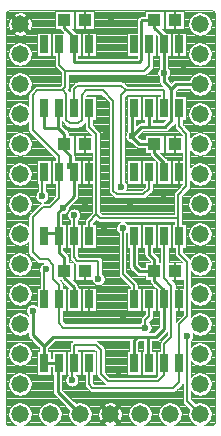
<source format=gbr>
G04 DipTrace 3.3.1.1*
G04 Bottom.gbr*
%MOIN*%
G04 #@! TF.FileFunction,Copper,L2,Bot*
G04 #@! TF.Part,Single*
G04 #@! TA.AperFunction,Conductor*
%ADD13C,0.006*%
G04 #@! TA.AperFunction,CopperBalancing*
%ADD14C,0.007874*%
G04 #@! TA.AperFunction,Conductor*
%ADD15C,0.01*%
G04 #@! TA.AperFunction,CopperBalancing*
%ADD16C,0.003937*%
%ADD17C,0.015748*%
%ADD19R,0.043307X0.03937*%
%ADD20R,0.025591X0.059055*%
G04 #@! TA.AperFunction,ComponentPad*
%ADD26C,0.058*%
G04 #@! TA.AperFunction,ViaPad*
%ADD27C,0.023622*%
%FSLAX26Y26*%
G04*
G70*
G90*
G75*
G01*
G04 Bottom*
%LPD*%
X137500Y1275000D2*
D14*
D3*
X437500D2*
Y1268751D1*
X131251Y768751D2*
D13*
Y850000D1*
X137500D1*
X437500D2*
D14*
X434055Y846457D1*
X137500Y425000D2*
D13*
Y525000D1*
X143751D1*
X400000Y662500D2*
Y509697D1*
X437500Y472197D1*
Y425000D1*
X537500Y1062402D2*
D14*
Y1121854D1*
X410433D1*
X394685Y1137602D1*
X249803D1*
X237500Y1125299D1*
Y1062402D1*
X231251Y156251D2*
Y212402D1*
X237500D1*
X410433Y1121854D2*
X393751Y1105172D1*
Y800000D1*
X318751Y493751D2*
Y552953D1*
X249803D1*
X237500Y565256D1*
Y637402D1*
X537500Y212402D2*
Y275299D1*
X562992Y300791D1*
Y471264D1*
X539370Y494886D1*
Y637402D1*
X537500D1*
X237500Y212402D2*
Y271854D1*
X311323D1*
X327071Y256106D1*
Y177362D1*
X350496Y153937D1*
X516929D1*
X537500Y174508D1*
Y212402D1*
X237500Y637402D2*
Y706249D1*
X614173Y303150D2*
Y87008D1*
X658268Y42913D1*
X587500Y1062402D2*
Y1002957D1*
X612500Y977957D1*
Y803016D1*
X584055Y774571D1*
Y696858D1*
X325201D1*
X312500Y709559D1*
Y974906D1*
X287500Y999906D1*
Y1062402D1*
X312500Y709559D2*
X287500Y684559D1*
Y637402D1*
Y212500D2*
Y142421D1*
X299803Y130118D1*
X568307D1*
X587500Y149311D1*
Y212402D1*
Y637402D2*
X584055Y696858D1*
X587500Y212402D2*
Y341339D1*
X614173Y368012D1*
Y551283D1*
X587500Y577957D1*
Y637402D1*
X287500Y212402D2*
Y212500D1*
X487500Y1275000D2*
Y1201909D1*
X473091Y1187500D1*
X207677D1*
Y1132874D1*
X196657Y1121854D1*
X115614D1*
X99866Y1106106D1*
Y989839D1*
X187500Y902205D1*
Y850000D1*
X207677Y1187500D2*
X187500Y1207677D1*
Y1275000D1*
X196657Y1121854D2*
X200980D1*
X212598Y1110236D1*
Y1023622D1*
X224606Y1011614D1*
X251772D1*
X263780Y1023622D1*
Y1106299D1*
X279335Y1121854D1*
X334138D1*
X368749Y1087243D1*
Y787500D1*
X380505Y775744D1*
X469495D1*
X487500Y793749D1*
Y850000D1*
X475000Y331251D2*
Y356524D1*
X487500Y369024D1*
Y425000D1*
X187500D2*
Y346260D1*
X202509Y331251D1*
X475000D1*
X187500Y850000D2*
Y762402D1*
X159055Y733957D1*
X134843D1*
X99866Y698980D1*
Y582811D1*
X123228Y559449D1*
X150787D1*
X169291Y540945D1*
Y491343D1*
X187500Y473134D1*
Y425000D1*
X137500Y637402D2*
D15*
Y646457D1*
X184055D1*
Y715304D1*
X200000Y731249D1*
X206251Y1356249D2*
Y1331249D1*
X237500Y1300000D1*
Y1275000D1*
X100000Y387500D2*
Y306972D1*
X137500Y269472D1*
Y212402D1*
X437500Y637402D2*
Y535887D1*
X454636Y518751D1*
X506251D1*
Y557986D1*
X487500Y576736D1*
Y625000D1*
X537500Y1181251D2*
Y1151949D1*
X562992Y1126457D1*
Y1021957D1*
X540866Y999831D1*
X487500D1*
X462332D1*
X431251Y968749D1*
X237500Y425000D2*
Y464862D1*
X206251Y496112D1*
Y518751D1*
X506251D2*
Y487500D1*
X536602Y457148D1*
Y425000D1*
Y326205D1*
X510398Y300000D1*
X484055D1*
X449803D1*
X168028D1*
X137500Y269472D1*
Y212402D2*
Y212992D1*
X184055D1*
Y210193D1*
Y117126D1*
X258268Y42913D1*
X206251Y943751D2*
Y974694D1*
X184488Y996457D1*
X137500D1*
Y1062402D1*
X536602Y425000D2*
X537500D1*
X562992Y1126457D2*
X579449Y1142913D1*
X658268D1*
X449803Y300000D2*
X437500Y287697D1*
Y212402D1*
X431251Y968749D2*
Y1062402D1*
X437500D1*
X184488Y996457D2*
Y1062402D1*
X187500D1*
X225000Y868751D2*
Y905512D1*
X206251Y924261D1*
Y943751D1*
X237500Y850000D2*
X234055Y876142D1*
X225000Y868751D1*
X200000Y731249D2*
X237500Y768749D1*
Y850000D1*
X506251Y943751D2*
Y912500D1*
X537500Y881251D1*
Y850000D1*
X431251Y968749D2*
Y967962D1*
X455462Y943751D1*
X506251D1*
X486602Y1060193D2*
X487500Y1062402D1*
X537500Y1275000D2*
Y1181251D1*
X506251Y1356249D2*
Y1331249D1*
X537500Y1300000D1*
Y1275000D1*
X237500D2*
Y1215276D1*
X455433D1*
X462500Y1222343D1*
Y1352264D1*
X466486Y1356249D1*
X506251D1*
X184055Y210193D2*
X187500D1*
Y212402D1*
X484055Y300000D2*
Y212402D1*
X487500D1*
Y625000D2*
X486602Y635193D1*
X487500Y637402D1*
X187500D2*
X184055Y646457D1*
X206251Y518751D2*
Y563041D1*
X187500Y581791D1*
Y637402D1*
X237500Y850000D2*
D14*
X234055Y876142D1*
X225000Y868751D1*
X487500Y637402D2*
X484055Y621642D1*
X487500Y625000D1*
Y1062402D2*
D15*
Y999831D1*
D27*
X137500Y137500D3*
X400000Y368751D3*
X568751Y562500D3*
X275000Y743749D3*
X425000Y737500D3*
X343751Y981249D3*
X606299Y1188976D3*
X362500Y1356251D3*
X537500Y775000D3*
X337500Y662500D3*
X387500Y187500D3*
Y1162500D3*
X137500Y1275000D3*
X437500Y1268751D3*
X131251Y768751D3*
X437500Y850000D3*
X143751Y525000D3*
X400000Y662500D3*
X393751Y800000D3*
X231251Y156251D3*
X318751Y493751D3*
X237500Y706249D3*
X614173Y303150D3*
X287500Y212500D3*
X475000Y331251D3*
X487500Y625000D3*
X431251Y968749D3*
X225000Y868751D3*
X100000Y387500D3*
X200000Y731249D3*
X537500Y1181251D3*
X13697Y1384383D2*
D16*
X174205D1*
X238299D2*
X241134D1*
X305228D2*
X474201D1*
X538295D2*
X541130D1*
X605224D2*
X705201D1*
X11798Y1380577D2*
X47751D1*
X68785D2*
X174205D1*
X238299D2*
X241134D1*
X305228D2*
X474201D1*
X538295D2*
X541130D1*
X605224D2*
X647752D1*
X668778D2*
X707100D1*
X11421Y1376772D2*
X38516D1*
X78020D2*
X174205D1*
X238299D2*
X241134D1*
X305228D2*
X474201D1*
X538295D2*
X541130D1*
X605224D2*
X638517D1*
X678013D2*
X707476D1*
X11421Y1372966D2*
X33018D1*
X83517D2*
X174205D1*
X238299D2*
X241134D1*
X305228D2*
X474201D1*
X538295D2*
X541130D1*
X605224D2*
X633020D1*
X683520D2*
X707476D1*
X11421Y1369160D2*
X29028D1*
X87508D2*
X174205D1*
X238299D2*
X241134D1*
X305228D2*
X458453D1*
X538295D2*
X541130D1*
X605224D2*
X629029D1*
X687510D2*
X707476D1*
X11421Y1365354D2*
X25974D1*
X90562D2*
X174205D1*
X238299D2*
X241134D1*
X305228D2*
X453986D1*
X538295D2*
X541130D1*
X605224D2*
X625976D1*
X690555D2*
X707476D1*
X11421Y1361549D2*
X23614D1*
X92921D2*
X174205D1*
X238299D2*
X241134D1*
X305228D2*
X450325D1*
X538295D2*
X541130D1*
X605224D2*
X623615D1*
X692924D2*
X707476D1*
X11421Y1357743D2*
X21807D1*
X94728D2*
X174205D1*
X238299D2*
X241134D1*
X305228D2*
X448142D1*
X538295D2*
X541130D1*
X605224D2*
X621801D1*
X694731D2*
X707476D1*
X11421Y1353937D2*
X20461D1*
X96075D2*
X174205D1*
X238299D2*
X241134D1*
X305228D2*
X447203D1*
X538295D2*
X541130D1*
X605224D2*
X620462D1*
X696068D2*
X707476D1*
X11421Y1350131D2*
X19546D1*
X96990D2*
X174205D1*
X238299D2*
X241134D1*
X305228D2*
X447104D1*
X538295D2*
X541130D1*
X605224D2*
X619547D1*
X696991D2*
X707476D1*
X11421Y1346325D2*
X19024D1*
X97512D2*
X174205D1*
X238299D2*
X241134D1*
X305228D2*
X447104D1*
X538295D2*
X541130D1*
X605224D2*
X619025D1*
X697514D2*
X707476D1*
X11421Y1342520D2*
X18877D1*
X97659D2*
X174205D1*
X238299D2*
X241134D1*
X305228D2*
X447104D1*
X538295D2*
X541130D1*
X605224D2*
X618878D1*
X697660D2*
X707476D1*
X11421Y1338714D2*
X19100D1*
X97436D2*
X174205D1*
X238299D2*
X241134D1*
X305228D2*
X447104D1*
X538295D2*
X541130D1*
X605224D2*
X619101D1*
X697437D2*
X707476D1*
X11421Y1334908D2*
X19707D1*
X96828D2*
X174205D1*
X238299D2*
X241134D1*
X305228D2*
X447104D1*
X538295D2*
X541130D1*
X605224D2*
X619701D1*
X696829D2*
X707476D1*
X11421Y1331102D2*
X20707D1*
X95828D2*
X174205D1*
X238299D2*
X241134D1*
X305228D2*
X447104D1*
X538295D2*
X541130D1*
X605224D2*
X620709D1*
X695829D2*
X707476D1*
X11421Y1327297D2*
X22138D1*
X94398D2*
X174205D1*
X238299D2*
X241134D1*
X305228D2*
X447104D1*
X538295D2*
X541130D1*
X605224D2*
X622139D1*
X694400D2*
X707476D1*
X11421Y1323491D2*
X24052D1*
X92483D2*
X193020D1*
X235615D2*
X447104D1*
X535619D2*
X624054D1*
X692478D2*
X707476D1*
X11421Y1319685D2*
X26543D1*
X89992D2*
X196211D1*
X239421D2*
X447104D1*
X539419D2*
X626545D1*
X689986D2*
X707476D1*
X11421Y1315879D2*
X29765D1*
X86770D2*
X200010D1*
X243228D2*
X447104D1*
X543224D2*
X629766D1*
X686772D2*
X707476D1*
X11421Y1312073D2*
X34003D1*
X82533D2*
X114311D1*
X160689D2*
X164308D1*
X260690D2*
X264310D1*
X310688D2*
X414308D1*
X560688D2*
X564314D1*
X610692D2*
X634004D1*
X682535D2*
X707476D1*
X11421Y1308268D2*
X39969D1*
X76567D2*
X114311D1*
X160689D2*
X164308D1*
X260690D2*
X264310D1*
X310688D2*
X414308D1*
X560688D2*
X564314D1*
X610692D2*
X639963D1*
X676568D2*
X707476D1*
X11421Y1304462D2*
X51357D1*
X65178D2*
X114311D1*
X160689D2*
X164308D1*
X260690D2*
X264310D1*
X310688D2*
X414308D1*
X560688D2*
X564314D1*
X610692D2*
X651358D1*
X665180D2*
X707476D1*
X11421Y1300656D2*
X114311D1*
X160689D2*
X164308D1*
X260690D2*
X264310D1*
X310688D2*
X414308D1*
X510690D2*
X514310D1*
X560688D2*
X564314D1*
X610692D2*
X707476D1*
X11421Y1296850D2*
X114311D1*
X160689D2*
X164308D1*
X260690D2*
X264310D1*
X310688D2*
X414308D1*
X510690D2*
X514310D1*
X560688D2*
X564314D1*
X610692D2*
X707476D1*
X11421Y1293045D2*
X114311D1*
X160689D2*
X164308D1*
X260690D2*
X264310D1*
X310688D2*
X414308D1*
X510690D2*
X514310D1*
X560688D2*
X564314D1*
X610692D2*
X707476D1*
X11421Y1289239D2*
X114311D1*
X160689D2*
X164308D1*
X260690D2*
X264310D1*
X310688D2*
X414308D1*
X510690D2*
X514310D1*
X560688D2*
X564314D1*
X610692D2*
X707476D1*
X11421Y1285433D2*
X114311D1*
X160689D2*
X164308D1*
X260690D2*
X264310D1*
X310688D2*
X414308D1*
X510690D2*
X514310D1*
X560688D2*
X564314D1*
X610692D2*
X707476D1*
X11421Y1281627D2*
X53156D1*
X63379D2*
X114311D1*
X160689D2*
X164308D1*
X260690D2*
X264310D1*
X310688D2*
X414308D1*
X510690D2*
X514310D1*
X560688D2*
X564314D1*
X610692D2*
X653157D1*
X663373D2*
X707476D1*
X11421Y1277822D2*
X40484D1*
X76051D2*
X114311D1*
X160689D2*
X164308D1*
X260690D2*
X264310D1*
X310688D2*
X414308D1*
X510690D2*
X514310D1*
X560688D2*
X564314D1*
X610692D2*
X640486D1*
X676052D2*
X707476D1*
X11421Y1274016D2*
X34348D1*
X82188D2*
X114311D1*
X160689D2*
X164308D1*
X260690D2*
X264310D1*
X310688D2*
X414308D1*
X510690D2*
X514310D1*
X560688D2*
X564314D1*
X610692D2*
X634343D1*
X682189D2*
X707476D1*
X11421Y1270210D2*
X30018D1*
X86517D2*
X114311D1*
X160689D2*
X164308D1*
X260690D2*
X264310D1*
X310688D2*
X414308D1*
X510690D2*
X514310D1*
X560688D2*
X564314D1*
X610692D2*
X630021D1*
X686518D2*
X707476D1*
X11421Y1266404D2*
X26743D1*
X89793D2*
X114311D1*
X160689D2*
X164308D1*
X260690D2*
X264310D1*
X310688D2*
X414308D1*
X510690D2*
X514310D1*
X560688D2*
X564314D1*
X610692D2*
X626744D1*
X689794D2*
X707476D1*
X11421Y1262598D2*
X24206D1*
X92329D2*
X114311D1*
X160689D2*
X164308D1*
X260690D2*
X264310D1*
X310688D2*
X414308D1*
X510690D2*
X514310D1*
X560688D2*
X564314D1*
X610692D2*
X624207D1*
X692331D2*
X707476D1*
X11421Y1258793D2*
X22252D1*
X94283D2*
X114311D1*
X160689D2*
X164308D1*
X260690D2*
X264310D1*
X310688D2*
X414308D1*
X510690D2*
X514310D1*
X560688D2*
X564314D1*
X610692D2*
X622255D1*
X694285D2*
X707476D1*
X11421Y1254987D2*
X20791D1*
X95744D2*
X114311D1*
X160689D2*
X164308D1*
X260690D2*
X264310D1*
X310688D2*
X414308D1*
X510690D2*
X514310D1*
X560688D2*
X564314D1*
X610692D2*
X620793D1*
X695745D2*
X707476D1*
X11421Y1251181D2*
X19761D1*
X96774D2*
X114311D1*
X160689D2*
X164308D1*
X260690D2*
X264310D1*
X310688D2*
X414308D1*
X510690D2*
X514310D1*
X560688D2*
X564314D1*
X610692D2*
X619762D1*
X696776D2*
X707476D1*
X11421Y1247375D2*
X19131D1*
X97404D2*
X114311D1*
X160689D2*
X164308D1*
X260690D2*
X264310D1*
X310688D2*
X414308D1*
X510690D2*
X514310D1*
X560688D2*
X564314D1*
X610692D2*
X619133D1*
X697407D2*
X707484D1*
X11421Y1243570D2*
X18877D1*
X97659D2*
X114311D1*
X160689D2*
X164308D1*
X260690D2*
X264310D1*
X310688D2*
X414308D1*
X510690D2*
X514310D1*
X560688D2*
X564314D1*
X610692D2*
X618878D1*
X697652D2*
X707484D1*
X11421Y1239764D2*
X19000D1*
X97535D2*
X114311D1*
X160689D2*
X164308D1*
X260690D2*
X264310D1*
X310688D2*
X414308D1*
X510690D2*
X514310D1*
X560688D2*
X564314D1*
X610692D2*
X619001D1*
X697537D2*
X707484D1*
X11421Y1235958D2*
X19500D1*
X97035D2*
X114311D1*
X160689D2*
X164308D1*
X260690D2*
X264310D1*
X310688D2*
X414308D1*
X510690D2*
X514310D1*
X560688D2*
X564314D1*
X610692D2*
X619501D1*
X697037D2*
X707484D1*
X11421Y1232152D2*
X20391D1*
X96144D2*
X173167D1*
X252894D2*
X447104D1*
X501832D2*
X522106D1*
X552891D2*
X620386D1*
X696146D2*
X707484D1*
X11421Y1228346D2*
X21699D1*
X94836D2*
X173167D1*
X501832D2*
X522106D1*
X552891D2*
X621701D1*
X694839D2*
X707484D1*
X11421Y1224541D2*
X23475D1*
X93060D2*
X173167D1*
X501832D2*
X522106D1*
X552891D2*
X623469D1*
X693062D2*
X707484D1*
X11421Y1220735D2*
X25798D1*
X90738D2*
X173167D1*
X501832D2*
X522106D1*
X552891D2*
X625791D1*
X690740D2*
X707484D1*
X11421Y1216929D2*
X28789D1*
X87747D2*
X173167D1*
X501832D2*
X522106D1*
X552891D2*
X628790D1*
X687740D2*
X707484D1*
X11421Y1213123D2*
X32702D1*
X83833D2*
X173167D1*
X501832D2*
X522106D1*
X552891D2*
X632705D1*
X683835D2*
X707484D1*
X11421Y1209318D2*
X38070D1*
X78466D2*
X173167D1*
X501832D2*
X522106D1*
X552891D2*
X638063D1*
X678467D2*
X707484D1*
X11421Y1205512D2*
X46820D1*
X69715D2*
X173335D1*
X501832D2*
X522106D1*
X552891D2*
X646822D1*
X669709D2*
X707484D1*
X11421Y1201706D2*
X174512D1*
X501832D2*
X522106D1*
X552891D2*
X707484D1*
X11421Y1197900D2*
X177172D1*
X501240D2*
X522106D1*
X552891D2*
X707484D1*
X11421Y1194094D2*
X180979D1*
X499433D2*
X519476D1*
X555520D2*
X707484D1*
X11421Y1190289D2*
X184785D1*
X495980D2*
X517255D1*
X557743D2*
X707484D1*
X11421Y1186483D2*
X188591D1*
X492175D2*
X515932D1*
X559066D2*
X707484D1*
X11421Y1182677D2*
X192398D1*
X488369D2*
X515340D1*
X559657D2*
X707484D1*
X11421Y1178871D2*
X42776D1*
X73760D2*
X193344D1*
X484562D2*
X515424D1*
X559572D2*
X642777D1*
X673761D2*
X707484D1*
X11421Y1175066D2*
X35802D1*
X80734D2*
X193344D1*
X479780D2*
X516193D1*
X558811D2*
X635803D1*
X680736D2*
X707484D1*
X11421Y1171260D2*
X31088D1*
X85448D2*
X193344D1*
X222005D2*
X517715D1*
X557281D2*
X631089D1*
X685449D2*
X707484D1*
X11421Y1167454D2*
X27566D1*
X88970D2*
X193344D1*
X222005D2*
X520215D1*
X554790D2*
X627560D1*
X688971D2*
X707484D1*
X11421Y1163648D2*
X24844D1*
X91692D2*
X193344D1*
X222005D2*
X522106D1*
X552891D2*
X624845D1*
X691693D2*
X707484D1*
X11421Y1159843D2*
X22738D1*
X93798D2*
X193344D1*
X222005D2*
X522106D1*
X552891D2*
X622739D1*
X693793D2*
X707484D1*
X11421Y1156037D2*
X21146D1*
X95390D2*
X193344D1*
X222005D2*
X522106D1*
X555021D2*
X571789D1*
X695385D2*
X707484D1*
X11421Y1152231D2*
X20008D1*
X96528D2*
X193344D1*
X222005D2*
X522106D1*
X558827D2*
X567159D1*
X696530D2*
X707484D1*
X11421Y1148425D2*
X19269D1*
X97266D2*
X193344D1*
X222005D2*
X240626D1*
X403861D2*
X522529D1*
X697268D2*
X707484D1*
X11421Y1144619D2*
X18908D1*
X97627D2*
X193344D1*
X222005D2*
X236719D1*
X407774D2*
X524021D1*
X697622D2*
X707484D1*
X11421Y1140814D2*
X18930D1*
X97605D2*
X193344D1*
X222005D2*
X232913D1*
X411581D2*
X527028D1*
X697606D2*
X707484D1*
X11421Y1137008D2*
X19323D1*
X97213D2*
X191705D1*
X222005D2*
X229106D1*
X415379D2*
X530835D1*
X697214D2*
X707484D1*
X11421Y1133202D2*
X20100D1*
X96436D2*
X107129D1*
X222005D2*
X225623D1*
X696429D2*
X707484D1*
X11421Y1129396D2*
X21291D1*
X95244D2*
X103054D1*
X221567D2*
X223786D1*
X695245D2*
X707484D1*
X11421Y1125591D2*
X22929D1*
X93606D2*
X99247D1*
X219951D2*
X223171D1*
X583732D2*
X622930D1*
X693600D2*
X707484D1*
X11421Y1121785D2*
X25091D1*
X91445D2*
X95441D1*
X221151D2*
X223167D1*
X579927D2*
X625092D1*
X691440D2*
X707484D1*
X11421Y1117979D2*
X27888D1*
X88647D2*
X91635D1*
X578388D2*
X627883D1*
X688648D2*
X707484D1*
X11421Y1114173D2*
X31510D1*
X85025D2*
X88105D1*
X578388D2*
X631512D1*
X685026D2*
X707484D1*
X11421Y1110367D2*
X36386D1*
X80150D2*
X86206D1*
X578388D2*
X636387D1*
X680151D2*
X707484D1*
X11421Y1106562D2*
X43744D1*
X72791D2*
X85545D1*
X284143D2*
X329324D1*
X415241D2*
X523168D1*
X578388D2*
X643747D1*
X672785D2*
X707484D1*
X11421Y1102756D2*
X85537D1*
X280337D2*
X333130D1*
X411434D2*
X523168D1*
X578388D2*
X707484D1*
X11421Y1098950D2*
X85537D1*
X310688D2*
X336937D1*
X408083D2*
X414308D1*
X460686D2*
X464312D1*
X510690D2*
X514310D1*
X610692D2*
X707484D1*
X11421Y1095144D2*
X85537D1*
X310688D2*
X340743D1*
X408083D2*
X414308D1*
X460686D2*
X464312D1*
X510690D2*
X514310D1*
X610692D2*
X707484D1*
X11421Y1091339D2*
X85537D1*
X310688D2*
X344549D1*
X408083D2*
X414308D1*
X460686D2*
X464312D1*
X510690D2*
X514310D1*
X610692D2*
X707484D1*
X11421Y1087533D2*
X85537D1*
X310688D2*
X348356D1*
X408083D2*
X414308D1*
X460686D2*
X464312D1*
X510690D2*
X514310D1*
X610692D2*
X707484D1*
X11421Y1083727D2*
X85537D1*
X310688D2*
X352161D1*
X408083D2*
X414308D1*
X460686D2*
X464312D1*
X510690D2*
X514310D1*
X610692D2*
X707484D1*
X11421Y1079921D2*
X45567D1*
X70969D2*
X85537D1*
X310688D2*
X354423D1*
X408083D2*
X414308D1*
X460686D2*
X464312D1*
X510690D2*
X514310D1*
X610692D2*
X645568D1*
X670970D2*
X707484D1*
X11421Y1076115D2*
X37416D1*
X79119D2*
X85537D1*
X310688D2*
X354423D1*
X408083D2*
X414308D1*
X460686D2*
X464312D1*
X510690D2*
X514310D1*
X610692D2*
X637409D1*
X679121D2*
X707484D1*
X11421Y1072310D2*
X32241D1*
X310688D2*
X354423D1*
X408083D2*
X414308D1*
X460686D2*
X464312D1*
X510690D2*
X514310D1*
X610692D2*
X632243D1*
X684289D2*
X707484D1*
X11421Y1068504D2*
X28442D1*
X310688D2*
X354423D1*
X408083D2*
X414308D1*
X460686D2*
X464312D1*
X510690D2*
X514310D1*
X610692D2*
X628444D1*
X688094D2*
X707484D1*
X11421Y1064698D2*
X25529D1*
X310688D2*
X354423D1*
X408083D2*
X414308D1*
X460686D2*
X464312D1*
X510690D2*
X514310D1*
X610692D2*
X625522D1*
X691009D2*
X707484D1*
X11421Y1060892D2*
X23268D1*
X310688D2*
X354423D1*
X408083D2*
X414308D1*
X460686D2*
X464312D1*
X510690D2*
X514310D1*
X610692D2*
X623269D1*
X693269D2*
X707484D1*
X11421Y1057087D2*
X21538D1*
X310688D2*
X354423D1*
X408083D2*
X414308D1*
X460686D2*
X464312D1*
X510690D2*
X514310D1*
X610692D2*
X621539D1*
X694992D2*
X707484D1*
X11421Y1053281D2*
X20277D1*
X310688D2*
X354423D1*
X408083D2*
X414308D1*
X460686D2*
X464312D1*
X510690D2*
X514310D1*
X610692D2*
X620278D1*
X696261D2*
X707484D1*
X11421Y1049475D2*
X19430D1*
X310688D2*
X354423D1*
X408083D2*
X414308D1*
X460686D2*
X464312D1*
X510690D2*
X514310D1*
X610692D2*
X619432D1*
X697106D2*
X707484D1*
X11421Y1045669D2*
X18969D1*
X310688D2*
X354423D1*
X408083D2*
X414308D1*
X460686D2*
X464312D1*
X510690D2*
X514310D1*
X610692D2*
X618971D1*
X697560D2*
X707484D1*
X11421Y1041864D2*
X18885D1*
X310688D2*
X354423D1*
X408083D2*
X414308D1*
X460686D2*
X464312D1*
X510690D2*
X514310D1*
X610692D2*
X618886D1*
X697644D2*
X707484D1*
X11421Y1038058D2*
X19177D1*
X310688D2*
X354423D1*
X408083D2*
X414308D1*
X460686D2*
X464312D1*
X510690D2*
X514310D1*
X610692D2*
X619178D1*
X697360D2*
X707484D1*
X11421Y1034252D2*
X19845D1*
X310688D2*
X354423D1*
X408083D2*
X414308D1*
X460686D2*
X464312D1*
X510690D2*
X514310D1*
X610692D2*
X619848D1*
X696692D2*
X707484D1*
X11421Y1030446D2*
X20923D1*
X310688D2*
X354423D1*
X408083D2*
X414308D1*
X460686D2*
X464312D1*
X510690D2*
X514310D1*
X610692D2*
X620924D1*
X695614D2*
X707484D1*
X11421Y1026640D2*
X22429D1*
X310688D2*
X354423D1*
X408083D2*
X414308D1*
X460686D2*
X464312D1*
X510690D2*
X514310D1*
X610692D2*
X622430D1*
X694108D2*
X707484D1*
X11421Y1022835D2*
X24437D1*
X301829D2*
X354423D1*
X408083D2*
X415853D1*
X446646D2*
X472109D1*
X502894D2*
X542261D1*
X601833D2*
X624438D1*
X692093D2*
X707484D1*
X11421Y1019029D2*
X27043D1*
X301829D2*
X354423D1*
X408083D2*
X415853D1*
X446646D2*
X472109D1*
X502894D2*
X538454D1*
X601833D2*
X627045D1*
X689493D2*
X707484D1*
X11421Y1015223D2*
X30411D1*
X301829D2*
X354423D1*
X408083D2*
X415853D1*
X446646D2*
X472109D1*
X502894D2*
X534648D1*
X601833D2*
X630412D1*
X686126D2*
X707484D1*
X11421Y1011417D2*
X34871D1*
X81664D2*
X85537D1*
X199882D2*
X204701D1*
X301829D2*
X354423D1*
X408083D2*
X415853D1*
X446646D2*
X452409D1*
X601833D2*
X634873D1*
X681659D2*
X707484D1*
X11421Y1007612D2*
X41299D1*
X75236D2*
X85537D1*
X199882D2*
X208507D1*
X267873D2*
X273168D1*
X301829D2*
X354423D1*
X408083D2*
X415853D1*
X570253D2*
X573172D1*
X602949D2*
X641301D1*
X675238D2*
X707484D1*
X11421Y1003806D2*
X85537D1*
X199882D2*
X212314D1*
X264067D2*
X273168D1*
X303706D2*
X354423D1*
X408083D2*
X415853D1*
X566448D2*
X573172D1*
X606755D2*
X707484D1*
X11421Y1000000D2*
X85537D1*
X202551D2*
X216512D1*
X259867D2*
X273168D1*
X307512D2*
X354423D1*
X408083D2*
X415853D1*
X562640D2*
X573487D1*
X610562D2*
X707484D1*
X11421Y996194D2*
X85537D1*
X206357D2*
X273675D1*
X311318D2*
X354423D1*
X408083D2*
X415853D1*
X558835D2*
X574917D1*
X614367D2*
X707484D1*
X11421Y992388D2*
X85537D1*
X210163D2*
X275366D1*
X315125D2*
X354423D1*
X408083D2*
X415853D1*
X555028D2*
X577963D1*
X618175D2*
X707484D1*
X11421Y988583D2*
X85591D1*
X213970D2*
X278719D1*
X318923D2*
X354423D1*
X408083D2*
X415853D1*
X551184D2*
X581769D1*
X621980D2*
X707484D1*
X11421Y984777D2*
X86491D1*
X217753D2*
X282526D1*
X322730D2*
X354423D1*
X408083D2*
X415853D1*
X468883D2*
X585575D1*
X625049D2*
X707484D1*
X11421Y980971D2*
X49350D1*
X67185D2*
X88720D1*
X220268D2*
X286332D1*
X325444D2*
X354423D1*
X408083D2*
X412793D1*
X465076D2*
X589382D1*
X626501D2*
X649352D1*
X667178D2*
X707484D1*
X11421Y977165D2*
X39223D1*
X77312D2*
X92434D1*
X221436D2*
X290138D1*
X326643D2*
X354423D1*
X408083D2*
X410732D1*
X461270D2*
X593188D1*
X626832D2*
X639224D1*
X677314D2*
X707484D1*
X11421Y973360D2*
X33503D1*
X83033D2*
X96240D1*
X238299D2*
X241134D1*
X326828D2*
X354423D1*
X457465D2*
X474201D1*
X538295D2*
X541130D1*
X626832D2*
X633504D1*
X683034D2*
X707484D1*
X11421Y969554D2*
X29388D1*
X87147D2*
X100047D1*
X238299D2*
X241134D1*
X326828D2*
X354423D1*
X453665D2*
X474201D1*
X538295D2*
X541130D1*
X626832D2*
X629390D1*
X687140D2*
X707484D1*
X11421Y965748D2*
X26259D1*
X90277D2*
X103853D1*
X238299D2*
X241134D1*
X326828D2*
X354423D1*
X455072D2*
X474201D1*
X538295D2*
X541130D1*
X690278D2*
X707484D1*
X11421Y961942D2*
X23829D1*
X92706D2*
X107660D1*
X238299D2*
X241134D1*
X326828D2*
X354423D1*
X408083D2*
X410139D1*
X458879D2*
X474201D1*
X538295D2*
X541130D1*
X692701D2*
X707484D1*
X11421Y958136D2*
X21969D1*
X94567D2*
X111466D1*
X238299D2*
X241134D1*
X326828D2*
X354423D1*
X408083D2*
X411801D1*
X538295D2*
X541130D1*
X694570D2*
X707484D1*
X11421Y954331D2*
X20584D1*
X95951D2*
X115272D1*
X238299D2*
X241134D1*
X326828D2*
X354423D1*
X408083D2*
X414492D1*
X538295D2*
X541130D1*
X695953D2*
X707484D1*
X11421Y950525D2*
X19623D1*
X96912D2*
X119079D1*
X238299D2*
X241134D1*
X326828D2*
X354423D1*
X408083D2*
X418875D1*
X538295D2*
X541130D1*
X696915D2*
X707484D1*
X11421Y946719D2*
X19062D1*
X97474D2*
X122885D1*
X238299D2*
X241134D1*
X326828D2*
X354423D1*
X408083D2*
X430886D1*
X538295D2*
X541130D1*
X697475D2*
X707484D1*
X11421Y942913D2*
X18877D1*
X97659D2*
X126690D1*
X238299D2*
X241134D1*
X326828D2*
X354423D1*
X408083D2*
X434693D1*
X538295D2*
X541130D1*
X697660D2*
X707484D1*
X11421Y939108D2*
X19062D1*
X97474D2*
X130497D1*
X238299D2*
X241134D1*
X326828D2*
X354423D1*
X408083D2*
X438499D1*
X538295D2*
X541130D1*
X697475D2*
X707484D1*
X11421Y935302D2*
X19623D1*
X96912D2*
X134295D1*
X238299D2*
X241134D1*
X326828D2*
X354423D1*
X408083D2*
X442306D1*
X538295D2*
X541130D1*
X696915D2*
X707484D1*
X11421Y931496D2*
X20584D1*
X95951D2*
X138102D1*
X238299D2*
X241134D1*
X326828D2*
X354423D1*
X408083D2*
X446419D1*
X538295D2*
X541130D1*
X695953D2*
X707484D1*
X11421Y927690D2*
X21969D1*
X94567D2*
X141908D1*
X238299D2*
X241134D1*
X326828D2*
X354423D1*
X408083D2*
X474201D1*
X538295D2*
X541130D1*
X694570D2*
X707484D1*
X11421Y923885D2*
X23829D1*
X92706D2*
X145715D1*
X238299D2*
X241134D1*
X326828D2*
X354423D1*
X408083D2*
X474201D1*
X538295D2*
X541130D1*
X692701D2*
X707484D1*
X11421Y920079D2*
X26259D1*
X90277D2*
X149521D1*
X238299D2*
X241134D1*
X326828D2*
X354423D1*
X408083D2*
X474201D1*
X538295D2*
X541130D1*
X690278D2*
X707484D1*
X11421Y916273D2*
X29388D1*
X87147D2*
X153327D1*
X238299D2*
X241134D1*
X326828D2*
X354423D1*
X408083D2*
X474201D1*
X538295D2*
X541130D1*
X626832D2*
X629390D1*
X687140D2*
X707484D1*
X11421Y912467D2*
X33503D1*
X83033D2*
X157134D1*
X238684D2*
X298167D1*
X326828D2*
X354423D1*
X408083D2*
X490857D1*
X527892D2*
X598171D1*
X626832D2*
X633504D1*
X683034D2*
X707484D1*
X11421Y908661D2*
X39223D1*
X77312D2*
X160940D1*
X240060D2*
X298167D1*
X326828D2*
X354423D1*
X408083D2*
X491356D1*
X531698D2*
X598171D1*
X626832D2*
X639224D1*
X677314D2*
X707484D1*
X11421Y904856D2*
X49350D1*
X67185D2*
X164747D1*
X240391D2*
X298167D1*
X326828D2*
X354423D1*
X408083D2*
X492948D1*
X535504D2*
X598171D1*
X626832D2*
X649352D1*
X667178D2*
X707484D1*
X11421Y901050D2*
X168552D1*
X240391D2*
X298167D1*
X326828D2*
X354423D1*
X408083D2*
X496093D1*
X539311D2*
X598171D1*
X626832D2*
X707484D1*
X11421Y897244D2*
X172358D1*
X240391D2*
X298167D1*
X326828D2*
X354423D1*
X408083D2*
X499899D1*
X543117D2*
X598171D1*
X626832D2*
X707484D1*
X11421Y893438D2*
X173167D1*
X240391D2*
X298167D1*
X326828D2*
X354423D1*
X408083D2*
X503706D1*
X546916D2*
X598171D1*
X626832D2*
X707484D1*
X11421Y889633D2*
X173167D1*
X241005D2*
X298167D1*
X326828D2*
X354423D1*
X408083D2*
X507512D1*
X550329D2*
X598171D1*
X626832D2*
X707484D1*
X11421Y885827D2*
X114311D1*
X160689D2*
X164308D1*
X260690D2*
X264310D1*
X326828D2*
X354423D1*
X408083D2*
X414308D1*
X460686D2*
X464312D1*
X560688D2*
X564314D1*
X626832D2*
X707484D1*
X11421Y882021D2*
X114311D1*
X160689D2*
X164308D1*
X260690D2*
X264310D1*
X326828D2*
X354423D1*
X408083D2*
X414308D1*
X460686D2*
X464312D1*
X510690D2*
X514310D1*
X560688D2*
X564314D1*
X626832D2*
X707484D1*
X11421Y878215D2*
X41299D1*
X75236D2*
X114311D1*
X160689D2*
X164308D1*
X260690D2*
X264310D1*
X326828D2*
X354423D1*
X408083D2*
X414308D1*
X460686D2*
X464312D1*
X510690D2*
X514310D1*
X560688D2*
X564314D1*
X626832D2*
X641301D1*
X675238D2*
X707484D1*
X11421Y874409D2*
X34871D1*
X81664D2*
X114311D1*
X160689D2*
X164308D1*
X260690D2*
X264310D1*
X326828D2*
X354423D1*
X408083D2*
X414308D1*
X460686D2*
X464312D1*
X510690D2*
X514310D1*
X560688D2*
X564314D1*
X626832D2*
X634873D1*
X681659D2*
X707484D1*
X11421Y870604D2*
X30411D1*
X86125D2*
X114311D1*
X160689D2*
X164308D1*
X260690D2*
X264310D1*
X326828D2*
X354423D1*
X408083D2*
X414308D1*
X460686D2*
X464312D1*
X510690D2*
X514310D1*
X560688D2*
X564314D1*
X626832D2*
X630412D1*
X686126D2*
X707484D1*
X11421Y866798D2*
X27043D1*
X89492D2*
X114311D1*
X160689D2*
X164308D1*
X260690D2*
X264310D1*
X326828D2*
X354423D1*
X408083D2*
X414308D1*
X460686D2*
X464312D1*
X510690D2*
X514310D1*
X560688D2*
X564314D1*
X689493D2*
X707484D1*
X11421Y862992D2*
X24437D1*
X92098D2*
X114311D1*
X160689D2*
X164308D1*
X260690D2*
X264310D1*
X326828D2*
X354423D1*
X408083D2*
X414308D1*
X460686D2*
X464312D1*
X510690D2*
X514310D1*
X560688D2*
X564314D1*
X692093D2*
X707484D1*
X11421Y859186D2*
X22429D1*
X94106D2*
X114311D1*
X160689D2*
X164308D1*
X260690D2*
X264310D1*
X326828D2*
X354423D1*
X408083D2*
X414308D1*
X460686D2*
X464312D1*
X510690D2*
X514310D1*
X560688D2*
X564314D1*
X694108D2*
X707484D1*
X11421Y855381D2*
X20923D1*
X95613D2*
X114311D1*
X160689D2*
X164308D1*
X260690D2*
X264310D1*
X326828D2*
X354423D1*
X408083D2*
X414308D1*
X460686D2*
X464312D1*
X510690D2*
X514310D1*
X560688D2*
X564314D1*
X695614D2*
X707484D1*
X11421Y851575D2*
X19845D1*
X96690D2*
X114311D1*
X160689D2*
X164308D1*
X260690D2*
X264310D1*
X326828D2*
X354423D1*
X408083D2*
X414308D1*
X460686D2*
X464312D1*
X510690D2*
X514310D1*
X560688D2*
X564314D1*
X696692D2*
X707484D1*
X11421Y847769D2*
X19177D1*
X97358D2*
X114311D1*
X160689D2*
X164308D1*
X260690D2*
X264310D1*
X326828D2*
X354423D1*
X408083D2*
X414308D1*
X460686D2*
X464312D1*
X510690D2*
X514310D1*
X560688D2*
X564314D1*
X697360D2*
X707484D1*
X11421Y843963D2*
X18885D1*
X97651D2*
X114311D1*
X160689D2*
X164308D1*
X260690D2*
X264310D1*
X326828D2*
X354423D1*
X408083D2*
X414308D1*
X460686D2*
X464312D1*
X510690D2*
X514310D1*
X560688D2*
X564314D1*
X697644D2*
X707484D1*
X11421Y840157D2*
X18969D1*
X97567D2*
X114311D1*
X160689D2*
X164308D1*
X260690D2*
X264310D1*
X326828D2*
X354423D1*
X408083D2*
X414308D1*
X460686D2*
X464312D1*
X510690D2*
X514310D1*
X560688D2*
X564314D1*
X697560D2*
X707484D1*
X11421Y836352D2*
X19430D1*
X97105D2*
X114311D1*
X160689D2*
X164308D1*
X260690D2*
X264310D1*
X326828D2*
X354423D1*
X408083D2*
X414308D1*
X460686D2*
X464312D1*
X510690D2*
X514310D1*
X560688D2*
X564314D1*
X697106D2*
X707484D1*
X11421Y832546D2*
X20277D1*
X96259D2*
X114311D1*
X160689D2*
X164308D1*
X260690D2*
X264310D1*
X326828D2*
X354423D1*
X408083D2*
X414308D1*
X460686D2*
X464312D1*
X510690D2*
X514310D1*
X560688D2*
X564314D1*
X696261D2*
X707484D1*
X11421Y828740D2*
X21538D1*
X94997D2*
X114311D1*
X160689D2*
X164308D1*
X260690D2*
X264310D1*
X326828D2*
X354423D1*
X408083D2*
X414308D1*
X460686D2*
X464312D1*
X510690D2*
X514310D1*
X560688D2*
X564314D1*
X694992D2*
X707484D1*
X11421Y824934D2*
X23268D1*
X93268D2*
X114311D1*
X160689D2*
X164308D1*
X260690D2*
X264310D1*
X326828D2*
X354423D1*
X408083D2*
X414308D1*
X460686D2*
X464312D1*
X510690D2*
X514310D1*
X560688D2*
X564314D1*
X693269D2*
X707484D1*
X11421Y821129D2*
X25529D1*
X91007D2*
X114311D1*
X160689D2*
X164308D1*
X260690D2*
X264310D1*
X326828D2*
X354423D1*
X408083D2*
X414308D1*
X460686D2*
X464312D1*
X510690D2*
X514310D1*
X560688D2*
X564314D1*
X691009D2*
X707484D1*
X11421Y817323D2*
X28442D1*
X88093D2*
X114311D1*
X160689D2*
X164308D1*
X260690D2*
X264310D1*
X326828D2*
X354423D1*
X408083D2*
X414308D1*
X460686D2*
X464312D1*
X510690D2*
X514310D1*
X560688D2*
X564314D1*
X688094D2*
X707484D1*
X11421Y813517D2*
X32241D1*
X84294D2*
X114311D1*
X160689D2*
X164308D1*
X260690D2*
X264310D1*
X326828D2*
X354423D1*
X411259D2*
X414308D1*
X460686D2*
X464312D1*
X510690D2*
X514310D1*
X560688D2*
X564314D1*
X626832D2*
X632243D1*
X684289D2*
X707484D1*
X11421Y809711D2*
X37416D1*
X79119D2*
X117856D1*
X144642D2*
X173167D1*
X252894D2*
X298167D1*
X326828D2*
X354423D1*
X413673D2*
X473171D1*
X501832D2*
X598171D1*
X626832D2*
X637409D1*
X679121D2*
X707484D1*
X11421Y805906D2*
X45567D1*
X70969D2*
X117856D1*
X144642D2*
X173167D1*
X252894D2*
X298167D1*
X326828D2*
X354423D1*
X415142D2*
X473171D1*
X501832D2*
X595287D1*
X626832D2*
X645568D1*
X670970D2*
X707484D1*
X11421Y802100D2*
X117856D1*
X144642D2*
X173167D1*
X252894D2*
X298167D1*
X326828D2*
X354423D1*
X415857D2*
X473171D1*
X501832D2*
X591480D1*
X626802D2*
X707484D1*
X11421Y798294D2*
X117856D1*
X144642D2*
X173167D1*
X252894D2*
X298167D1*
X326828D2*
X354423D1*
X415887D2*
X471941D1*
X501832D2*
X587675D1*
X626009D2*
X707484D1*
X11421Y794488D2*
X117856D1*
X144642D2*
X173167D1*
X252894D2*
X298167D1*
X326828D2*
X354423D1*
X415249D2*
X468134D1*
X501832D2*
X583869D1*
X623919D2*
X707484D1*
X11421Y790682D2*
X117856D1*
X144642D2*
X173167D1*
X252894D2*
X298167D1*
X326828D2*
X354423D1*
X413865D2*
X464328D1*
X501487D2*
X580062D1*
X620273D2*
X707484D1*
X11421Y786877D2*
X117856D1*
X144642D2*
X173167D1*
X252894D2*
X298167D1*
X326828D2*
X354430D1*
X500017D2*
X576256D1*
X616467D2*
X707484D1*
X11421Y783071D2*
X114403D1*
X148093D2*
X173167D1*
X252894D2*
X298167D1*
X326828D2*
X355138D1*
X496927D2*
X572618D1*
X612660D2*
X707484D1*
X11421Y779265D2*
X43744D1*
X72791D2*
X111751D1*
X150755D2*
X173167D1*
X252894D2*
X298167D1*
X326828D2*
X357114D1*
X493121D2*
X570542D1*
X608854D2*
X643747D1*
X672785D2*
X707484D1*
X11421Y775459D2*
X36386D1*
X80150D2*
X110105D1*
X152400D2*
X173167D1*
X252894D2*
X298167D1*
X326828D2*
X360689D1*
X489314D2*
X569751D1*
X605049D2*
X636387D1*
X680151D2*
X707484D1*
X11421Y771654D2*
X31510D1*
X85025D2*
X109244D1*
X153261D2*
X173167D1*
X252894D2*
X298167D1*
X326828D2*
X364496D1*
X485508D2*
X569727D1*
X601241D2*
X631512D1*
X685026D2*
X707484D1*
X11421Y767848D2*
X27888D1*
X88647D2*
X109067D1*
X153438D2*
X172843D1*
X252870D2*
X298167D1*
X326828D2*
X368302D1*
X481701D2*
X569727D1*
X598388D2*
X627883D1*
X688648D2*
X707484D1*
X11421Y764042D2*
X25091D1*
X91445D2*
X109559D1*
X152938D2*
X169037D1*
X252133D2*
X298167D1*
X326828D2*
X372538D1*
X477457D2*
X569727D1*
X598388D2*
X625092D1*
X691440D2*
X707484D1*
X11421Y760236D2*
X22929D1*
X93606D2*
X110774D1*
X151723D2*
X165231D1*
X250240D2*
X298167D1*
X326828D2*
X569727D1*
X598388D2*
X622930D1*
X693600D2*
X707484D1*
X11421Y756430D2*
X21291D1*
X95244D2*
X112857D1*
X149639D2*
X161424D1*
X246789D2*
X298167D1*
X326828D2*
X569727D1*
X598388D2*
X621293D1*
X695245D2*
X707484D1*
X11421Y752625D2*
X20100D1*
X96436D2*
X116172D1*
X146333D2*
X157618D1*
X242982D2*
X298167D1*
X326828D2*
X569727D1*
X598388D2*
X620101D1*
X696429D2*
X707484D1*
X11421Y748819D2*
X19323D1*
X97213D2*
X122000D1*
X140504D2*
X153811D1*
X239176D2*
X298167D1*
X326828D2*
X569727D1*
X598388D2*
X619324D1*
X697214D2*
X707484D1*
X11421Y745013D2*
X18930D1*
X97605D2*
X125961D1*
X235369D2*
X298167D1*
X326828D2*
X569727D1*
X598388D2*
X618932D1*
X697606D2*
X707484D1*
X11421Y741207D2*
X18908D1*
X97627D2*
X121992D1*
X231563D2*
X298167D1*
X326828D2*
X569727D1*
X598388D2*
X618909D1*
X697622D2*
X707484D1*
X11421Y737402D2*
X19269D1*
X97266D2*
X118186D1*
X227757D2*
X298167D1*
X326828D2*
X569727D1*
X598388D2*
X619262D1*
X697268D2*
X707484D1*
X11421Y733596D2*
X20008D1*
X96528D2*
X114381D1*
X223950D2*
X298167D1*
X326828D2*
X569727D1*
X598388D2*
X620001D1*
X696530D2*
X707484D1*
X11421Y729790D2*
X21146D1*
X95390D2*
X110573D1*
X222159D2*
X298167D1*
X326828D2*
X569727D1*
X598388D2*
X621147D1*
X695385D2*
X707484D1*
X11421Y725984D2*
X22738D1*
X93798D2*
X106768D1*
X221559D2*
X227823D1*
X247180D2*
X298167D1*
X326828D2*
X569727D1*
X598388D2*
X622739D1*
X693793D2*
X707484D1*
X11421Y722178D2*
X24844D1*
X91692D2*
X102961D1*
X220228D2*
X222201D1*
X252794D2*
X298167D1*
X326828D2*
X569727D1*
X598388D2*
X624845D1*
X691693D2*
X707484D1*
X11421Y718373D2*
X27566D1*
X88970D2*
X99155D1*
X256024D2*
X298167D1*
X326828D2*
X569727D1*
X598388D2*
X627560D1*
X688971D2*
X707484D1*
X11421Y714567D2*
X31088D1*
X85448D2*
X95349D1*
X214446D2*
X216944D1*
X258054D2*
X297404D1*
X327597D2*
X569727D1*
X598388D2*
X631089D1*
X685449D2*
X707484D1*
X11421Y710761D2*
X35802D1*
X80734D2*
X91542D1*
X207871D2*
X215765D1*
X259230D2*
X293598D1*
X598388D2*
X635803D1*
X680736D2*
X707484D1*
X11421Y706955D2*
X42776D1*
X73760D2*
X88043D1*
X199451D2*
X215304D1*
X259692D2*
X289793D1*
X598388D2*
X642777D1*
X673761D2*
X707484D1*
X11421Y703150D2*
X86175D1*
X199451D2*
X215520D1*
X259483D2*
X285986D1*
X598388D2*
X707484D1*
X11421Y699344D2*
X85537D1*
X199451D2*
X216420D1*
X258584D2*
X282180D1*
X598388D2*
X707484D1*
X11421Y695538D2*
X85537D1*
X199451D2*
X218104D1*
X256892D2*
X278374D1*
X598490D2*
X707484D1*
X11421Y691732D2*
X85537D1*
X199451D2*
X220825D1*
X254171D2*
X275159D1*
X598705D2*
X707484D1*
X11421Y687927D2*
X85537D1*
X199451D2*
X223171D1*
X251832D2*
X273583D1*
X310972D2*
X314029D1*
X598928D2*
X707484D1*
X11421Y684121D2*
X85537D1*
X199451D2*
X223171D1*
X251832D2*
X273168D1*
X307165D2*
X319151D1*
X599151D2*
X707484D1*
X11421Y680315D2*
X46820D1*
X69715D2*
X85537D1*
X199451D2*
X223171D1*
X251832D2*
X273168D1*
X303360D2*
X387025D1*
X412980D2*
X570657D1*
X599366D2*
X646822D1*
X669709D2*
X707484D1*
X11421Y676509D2*
X38070D1*
X78466D2*
X85537D1*
X210686D2*
X214312D1*
X260690D2*
X264310D1*
X310688D2*
X382888D1*
X460686D2*
X464312D1*
X510690D2*
X514310D1*
X560688D2*
X564314D1*
X610692D2*
X638063D1*
X678467D2*
X707484D1*
X11421Y672703D2*
X32702D1*
X210686D2*
X214312D1*
X260690D2*
X264310D1*
X310688D2*
X380328D1*
X460686D2*
X464312D1*
X510690D2*
X514310D1*
X560688D2*
X564314D1*
X610692D2*
X632705D1*
X683835D2*
X707484D1*
X11421Y668898D2*
X28789D1*
X210686D2*
X214312D1*
X260690D2*
X264310D1*
X310688D2*
X378752D1*
X460686D2*
X464312D1*
X510690D2*
X514310D1*
X560688D2*
X564314D1*
X610692D2*
X628790D1*
X687740D2*
X707484D1*
X11421Y665092D2*
X25798D1*
X210686D2*
X214312D1*
X260690D2*
X264310D1*
X310688D2*
X377951D1*
X460686D2*
X464312D1*
X510690D2*
X514310D1*
X560688D2*
X564314D1*
X610692D2*
X625791D1*
X690740D2*
X707484D1*
X11421Y661286D2*
X23475D1*
X210686D2*
X214312D1*
X260690D2*
X264310D1*
X310688D2*
X377829D1*
X460686D2*
X464312D1*
X510690D2*
X514310D1*
X560688D2*
X564314D1*
X610692D2*
X623469D1*
X693062D2*
X707484D1*
X11421Y657480D2*
X21699D1*
X210686D2*
X214312D1*
X260690D2*
X264310D1*
X310688D2*
X378383D1*
X460686D2*
X464312D1*
X510690D2*
X514310D1*
X560688D2*
X564314D1*
X610692D2*
X621701D1*
X694839D2*
X707484D1*
X11421Y653675D2*
X20391D1*
X210686D2*
X214312D1*
X260690D2*
X264310D1*
X310688D2*
X379659D1*
X460686D2*
X464312D1*
X510690D2*
X514310D1*
X560688D2*
X564314D1*
X610692D2*
X620386D1*
X696146D2*
X707484D1*
X11421Y649869D2*
X19500D1*
X210686D2*
X214312D1*
X260690D2*
X264310D1*
X310688D2*
X381828D1*
X460686D2*
X464312D1*
X510690D2*
X514310D1*
X560688D2*
X564314D1*
X610692D2*
X619501D1*
X697037D2*
X707484D1*
X11421Y646063D2*
X19000D1*
X210686D2*
X214312D1*
X260690D2*
X264310D1*
X310688D2*
X385273D1*
X460686D2*
X464312D1*
X510690D2*
X514310D1*
X560688D2*
X564314D1*
X610692D2*
X619001D1*
X697537D2*
X707484D1*
X11421Y642257D2*
X18877D1*
X210686D2*
X214312D1*
X260690D2*
X264310D1*
X310688D2*
X386602D1*
X460686D2*
X464312D1*
X510690D2*
X514310D1*
X560688D2*
X564314D1*
X610692D2*
X618878D1*
X697652D2*
X707484D1*
X11421Y638451D2*
X19131D1*
X210686D2*
X214312D1*
X260690D2*
X264310D1*
X310688D2*
X386602D1*
X460686D2*
X464312D1*
X510690D2*
X514310D1*
X560688D2*
X564314D1*
X610692D2*
X619133D1*
X697407D2*
X707484D1*
X11421Y634646D2*
X19761D1*
X210686D2*
X214312D1*
X260690D2*
X264310D1*
X310688D2*
X386602D1*
X460686D2*
X464312D1*
X510690D2*
X514310D1*
X560688D2*
X564314D1*
X610692D2*
X619762D1*
X696776D2*
X707484D1*
X11421Y630840D2*
X20791D1*
X210686D2*
X214312D1*
X260690D2*
X264310D1*
X310688D2*
X386602D1*
X460686D2*
X464312D1*
X510690D2*
X514310D1*
X560688D2*
X564314D1*
X610692D2*
X620793D1*
X695745D2*
X707484D1*
X11421Y627034D2*
X22252D1*
X210686D2*
X214312D1*
X260690D2*
X264310D1*
X310688D2*
X386602D1*
X460686D2*
X464312D1*
X510690D2*
X514310D1*
X560688D2*
X564314D1*
X610692D2*
X622255D1*
X694285D2*
X707484D1*
X11421Y623228D2*
X24206D1*
X210686D2*
X214312D1*
X260690D2*
X264310D1*
X310688D2*
X386602D1*
X460686D2*
X464312D1*
X510690D2*
X514310D1*
X560688D2*
X564314D1*
X610692D2*
X624207D1*
X692331D2*
X707484D1*
X11421Y619423D2*
X26743D1*
X210686D2*
X214312D1*
X260690D2*
X264310D1*
X310688D2*
X386602D1*
X460686D2*
X464312D1*
X510690D2*
X514310D1*
X560688D2*
X564314D1*
X610692D2*
X626744D1*
X689794D2*
X707484D1*
X11421Y615617D2*
X30018D1*
X210686D2*
X214312D1*
X260690D2*
X264310D1*
X310688D2*
X386602D1*
X460686D2*
X464312D1*
X510690D2*
X514310D1*
X560688D2*
X564314D1*
X610692D2*
X630021D1*
X686518D2*
X707484D1*
X11421Y611811D2*
X34348D1*
X82188D2*
X85537D1*
X210686D2*
X214312D1*
X260690D2*
X264310D1*
X310688D2*
X386602D1*
X460686D2*
X464312D1*
X510690D2*
X514310D1*
X560688D2*
X564314D1*
X610692D2*
X634343D1*
X682189D2*
X707484D1*
X11421Y608005D2*
X40484D1*
X76051D2*
X85537D1*
X210686D2*
X214312D1*
X260690D2*
X264310D1*
X310688D2*
X386602D1*
X460686D2*
X464312D1*
X510690D2*
X514310D1*
X560688D2*
X564314D1*
X610692D2*
X640486D1*
X676052D2*
X707484D1*
X11421Y604199D2*
X53156D1*
X63379D2*
X85537D1*
X210686D2*
X214312D1*
X260690D2*
X264310D1*
X310688D2*
X386602D1*
X460686D2*
X464312D1*
X510690D2*
X514310D1*
X560688D2*
X564314D1*
X610692D2*
X653157D1*
X663381D2*
X707484D1*
X11421Y600394D2*
X85537D1*
X210686D2*
X214312D1*
X260690D2*
X264310D1*
X310688D2*
X386602D1*
X460686D2*
X464312D1*
X510690D2*
X514310D1*
X560688D2*
X564314D1*
X610692D2*
X707484D1*
X11421Y596588D2*
X85537D1*
X202896D2*
X223171D1*
X251832D2*
X386602D1*
X413396D2*
X422105D1*
X452896D2*
X472109D1*
X502894D2*
X525037D1*
X553698D2*
X573172D1*
X601833D2*
X707484D1*
X11421Y592782D2*
X85537D1*
X202896D2*
X223171D1*
X251832D2*
X386602D1*
X413396D2*
X422105D1*
X452896D2*
X472109D1*
X502894D2*
X525037D1*
X553698D2*
X573172D1*
X601833D2*
X707484D1*
X11421Y588976D2*
X85537D1*
X202896D2*
X223171D1*
X251832D2*
X386602D1*
X413396D2*
X422105D1*
X452896D2*
X472109D1*
X502894D2*
X525037D1*
X553698D2*
X573172D1*
X601833D2*
X707484D1*
X11421Y585171D2*
X85537D1*
X205726D2*
X223171D1*
X251832D2*
X386602D1*
X413396D2*
X422105D1*
X452896D2*
X472109D1*
X502894D2*
X525037D1*
X553698D2*
X573172D1*
X601833D2*
X707484D1*
X11421Y581365D2*
X51357D1*
X65178D2*
X85614D1*
X209533D2*
X223171D1*
X251832D2*
X386602D1*
X413396D2*
X422105D1*
X452896D2*
X472109D1*
X504478D2*
X525037D1*
X553698D2*
X573172D1*
X604194D2*
X651358D1*
X665180D2*
X707484D1*
X11421Y577559D2*
X39969D1*
X76567D2*
X86559D1*
X213339D2*
X223171D1*
X251832D2*
X386602D1*
X413396D2*
X422105D1*
X452896D2*
X472109D1*
X508283D2*
X525037D1*
X553698D2*
X573172D1*
X608001D2*
X639963D1*
X676568D2*
X707484D1*
X11421Y573753D2*
X34003D1*
X82533D2*
X88882D1*
X217146D2*
X223171D1*
X251832D2*
X386602D1*
X413396D2*
X422105D1*
X452896D2*
X472409D1*
X512091D2*
X525037D1*
X553698D2*
X573818D1*
X611807D2*
X634004D1*
X682535D2*
X707484D1*
X11421Y569948D2*
X29765D1*
X86770D2*
X92626D1*
X219959D2*
X223171D1*
X252909D2*
X386602D1*
X413396D2*
X422105D1*
X452896D2*
X473732D1*
X515896D2*
X525037D1*
X553698D2*
X575702D1*
X615613D2*
X629766D1*
X686772D2*
X707484D1*
X11421Y566142D2*
X26543D1*
X89992D2*
X96433D1*
X323652D2*
X386602D1*
X413396D2*
X422105D1*
X452896D2*
X476484D1*
X519234D2*
X525037D1*
X553698D2*
X579209D1*
X619420D2*
X626545D1*
X689986D2*
X707484D1*
X11421Y562336D2*
X24052D1*
X92483D2*
X100239D1*
X329450D2*
X386602D1*
X413396D2*
X422105D1*
X452896D2*
X480291D1*
X521003D2*
X525037D1*
X553698D2*
X583014D1*
X692478D2*
X707484D1*
X11421Y558530D2*
X22138D1*
X94398D2*
X104046D1*
X221643D2*
X224900D1*
X331919D2*
X386602D1*
X413396D2*
X422105D1*
X452896D2*
X484097D1*
X521633D2*
X525037D1*
X553698D2*
X586822D1*
X694400D2*
X707484D1*
X11421Y554724D2*
X20707D1*
X95828D2*
X107852D1*
X221643D2*
X227930D1*
X332971D2*
X386602D1*
X413396D2*
X422105D1*
X452896D2*
X487904D1*
X521648D2*
X525037D1*
X553698D2*
X590627D1*
X695829D2*
X707484D1*
X11421Y550919D2*
X19707D1*
X96828D2*
X111657D1*
X221643D2*
X231736D1*
X333079D2*
X386602D1*
X413396D2*
X422105D1*
X452896D2*
X490857D1*
X521648D2*
X525037D1*
X553698D2*
X594433D1*
X696829D2*
X707484D1*
X11421Y547113D2*
X19100D1*
X97436D2*
X116349D1*
X333079D2*
X386602D1*
X413396D2*
X422105D1*
X452896D2*
X474201D1*
X697437D2*
X707484D1*
X11421Y543307D2*
X18877D1*
X97659D2*
X131504D1*
X333079D2*
X386602D1*
X413396D2*
X422105D1*
X452896D2*
X474201D1*
X697660D2*
X707484D1*
X11421Y539501D2*
X19024D1*
X97512D2*
X127068D1*
X238299D2*
X241134D1*
X333079D2*
X386602D1*
X413396D2*
X422105D1*
X455496D2*
X474201D1*
X697514D2*
X707484D1*
X11421Y535696D2*
X19546D1*
X96990D2*
X124345D1*
X238299D2*
X241134D1*
X333079D2*
X386602D1*
X413396D2*
X422105D1*
X459302D2*
X474201D1*
X696991D2*
X707484D1*
X11421Y531890D2*
X20461D1*
X96075D2*
X122661D1*
X238299D2*
X241134D1*
X333079D2*
X386602D1*
X413396D2*
X422651D1*
X696068D2*
X707484D1*
X11421Y528084D2*
X21807D1*
X94728D2*
X121762D1*
X238299D2*
X241134D1*
X333079D2*
X386602D1*
X413396D2*
X424297D1*
X694731D2*
X707484D1*
X11421Y524278D2*
X23614D1*
X92921D2*
X121554D1*
X238299D2*
X241134D1*
X333079D2*
X386602D1*
X413396D2*
X427503D1*
X692924D2*
X707484D1*
X11421Y520472D2*
X25974D1*
X90562D2*
X122024D1*
X238299D2*
X241134D1*
X333079D2*
X386602D1*
X413396D2*
X431310D1*
X690555D2*
X707484D1*
X11421Y516667D2*
X29028D1*
X87508D2*
X123199D1*
X238299D2*
X241134D1*
X333079D2*
X386602D1*
X413396D2*
X435115D1*
X687510D2*
X707484D1*
X11421Y512861D2*
X33018D1*
X83517D2*
X124108D1*
X238299D2*
X241134D1*
X333079D2*
X386602D1*
X415618D2*
X438921D1*
X628501D2*
X633020D1*
X683520D2*
X707484D1*
X11421Y509055D2*
X38516D1*
X78020D2*
X124108D1*
X238299D2*
X241134D1*
X334686D2*
X386626D1*
X419417D2*
X442728D1*
X628501D2*
X638517D1*
X678013D2*
X707484D1*
X11421Y505249D2*
X47751D1*
X68785D2*
X124108D1*
X238299D2*
X241134D1*
X337677D2*
X387387D1*
X423223D2*
X447703D1*
X628501D2*
X647752D1*
X668778D2*
X707484D1*
X11421Y501444D2*
X124108D1*
X238299D2*
X241134D1*
X339554D2*
X389563D1*
X427029D2*
X474201D1*
X628501D2*
X707484D1*
X11421Y497638D2*
X124108D1*
X238299D2*
X241134D1*
X340608D2*
X393277D1*
X430836D2*
X474201D1*
X628501D2*
X707484D1*
X11421Y493832D2*
X124108D1*
X238299D2*
X241134D1*
X340953D2*
X397084D1*
X434642D2*
X474201D1*
X628501D2*
X707484D1*
X11421Y490026D2*
X124108D1*
X238299D2*
X241134D1*
X340638D2*
X400890D1*
X438448D2*
X474201D1*
X628501D2*
X707484D1*
X11421Y486220D2*
X124108D1*
X237745D2*
X297890D1*
X339615D2*
X404696D1*
X442255D2*
X490911D1*
X568139D2*
X599840D1*
X628501D2*
X707484D1*
X11421Y482415D2*
X124108D1*
X241551D2*
X299727D1*
X337778D2*
X408503D1*
X446060D2*
X491748D1*
X571945D2*
X599840D1*
X628501D2*
X707484D1*
X11421Y478609D2*
X42160D1*
X74375D2*
X124108D1*
X245358D2*
X302656D1*
X334840D2*
X412308D1*
X449206D2*
X493778D1*
X575228D2*
X599840D1*
X628501D2*
X642163D1*
X674369D2*
X707484D1*
X11421Y474803D2*
X35425D1*
X81110D2*
X124108D1*
X201728D2*
X205954D1*
X249126D2*
X307555D1*
X329950D2*
X416114D1*
X450629D2*
X497339D1*
X576866D2*
X599840D1*
X628501D2*
X635427D1*
X681113D2*
X707484D1*
X11421Y470997D2*
X30811D1*
X85724D2*
X124108D1*
X201828D2*
X209760D1*
X251579D2*
X419921D1*
X450898D2*
X501144D1*
X577320D2*
X599840D1*
X628501D2*
X630812D1*
X685726D2*
X707484D1*
X11421Y467192D2*
X27350D1*
X89185D2*
X124108D1*
X201828D2*
X213567D1*
X252709D2*
X423727D1*
X450898D2*
X504951D1*
X577320D2*
X599840D1*
X689186D2*
X707484D1*
X11421Y463386D2*
X24682D1*
X91853D2*
X114311D1*
X210686D2*
X214312D1*
X260690D2*
X264310D1*
X310688D2*
X414308D1*
X460686D2*
X464312D1*
X691854D2*
X707484D1*
X11421Y459580D2*
X22614D1*
X93921D2*
X114311D1*
X210686D2*
X214312D1*
X260690D2*
X264310D1*
X310688D2*
X414308D1*
X460686D2*
X464312D1*
X693923D2*
X707484D1*
X11421Y455774D2*
X21052D1*
X95483D2*
X114311D1*
X210686D2*
X214312D1*
X260690D2*
X264310D1*
X310688D2*
X414308D1*
X460686D2*
X464312D1*
X510690D2*
X514310D1*
X695476D2*
X707484D1*
X11421Y451969D2*
X19938D1*
X96597D2*
X114311D1*
X210686D2*
X214312D1*
X260690D2*
X264310D1*
X310688D2*
X414308D1*
X460686D2*
X464312D1*
X510690D2*
X514310D1*
X696598D2*
X707484D1*
X11421Y448163D2*
X19231D1*
X97304D2*
X114311D1*
X210686D2*
X214312D1*
X260690D2*
X264310D1*
X310688D2*
X414308D1*
X460686D2*
X464312D1*
X510690D2*
X514310D1*
X697306D2*
X707484D1*
X11421Y444357D2*
X18900D1*
X97635D2*
X114311D1*
X210686D2*
X214312D1*
X260690D2*
X264310D1*
X310688D2*
X414308D1*
X460686D2*
X464312D1*
X510690D2*
X514310D1*
X697636D2*
X707484D1*
X11421Y440551D2*
X18946D1*
X97589D2*
X114311D1*
X210686D2*
X214312D1*
X260690D2*
X264310D1*
X310688D2*
X414308D1*
X460686D2*
X464312D1*
X510690D2*
X514310D1*
X697591D2*
X707484D1*
X11421Y436745D2*
X19361D1*
X97175D2*
X114311D1*
X210686D2*
X214312D1*
X260690D2*
X264310D1*
X310688D2*
X414308D1*
X460686D2*
X464312D1*
X510690D2*
X514310D1*
X697168D2*
X707484D1*
X11421Y432940D2*
X20169D1*
X96366D2*
X114311D1*
X210686D2*
X214312D1*
X260690D2*
X264310D1*
X310688D2*
X414308D1*
X460686D2*
X464312D1*
X510690D2*
X514310D1*
X696369D2*
X707484D1*
X11421Y429134D2*
X21391D1*
X95144D2*
X114311D1*
X210686D2*
X214312D1*
X260690D2*
X264310D1*
X310688D2*
X414308D1*
X460686D2*
X464312D1*
X510690D2*
X514310D1*
X695146D2*
X707484D1*
X11421Y425328D2*
X23060D1*
X93475D2*
X114311D1*
X210686D2*
X214312D1*
X260690D2*
X264310D1*
X310688D2*
X414308D1*
X460686D2*
X464312D1*
X510690D2*
X514310D1*
X693470D2*
X707484D1*
X11421Y421522D2*
X25266D1*
X91269D2*
X114311D1*
X210686D2*
X214312D1*
X260690D2*
X264310D1*
X310688D2*
X414308D1*
X460686D2*
X464312D1*
X510690D2*
X514310D1*
X691270D2*
X707484D1*
X11421Y417717D2*
X28104D1*
X88432D2*
X114311D1*
X210686D2*
X214312D1*
X260690D2*
X264310D1*
X310688D2*
X414308D1*
X460686D2*
X464312D1*
X510690D2*
X514310D1*
X688433D2*
X707484D1*
X11421Y413911D2*
X31803D1*
X84732D2*
X114311D1*
X210686D2*
X214312D1*
X260690D2*
X264310D1*
X310688D2*
X414308D1*
X460686D2*
X464312D1*
X510690D2*
X514310D1*
X628501D2*
X631797D1*
X684734D2*
X707484D1*
X11421Y410105D2*
X36786D1*
X79749D2*
X114311D1*
X210686D2*
X214312D1*
X260690D2*
X264310D1*
X310688D2*
X414308D1*
X460686D2*
X464312D1*
X510690D2*
X514310D1*
X628501D2*
X636787D1*
X679744D2*
X707484D1*
X11421Y406299D2*
X44445D1*
X72091D2*
X88543D1*
X111454D2*
X114311D1*
X210686D2*
X214312D1*
X260690D2*
X264310D1*
X310688D2*
X414308D1*
X460686D2*
X464312D1*
X510690D2*
X514310D1*
X628501D2*
X644446D1*
X672093D2*
X707484D1*
X11421Y402493D2*
X83768D1*
X210686D2*
X214312D1*
X260690D2*
X264310D1*
X310688D2*
X414308D1*
X460686D2*
X464312D1*
X510690D2*
X514310D1*
X628501D2*
X707484D1*
X11421Y398688D2*
X80885D1*
X210686D2*
X214312D1*
X260690D2*
X264310D1*
X310688D2*
X414308D1*
X460686D2*
X464312D1*
X510690D2*
X514310D1*
X628501D2*
X707484D1*
X11421Y394882D2*
X79085D1*
X210686D2*
X214312D1*
X260690D2*
X264310D1*
X310688D2*
X414308D1*
X460686D2*
X464312D1*
X510690D2*
X514310D1*
X628501D2*
X707484D1*
X11421Y391076D2*
X78093D1*
X210686D2*
X214312D1*
X260690D2*
X264310D1*
X310688D2*
X414308D1*
X460686D2*
X464312D1*
X510690D2*
X514310D1*
X628501D2*
X707484D1*
X11421Y387270D2*
X77794D1*
X210686D2*
X214312D1*
X260690D2*
X264310D1*
X310688D2*
X414308D1*
X460686D2*
X464312D1*
X510690D2*
X514310D1*
X628501D2*
X707484D1*
X11421Y383465D2*
X78171D1*
X201828D2*
X473171D1*
X501832D2*
X521207D1*
X577320D2*
X599840D1*
X628501D2*
X707484D1*
X11421Y379659D2*
X44806D1*
X71730D2*
X79255D1*
X201828D2*
X473171D1*
X501832D2*
X521207D1*
X577320D2*
X599840D1*
X628501D2*
X644807D1*
X671731D2*
X707484D1*
X11421Y375853D2*
X36993D1*
X201828D2*
X473171D1*
X501832D2*
X521207D1*
X577320D2*
X599840D1*
X628501D2*
X636995D1*
X679543D2*
X707484D1*
X11421Y372047D2*
X31949D1*
X201828D2*
X470417D1*
X501832D2*
X521207D1*
X577320D2*
X598101D1*
X628501D2*
X631950D1*
X684588D2*
X707484D1*
X11421Y368241D2*
X28219D1*
X201828D2*
X466612D1*
X501810D2*
X521207D1*
X577320D2*
X594303D1*
X688318D2*
X707484D1*
X11421Y364436D2*
X25352D1*
X201828D2*
X463136D1*
X501055D2*
X521207D1*
X577320D2*
X590496D1*
X691185D2*
X707484D1*
X11421Y360630D2*
X23129D1*
X201828D2*
X461290D1*
X499018D2*
X521207D1*
X577320D2*
X586690D1*
X693408D2*
X707484D1*
X11421Y356824D2*
X21437D1*
X201828D2*
X460676D1*
X495404D2*
X521207D1*
X577320D2*
X582885D1*
X695100D2*
X707484D1*
X11421Y353018D2*
X20207D1*
X201828D2*
X460668D1*
X491597D2*
X521207D1*
X696329D2*
X707484D1*
X11421Y349213D2*
X19385D1*
X204650D2*
X460668D1*
X489329D2*
X521207D1*
X697152D2*
X707484D1*
X11421Y345407D2*
X18954D1*
X208457D2*
X458014D1*
X491990D2*
X521207D1*
X697583D2*
X707484D1*
X11421Y341601D2*
X18900D1*
X494589D2*
X521207D1*
X697636D2*
X707484D1*
X11421Y337795D2*
X19207D1*
X496196D2*
X521207D1*
X697322D2*
X707484D1*
X11421Y333990D2*
X19907D1*
X497034D2*
X521207D1*
X696630D2*
X707484D1*
X11421Y330184D2*
X21007D1*
X497180D2*
X518976D1*
X695522D2*
X707484D1*
X11421Y326378D2*
X22552D1*
X496650D2*
X515171D1*
X693984D2*
X707484D1*
X11421Y322572D2*
X24598D1*
X495404D2*
X511365D1*
X691940D2*
X707484D1*
X11421Y318766D2*
X27251D1*
X493282D2*
X507558D1*
X689286D2*
X707484D1*
X11421Y314961D2*
X30680D1*
X685857D2*
X707484D1*
X11421Y311155D2*
X35240D1*
X81295D2*
X84606D1*
X543163D2*
X548659D1*
X681297D2*
X707484D1*
X11421Y307349D2*
X41869D1*
X74667D2*
X84606D1*
X539357D2*
X548659D1*
X635967D2*
X641870D1*
X674668D2*
X707484D1*
X11421Y303543D2*
X85007D1*
X535551D2*
X545644D1*
X636375D2*
X707484D1*
X11421Y299738D2*
X86467D1*
X531744D2*
X541837D1*
X636106D2*
X707484D1*
X11421Y295932D2*
X89436D1*
X527938D2*
X538031D1*
X635152D2*
X707484D1*
X11421Y292126D2*
X93241D1*
X524131D2*
X534224D1*
X633383D2*
X707484D1*
X11421Y288320D2*
X97049D1*
X520202D2*
X530419D1*
X630562D2*
X707484D1*
X11421Y284514D2*
X100854D1*
X174146D2*
X231276D1*
X317547D2*
X422105D1*
X455927D2*
X468664D1*
X499449D2*
X526651D1*
X628501D2*
X707484D1*
X11421Y280709D2*
X48259D1*
X68277D2*
X104660D1*
X170346D2*
X226346D1*
X322576D2*
X422105D1*
X452896D2*
X468664D1*
X499449D2*
X524260D1*
X628501D2*
X648252D1*
X668278D2*
X707484D1*
X11421Y276903D2*
X38755D1*
X77781D2*
X108459D1*
X166541D2*
X224117D1*
X326382D2*
X422105D1*
X452896D2*
X468664D1*
X499449D2*
X523260D1*
X628501D2*
X638748D1*
X677783D2*
X707484D1*
X11421Y273097D2*
X33180D1*
X83356D2*
X112265D1*
X162735D2*
X223224D1*
X330180D2*
X422105D1*
X452896D2*
X468664D1*
X499449D2*
X523168D1*
X628501D2*
X633181D1*
X683358D2*
X707484D1*
X11421Y269291D2*
X29150D1*
X87386D2*
X116072D1*
X158928D2*
X223171D1*
X333987D2*
X422105D1*
X452896D2*
X468664D1*
X499449D2*
X523168D1*
X687387D2*
X707484D1*
X11421Y265486D2*
X26067D1*
X90469D2*
X119878D1*
X155122D2*
X223171D1*
X337770D2*
X422105D1*
X452896D2*
X468664D1*
X499449D2*
X523168D1*
X690463D2*
X707484D1*
X11421Y261680D2*
X23682D1*
X92853D2*
X122108D1*
X152892D2*
X223171D1*
X340239D2*
X422105D1*
X452896D2*
X468664D1*
X499449D2*
X523168D1*
X692846D2*
X707484D1*
X11421Y257874D2*
X21861D1*
X94675D2*
X122108D1*
X152892D2*
X223171D1*
X251832D2*
X305202D1*
X341291D2*
X422105D1*
X452896D2*
X468664D1*
X499449D2*
X523168D1*
X694677D2*
X707484D1*
X11421Y254068D2*
X20507D1*
X96029D2*
X122108D1*
X152892D2*
X223171D1*
X251832D2*
X309008D1*
X341399D2*
X422105D1*
X452896D2*
X468664D1*
X499449D2*
X523168D1*
X696030D2*
X707484D1*
X11421Y250262D2*
X19570D1*
X96966D2*
X114311D1*
X160689D2*
X164308D1*
X210686D2*
X214312D1*
X260690D2*
X264310D1*
X310688D2*
X312741D1*
X341399D2*
X414308D1*
X460686D2*
X464312D1*
X510690D2*
X514310D1*
X696961D2*
X707484D1*
X11421Y246457D2*
X19038D1*
X97497D2*
X114311D1*
X160689D2*
X164308D1*
X210686D2*
X214312D1*
X260690D2*
X264310D1*
X310688D2*
X312741D1*
X341399D2*
X414308D1*
X460686D2*
X464312D1*
X510690D2*
X514310D1*
X697499D2*
X707484D1*
X11421Y242651D2*
X18877D1*
X97659D2*
X114311D1*
X160689D2*
X164308D1*
X210686D2*
X214312D1*
X260690D2*
X264310D1*
X310688D2*
X312741D1*
X341399D2*
X414308D1*
X460686D2*
X464312D1*
X510690D2*
X514310D1*
X697660D2*
X707484D1*
X11421Y238845D2*
X19084D1*
X97451D2*
X114311D1*
X160689D2*
X164308D1*
X210686D2*
X214312D1*
X260690D2*
X264310D1*
X310688D2*
X312741D1*
X341399D2*
X414308D1*
X460686D2*
X464312D1*
X510690D2*
X514310D1*
X697453D2*
X707484D1*
X11421Y235039D2*
X19677D1*
X96858D2*
X114311D1*
X160689D2*
X164308D1*
X210686D2*
X214312D1*
X260690D2*
X264310D1*
X310688D2*
X312741D1*
X341399D2*
X414308D1*
X460686D2*
X464312D1*
X510690D2*
X514310D1*
X696861D2*
X707484D1*
X11421Y231234D2*
X20661D1*
X95874D2*
X114311D1*
X160689D2*
X164308D1*
X210686D2*
X214312D1*
X260690D2*
X264310D1*
X310688D2*
X312741D1*
X341399D2*
X414308D1*
X460686D2*
X464312D1*
X510690D2*
X514310D1*
X695869D2*
X707484D1*
X11421Y227428D2*
X22084D1*
X94451D2*
X114311D1*
X210686D2*
X214312D1*
X260690D2*
X264310D1*
X310688D2*
X312741D1*
X341399D2*
X414308D1*
X460686D2*
X464312D1*
X510690D2*
X514310D1*
X694454D2*
X707484D1*
X11421Y223622D2*
X23983D1*
X92552D2*
X114311D1*
X210686D2*
X214312D1*
X260690D2*
X264310D1*
X310688D2*
X312741D1*
X341399D2*
X414308D1*
X460686D2*
X464312D1*
X510690D2*
X514310D1*
X692554D2*
X707484D1*
X11421Y219816D2*
X26451D1*
X90084D2*
X114311D1*
X210686D2*
X214312D1*
X260690D2*
X264310D1*
X310688D2*
X312741D1*
X341399D2*
X414308D1*
X460686D2*
X464312D1*
X510690D2*
X514310D1*
X690087D2*
X707484D1*
X11421Y216010D2*
X29642D1*
X86894D2*
X114311D1*
X210686D2*
X214312D1*
X260690D2*
X264310D1*
X310688D2*
X312741D1*
X341399D2*
X414308D1*
X460686D2*
X464312D1*
X510690D2*
X514310D1*
X686895D2*
X707484D1*
X11421Y212205D2*
X33833D1*
X82702D2*
X114311D1*
X210686D2*
X214312D1*
X260690D2*
X264310D1*
X310688D2*
X312741D1*
X341399D2*
X414308D1*
X460686D2*
X464312D1*
X510690D2*
X514310D1*
X628501D2*
X633835D1*
X682705D2*
X707484D1*
X11421Y208399D2*
X39715D1*
X76820D2*
X114311D1*
X210686D2*
X214312D1*
X260690D2*
X264310D1*
X310688D2*
X312741D1*
X341399D2*
X414308D1*
X460686D2*
X464312D1*
X510690D2*
X514310D1*
X628501D2*
X639717D1*
X676822D2*
X707484D1*
X11421Y204593D2*
X50627D1*
X65908D2*
X114311D1*
X210686D2*
X214312D1*
X260690D2*
X264310D1*
X310688D2*
X312741D1*
X341399D2*
X414308D1*
X460686D2*
X464312D1*
X510690D2*
X514310D1*
X628501D2*
X650621D1*
X665911D2*
X707484D1*
X11421Y200787D2*
X114311D1*
X210686D2*
X214312D1*
X260690D2*
X264310D1*
X310688D2*
X312741D1*
X341399D2*
X414308D1*
X460686D2*
X464312D1*
X510690D2*
X514310D1*
X628501D2*
X707484D1*
X11421Y196982D2*
X114311D1*
X160689D2*
X164308D1*
X210686D2*
X214312D1*
X260690D2*
X264310D1*
X310688D2*
X312741D1*
X341399D2*
X414308D1*
X460686D2*
X464312D1*
X510690D2*
X514310D1*
X628501D2*
X707484D1*
X11421Y193176D2*
X114311D1*
X160689D2*
X164308D1*
X210686D2*
X214312D1*
X260690D2*
X264310D1*
X310688D2*
X312741D1*
X341399D2*
X414308D1*
X460686D2*
X464312D1*
X510690D2*
X514310D1*
X628501D2*
X707484D1*
X11421Y189370D2*
X114311D1*
X160689D2*
X164308D1*
X210686D2*
X214312D1*
X260690D2*
X264310D1*
X310688D2*
X312741D1*
X341399D2*
X414308D1*
X460686D2*
X464312D1*
X510690D2*
X514310D1*
X628501D2*
X707484D1*
X11421Y185564D2*
X114311D1*
X160689D2*
X164308D1*
X210686D2*
X214312D1*
X260690D2*
X264310D1*
X310688D2*
X312741D1*
X341399D2*
X414308D1*
X460686D2*
X464312D1*
X510690D2*
X514310D1*
X628501D2*
X707484D1*
X11421Y181759D2*
X54402D1*
X62134D2*
X114311D1*
X160689D2*
X164308D1*
X210686D2*
X214312D1*
X260690D2*
X264310D1*
X310688D2*
X312741D1*
X342776D2*
X414308D1*
X460686D2*
X464312D1*
X510690D2*
X514310D1*
X628501D2*
X654404D1*
X662135D2*
X707484D1*
X11421Y177953D2*
X40753D1*
X75782D2*
X114311D1*
X160689D2*
X164308D1*
X210686D2*
X214312D1*
X260690D2*
X264310D1*
X310688D2*
X312741D1*
X346583D2*
X414308D1*
X460686D2*
X464312D1*
X510690D2*
X514310D1*
X628501D2*
X640747D1*
X675783D2*
X707484D1*
X11421Y174147D2*
X34517D1*
X82018D2*
X114311D1*
X160689D2*
X164308D1*
X210686D2*
X214312D1*
X260690D2*
X264310D1*
X310688D2*
X313121D1*
X350388D2*
X414308D1*
X460686D2*
X464312D1*
X510690D2*
X514310D1*
X628501D2*
X634518D1*
X682020D2*
X707484D1*
X11421Y170341D2*
X30150D1*
X86386D2*
X168660D1*
X199451D2*
X214205D1*
X248295D2*
X273168D1*
X301829D2*
X314636D1*
X354194D2*
X513232D1*
X686387D2*
X707484D1*
X11421Y166535D2*
X26843D1*
X89693D2*
X168660D1*
X199451D2*
X211621D1*
X250879D2*
X273168D1*
X301829D2*
X317798D1*
X689694D2*
X707484D1*
X11421Y162730D2*
X24282D1*
X92253D2*
X168660D1*
X199451D2*
X210029D1*
X252471D2*
X273168D1*
X301829D2*
X321596D1*
X692255D2*
X707484D1*
X11421Y158924D2*
X22314D1*
X94222D2*
X168660D1*
X199451D2*
X209206D1*
X253294D2*
X273168D1*
X301829D2*
X325402D1*
X694223D2*
X707484D1*
X11421Y155118D2*
X20829D1*
X95706D2*
X168660D1*
X199451D2*
X209076D1*
X253424D2*
X273168D1*
X301829D2*
X329209D1*
X695699D2*
X707484D1*
X11421Y151312D2*
X19791D1*
X96744D2*
X168660D1*
X199451D2*
X209614D1*
X252886D2*
X273168D1*
X301829D2*
X333014D1*
X696745D2*
X707484D1*
X11421Y147507D2*
X19146D1*
X97390D2*
X168660D1*
X199451D2*
X210875D1*
X251625D2*
X273168D1*
X302521D2*
X336822D1*
X697391D2*
X707484D1*
X11421Y143701D2*
X18885D1*
X97651D2*
X168660D1*
X199451D2*
X213021D1*
X249479D2*
X273168D1*
X697652D2*
X707484D1*
X11421Y139895D2*
X18992D1*
X97543D2*
X168660D1*
X199451D2*
X216427D1*
X246073D2*
X273398D1*
X697545D2*
X707484D1*
X11421Y136089D2*
X19476D1*
X97059D2*
X168660D1*
X199451D2*
X222533D1*
X239967D2*
X274690D1*
X594383D2*
X599840D1*
X697060D2*
X707484D1*
X11421Y132283D2*
X20353D1*
X96182D2*
X168660D1*
X199451D2*
X277535D1*
X590576D2*
X599840D1*
X696184D2*
X707484D1*
X11421Y128478D2*
X21646D1*
X94890D2*
X168660D1*
X199451D2*
X281341D1*
X586770D2*
X599840D1*
X694892D2*
X707484D1*
X11421Y124672D2*
X23406D1*
X93130D2*
X168660D1*
X199451D2*
X285148D1*
X582965D2*
X599840D1*
X693131D2*
X707484D1*
X11421Y120866D2*
X25705D1*
X90831D2*
X168660D1*
X201920D2*
X288954D1*
X579157D2*
X599840D1*
X690832D2*
X707484D1*
X11421Y117060D2*
X28673D1*
X87862D2*
X168660D1*
X205726D2*
X294537D1*
X573575D2*
X599840D1*
X687864D2*
X707484D1*
X11421Y113255D2*
X32549D1*
X83987D2*
X169168D1*
X209533D2*
X599840D1*
X628501D2*
X632550D1*
X683988D2*
X707484D1*
X11421Y109449D2*
X37846D1*
X78689D2*
X170774D1*
X213339D2*
X599840D1*
X628501D2*
X637848D1*
X678690D2*
X707484D1*
X11421Y105643D2*
X46390D1*
X70146D2*
X173928D1*
X217146D2*
X599840D1*
X628501D2*
X646391D1*
X670147D2*
X707484D1*
X11421Y101837D2*
X177734D1*
X220951D2*
X599840D1*
X628501D2*
X707484D1*
X11421Y98031D2*
X181539D1*
X224757D2*
X599840D1*
X628501D2*
X707484D1*
X11421Y94226D2*
X185346D1*
X228564D2*
X599840D1*
X628501D2*
X707484D1*
X11421Y90420D2*
X189152D1*
X232370D2*
X599840D1*
X630862D2*
X707484D1*
X11421Y86614D2*
X192959D1*
X236177D2*
X599846D1*
X634668D2*
X707484D1*
X11421Y82808D2*
X196765D1*
X239983D2*
X600493D1*
X638474D2*
X707484D1*
X11421Y79003D2*
X43091D1*
X73445D2*
X143093D1*
X173446D2*
X200571D1*
X273448D2*
X343088D1*
X373449D2*
X443089D1*
X473442D2*
X543091D1*
X573445D2*
X602369D1*
X673446D2*
X707484D1*
X11421Y75197D2*
X35993D1*
X80542D2*
X135995D1*
X180543D2*
X204378D1*
X280545D2*
X335991D1*
X380539D2*
X435992D1*
X480541D2*
X535993D1*
X580542D2*
X605883D1*
X680543D2*
X707484D1*
X11421Y71391D2*
X31226D1*
X85310D2*
X131228D1*
X185311D2*
X208184D1*
X285304D2*
X331231D1*
X385306D2*
X431224D1*
X485307D2*
X531226D1*
X585310D2*
X609689D1*
X685311D2*
X707484D1*
X11421Y67585D2*
X27665D1*
X88870D2*
X127668D1*
X188864D2*
X211991D1*
X288865D2*
X327671D1*
X388866D2*
X427672D1*
X488867D2*
X527665D1*
X588870D2*
X613496D1*
X688864D2*
X707484D1*
X11421Y63780D2*
X24929D1*
X91606D2*
X124923D1*
X191609D2*
X215797D1*
X291610D2*
X324925D1*
X391612D2*
X424927D1*
X491613D2*
X524929D1*
X591606D2*
X617294D1*
X691609D2*
X707484D1*
X11421Y59974D2*
X22806D1*
X93730D2*
X122801D1*
X193731D2*
X219602D1*
X293732D2*
X322803D1*
X393734D2*
X422804D1*
X493735D2*
X522806D1*
X593730D2*
X621101D1*
X693731D2*
X707484D1*
X11421Y56168D2*
X21199D1*
X95336D2*
X121193D1*
X195337D2*
X221194D1*
X295340D2*
X321196D1*
X395341D2*
X421198D1*
X495343D2*
X521199D1*
X595336D2*
X621193D1*
X695337D2*
X707484D1*
X11421Y52362D2*
X20038D1*
X96497D2*
X120039D1*
X196499D2*
X220033D1*
X296500D2*
X320035D1*
X396503D2*
X420037D1*
X496496D2*
X520038D1*
X596497D2*
X620039D1*
X696499D2*
X707484D1*
X11421Y48556D2*
X19285D1*
X97251D2*
X119286D1*
X197252D2*
X219287D1*
X297255D2*
X319281D1*
X397248D2*
X419283D1*
X497249D2*
X519285D1*
X597251D2*
X619286D1*
X697252D2*
X707484D1*
X11421Y44751D2*
X18915D1*
X97621D2*
X118917D1*
X197622D2*
X218919D1*
X297615D2*
X318920D1*
X397617D2*
X418913D1*
X497618D2*
X518915D1*
X597621D2*
X618917D1*
X697622D2*
X707484D1*
X11421Y40945D2*
X18923D1*
X97613D2*
X118925D1*
X197614D2*
X218927D1*
X297615D2*
X318920D1*
X397609D2*
X418921D1*
X497610D2*
X518923D1*
X597613D2*
X618925D1*
X697614D2*
X707484D1*
X11421Y37139D2*
X19307D1*
X97228D2*
X119302D1*
X197230D2*
X219303D1*
X297231D2*
X319304D1*
X397232D2*
X419306D1*
X497234D2*
X519307D1*
X597228D2*
X619302D1*
X697230D2*
X707484D1*
X11421Y33333D2*
X20068D1*
X96467D2*
X120071D1*
X196469D2*
X220072D1*
X296470D2*
X320066D1*
X396463D2*
X420067D1*
X496465D2*
X520068D1*
X596467D2*
X620071D1*
X696469D2*
X707484D1*
X11421Y29528D2*
X21245D1*
X95290D2*
X121247D1*
X195291D2*
X221240D1*
X295293D2*
X321243D1*
X395295D2*
X421244D1*
X495289D2*
X521245D1*
X595290D2*
X621247D1*
X695291D2*
X707484D1*
X11421Y25722D2*
X22867D1*
X93668D2*
X122869D1*
X193669D2*
X222871D1*
X293671D2*
X322865D1*
X393664D2*
X422866D1*
X493667D2*
X522867D1*
X593668D2*
X622869D1*
X693669D2*
X707484D1*
X11421Y21916D2*
X25005D1*
X91530D2*
X125007D1*
X191524D2*
X225008D1*
X291525D2*
X325010D1*
X391528D2*
X425012D1*
X491529D2*
X525005D1*
X591530D2*
X625007D1*
X691524D2*
X707484D1*
X11421Y18110D2*
X27781D1*
X88755D2*
X127776D1*
X188756D2*
X227777D1*
X288757D2*
X327778D1*
X388759D2*
X427780D1*
X488760D2*
X527781D1*
X588755D2*
X627776D1*
X688756D2*
X707484D1*
X11744Y14304D2*
X31373D1*
X85163D2*
X131366D1*
X185165D2*
X231367D1*
X285167D2*
X331369D1*
X385168D2*
X431370D1*
X485169D2*
X531373D1*
X585163D2*
X631366D1*
X685165D2*
X707154D1*
X13398Y10499D2*
X36186D1*
X80349D2*
X136188D1*
X180352D2*
X236189D1*
X280345D2*
X336190D1*
X380346D2*
X436184D1*
X480348D2*
X536186D1*
X580349D2*
X636188D1*
X680352D2*
X705500D1*
X18911Y6693D2*
X43413D1*
X73122D2*
X143416D1*
X173123D2*
X243417D1*
X273125D2*
X343411D1*
X373118D2*
X443412D1*
X473119D2*
X543413D1*
X573122D2*
X643416D1*
X673123D2*
X699987D1*
X176566Y1385934D2*
X237904D1*
Y1326564D1*
X232169Y1326545D1*
X244232Y1314528D1*
X260295D1*
Y1235472D1*
X252507D1*
X252500Y1230270D1*
X447507Y1230276D1*
X447500Y1235469D1*
X414705Y1235472D1*
Y1314528D1*
X447500D1*
X447546Y1353441D1*
X447915Y1355765D1*
X448642Y1358004D1*
X449710Y1360101D1*
X451093Y1362005D1*
X454677Y1365655D1*
X456744Y1367656D1*
X458648Y1369039D1*
X460745Y1370108D1*
X462984Y1370835D1*
X465308Y1371203D1*
X470423Y1371249D1*
X474598D1*
X474597Y1385934D1*
X537904D1*
Y1326564D1*
X532169Y1326545D1*
X544232Y1314528D1*
X560295D1*
Y1235472D1*
X552505D1*
X552500Y1197083D1*
X554085Y1195416D1*
X555146Y1194071D1*
X556097Y1192647D1*
X556934Y1191152D1*
X557651Y1189597D1*
X558244Y1187991D1*
X558709Y1186343D1*
X559042Y1184663D1*
X559244Y1182962D1*
X559311Y1181251D1*
X559244Y1179539D1*
X559042Y1177839D1*
X558709Y1176159D1*
X558244Y1174510D1*
X557651Y1172904D1*
X556934Y1171349D1*
X556097Y1169854D1*
X555146Y1168430D1*
X554085Y1167085D1*
X552495Y1165433D1*
X552500Y1158159D1*
X562988Y1147673D1*
X569707Y1154319D1*
X571612Y1155703D1*
X573709Y1156772D1*
X575948Y1157499D1*
X578272Y1157867D1*
X583386Y1157913D1*
X622272D1*
X623904Y1161356D1*
X624878Y1163067D1*
X625937Y1164726D1*
X627079Y1166328D1*
X628301Y1167873D1*
X629597Y1169353D1*
X630969Y1170765D1*
X632408Y1172108D1*
X633913Y1173375D1*
X635482Y1174564D1*
X637108Y1175675D1*
X638787Y1176699D1*
X640517Y1177639D1*
X642291Y1178491D1*
X644108Y1179252D1*
X645958Y1179920D1*
X647841Y1180493D1*
X649751Y1180972D1*
X651681Y1181353D1*
X653630Y1181636D1*
X655589Y1181822D1*
X657555Y1181907D1*
X659524Y1181894D1*
X661488Y1181780D1*
X663446Y1181568D1*
X665390Y1181257D1*
X667315Y1180849D1*
X669218Y1180345D1*
X671092Y1179744D1*
X672934Y1179051D1*
X674739Y1178265D1*
X676501Y1177388D1*
X678217Y1176425D1*
X679882Y1175375D1*
X681492Y1174244D1*
X683043Y1173033D1*
X684531Y1171744D1*
X685953Y1170382D1*
X687303Y1168950D1*
X688580Y1167451D1*
X689780Y1165891D1*
X690899Y1164273D1*
X691934Y1162598D1*
X692886Y1160875D1*
X693748Y1159106D1*
X694520Y1157295D1*
X695198Y1155448D1*
X695783Y1153568D1*
X696274Y1151661D1*
X696667Y1149734D1*
X696962Y1147787D1*
X697159Y1145829D1*
X697268Y1142913D1*
X697218Y1140946D1*
X697070Y1138983D1*
X696822Y1137030D1*
X696475Y1135093D1*
X696033Y1133175D1*
X695493Y1131282D1*
X694858Y1129419D1*
X694131Y1127589D1*
X693312Y1125801D1*
X692404Y1124054D1*
X691409Y1122356D1*
X690329Y1120710D1*
X689169Y1119119D1*
X687929Y1117592D1*
X686614Y1116127D1*
X685226Y1114731D1*
X683770Y1113407D1*
X682249Y1112157D1*
X680667Y1110987D1*
X679028Y1109898D1*
X677335Y1108892D1*
X675594Y1107974D1*
X673810Y1107144D1*
X671984Y1106406D1*
X670126Y1105760D1*
X668236Y1105209D1*
X666320Y1104753D1*
X664386Y1104396D1*
X662434Y1104136D1*
X660472Y1103976D1*
X658505Y1103915D1*
X656537Y1103951D1*
X654573Y1104089D1*
X652619Y1104324D1*
X650680Y1104659D1*
X648760Y1105091D1*
X646864Y1105618D1*
X644996Y1106241D1*
X643163Y1106957D1*
X641367Y1107765D1*
X639615Y1108663D1*
X637912Y1109647D1*
X636260Y1110717D1*
X634663Y1111867D1*
X633127Y1113098D1*
X631655Y1114406D1*
X630251Y1115783D1*
X628917Y1117232D1*
X627659Y1118745D1*
X626478Y1120320D1*
X625379Y1121953D1*
X624364Y1123639D1*
X623434Y1125374D1*
X622280Y1127915D1*
X585656Y1127913D1*
X577990Y1120241D1*
X577992Y1101934D1*
X610295Y1101929D1*
Y1022874D1*
X601445D1*
X601437Y1008736D1*
X622356Y987812D1*
X623776Y986148D1*
X624919Y984283D1*
X625755Y982264D1*
X626265Y980136D1*
X626437Y977957D1*
Y965446D1*
X628301Y967873D1*
X629597Y969353D1*
X630969Y970765D1*
X632408Y972108D1*
X633913Y973375D1*
X635482Y974564D1*
X637108Y975675D1*
X638787Y976699D1*
X640517Y977639D1*
X642291Y978491D1*
X644108Y979252D1*
X645958Y979920D1*
X647841Y980493D1*
X649751Y980972D1*
X651681Y981353D1*
X653630Y981636D1*
X655589Y981822D1*
X657555Y981907D1*
X659524Y981894D1*
X661488Y981780D1*
X663446Y981568D1*
X665390Y981257D1*
X667315Y980849D1*
X669218Y980345D1*
X671092Y979744D1*
X672934Y979051D1*
X674739Y978265D1*
X676501Y977388D1*
X678217Y976425D1*
X679882Y975375D1*
X681492Y974244D1*
X683043Y973033D1*
X684531Y971744D1*
X685953Y970382D1*
X687303Y968950D1*
X688580Y967451D1*
X689780Y965891D1*
X690899Y964273D1*
X691934Y962598D1*
X692886Y960875D1*
X693748Y959106D1*
X694520Y957295D1*
X695198Y955448D1*
X695783Y953568D1*
X696274Y951661D1*
X696667Y949734D1*
X696962Y947787D1*
X697159Y945829D1*
X697268Y942913D1*
X697218Y940946D1*
X697070Y938983D1*
X696822Y937030D1*
X696475Y935093D1*
X696033Y933175D1*
X695493Y931282D1*
X694858Y929419D1*
X694131Y927589D1*
X693312Y925801D1*
X692404Y924054D1*
X691409Y922356D1*
X690329Y920710D1*
X689169Y919119D1*
X687929Y917592D1*
X686614Y916127D1*
X685226Y914731D1*
X683770Y913407D1*
X682249Y912157D1*
X680667Y910987D1*
X679028Y909898D1*
X677335Y908892D1*
X675594Y907974D1*
X673810Y907144D1*
X671984Y906406D1*
X670126Y905760D1*
X668236Y905209D1*
X666320Y904753D1*
X664386Y904396D1*
X662434Y904136D1*
X660472Y903976D1*
X658505Y903915D1*
X656537Y903951D1*
X654573Y904089D1*
X652619Y904324D1*
X650680Y904659D1*
X648760Y905091D1*
X646864Y905618D1*
X644996Y906241D1*
X643163Y906957D1*
X641367Y907765D1*
X639615Y908663D1*
X637912Y909647D1*
X636260Y910717D1*
X634663Y911867D1*
X633127Y913098D1*
X631655Y914406D1*
X630251Y915783D1*
X628917Y917232D1*
X627659Y918745D1*
X626440Y920378D1*
X626437Y865451D1*
X628301Y867873D1*
X629597Y869353D1*
X630969Y870765D1*
X632408Y872108D1*
X633913Y873375D1*
X635482Y874564D1*
X637108Y875675D1*
X638787Y876699D1*
X640517Y877639D1*
X642291Y878491D1*
X644108Y879252D1*
X645958Y879920D1*
X647841Y880493D1*
X649751Y880972D1*
X651681Y881353D1*
X653630Y881636D1*
X655589Y881822D1*
X657555Y881907D1*
X659524Y881894D1*
X661488Y881780D1*
X663446Y881568D1*
X665390Y881257D1*
X667315Y880849D1*
X669218Y880345D1*
X671092Y879744D1*
X672934Y879051D1*
X674739Y878265D1*
X676501Y877388D1*
X678217Y876425D1*
X679882Y875375D1*
X681492Y874244D1*
X683043Y873033D1*
X684531Y871744D1*
X685953Y870382D1*
X687303Y868950D1*
X688580Y867451D1*
X689780Y865891D1*
X690899Y864273D1*
X691934Y862598D1*
X692886Y860875D1*
X693748Y859106D1*
X694520Y857295D1*
X695198Y855448D1*
X695783Y853568D1*
X696274Y851661D1*
X696667Y849734D1*
X696962Y847787D1*
X697159Y845829D1*
X697268Y842913D1*
X697218Y840946D1*
X697070Y838983D1*
X696822Y837030D1*
X696475Y835093D1*
X696033Y833175D1*
X695493Y831282D1*
X694858Y829419D1*
X694131Y827589D1*
X693312Y825801D1*
X692404Y824054D1*
X691409Y822356D1*
X690329Y820710D1*
X689169Y819119D1*
X687929Y817592D1*
X686614Y816127D1*
X685226Y814731D1*
X683770Y813407D1*
X682249Y812157D1*
X680667Y810987D1*
X679028Y809898D1*
X677335Y808892D1*
X675594Y807974D1*
X673810Y807144D1*
X671984Y806406D1*
X670126Y805760D1*
X668236Y805209D1*
X666320Y804753D1*
X664386Y804396D1*
X662434Y804136D1*
X660472Y803976D1*
X658505Y803915D1*
X656537Y803951D1*
X654573Y804089D1*
X652619Y804324D1*
X650680Y804659D1*
X648760Y805091D1*
X646864Y805618D1*
X644996Y806241D1*
X643163Y806957D1*
X641367Y807765D1*
X639615Y808663D1*
X637912Y809647D1*
X636260Y810717D1*
X634663Y811867D1*
X633127Y813098D1*
X631655Y814406D1*
X630251Y815783D1*
X628917Y817232D1*
X627659Y818745D1*
X626440Y820378D1*
X626394Y801923D1*
X626052Y799762D1*
X625377Y797682D1*
X624383Y795734D1*
X623098Y793965D1*
X619571Y790377D1*
X597991Y768797D1*
X597992Y697266D1*
X599171Y676930D1*
X610295Y676929D1*
Y597874D1*
X601429D1*
X601437Y583736D1*
X623871Y561295D1*
X624878Y563067D1*
X625937Y564726D1*
X627079Y566328D1*
X628301Y567873D1*
X629597Y569353D1*
X630969Y570765D1*
X632408Y572108D1*
X633913Y573375D1*
X635482Y574564D1*
X637108Y575675D1*
X638787Y576699D1*
X640517Y577639D1*
X642291Y578491D1*
X644108Y579252D1*
X645958Y579920D1*
X647841Y580493D1*
X649751Y580972D1*
X651681Y581353D1*
X653630Y581636D1*
X655589Y581822D1*
X657555Y581907D1*
X659524Y581894D1*
X661488Y581780D1*
X663446Y581568D1*
X665390Y581257D1*
X667315Y580849D1*
X669218Y580345D1*
X671092Y579744D1*
X672934Y579051D1*
X674739Y578265D1*
X676501Y577388D1*
X678217Y576425D1*
X679882Y575375D1*
X681492Y574244D1*
X683043Y573033D1*
X684531Y571744D1*
X685953Y570382D1*
X687303Y568950D1*
X688580Y567451D1*
X689780Y565891D1*
X690899Y564273D1*
X691934Y562598D1*
X692886Y560875D1*
X693748Y559106D1*
X694520Y557295D1*
X695198Y555448D1*
X695783Y553568D1*
X696274Y551661D1*
X696667Y549734D1*
X696962Y547787D1*
X697159Y545829D1*
X697268Y542913D1*
X697218Y540946D1*
X697070Y538983D1*
X696822Y537030D1*
X696475Y535093D1*
X696033Y533175D1*
X695493Y531282D1*
X694858Y529419D1*
X694131Y527589D1*
X693312Y525801D1*
X692404Y524054D1*
X691409Y522356D1*
X690329Y520710D1*
X689169Y519119D1*
X687929Y517592D1*
X686614Y516127D1*
X685226Y514731D1*
X683770Y513407D1*
X682249Y512157D1*
X680667Y510987D1*
X679028Y509898D1*
X677335Y508892D1*
X675594Y507974D1*
X673810Y507144D1*
X671984Y506406D1*
X670126Y505760D1*
X668236Y505209D1*
X666320Y504753D1*
X664386Y504396D1*
X662434Y504136D1*
X660472Y503976D1*
X658505Y503915D1*
X656537Y503951D1*
X654573Y504089D1*
X652619Y504324D1*
X650680Y504659D1*
X648760Y505091D1*
X646864Y505618D1*
X644996Y506241D1*
X643163Y506957D1*
X641367Y507765D1*
X639615Y508663D1*
X637912Y509647D1*
X636260Y510717D1*
X634663Y511867D1*
X633127Y513098D1*
X631655Y514406D1*
X630251Y515783D1*
X628106Y518207D1*
X628110Y467646D1*
X629597Y469353D1*
X630969Y470765D1*
X632408Y472108D1*
X633913Y473375D1*
X635482Y474564D1*
X637108Y475675D1*
X638787Y476699D1*
X640517Y477639D1*
X642291Y478491D1*
X644108Y479252D1*
X645958Y479920D1*
X647841Y480493D1*
X649751Y480972D1*
X651681Y481353D1*
X653630Y481636D1*
X655589Y481822D1*
X657555Y481907D1*
X659524Y481894D1*
X661488Y481780D1*
X663446Y481568D1*
X665390Y481257D1*
X667315Y480849D1*
X669218Y480345D1*
X671092Y479744D1*
X672934Y479051D1*
X674739Y478265D1*
X676501Y477388D1*
X678217Y476425D1*
X679882Y475375D1*
X681492Y474244D1*
X683043Y473033D1*
X684531Y471744D1*
X685953Y470382D1*
X687303Y468950D1*
X688580Y467451D1*
X689780Y465891D1*
X690899Y464273D1*
X691934Y462598D1*
X692886Y460875D1*
X693748Y459106D1*
X694520Y457295D1*
X695198Y455448D1*
X695783Y453568D1*
X696274Y451661D1*
X696667Y449734D1*
X696962Y447787D1*
X697159Y445829D1*
X697268Y442913D1*
X697218Y440946D1*
X697070Y438983D1*
X696822Y437030D1*
X696475Y435093D1*
X696033Y433175D1*
X695493Y431282D1*
X694858Y429419D1*
X694131Y427589D1*
X693312Y425801D1*
X692404Y424054D1*
X691409Y422356D1*
X690329Y420710D1*
X689169Y419119D1*
X687929Y417592D1*
X686614Y416127D1*
X685226Y414731D1*
X683770Y413407D1*
X682249Y412157D1*
X680667Y410987D1*
X679028Y409898D1*
X677335Y408892D1*
X675594Y407974D1*
X673810Y407144D1*
X671984Y406406D1*
X670126Y405760D1*
X668236Y405209D1*
X666320Y404753D1*
X664386Y404396D1*
X662434Y404136D1*
X660472Y403976D1*
X658505Y403915D1*
X656537Y403951D1*
X654573Y404089D1*
X652619Y404324D1*
X650680Y404659D1*
X648760Y405091D1*
X646864Y405618D1*
X644996Y406241D1*
X643163Y406957D1*
X641367Y407765D1*
X639615Y408663D1*
X637912Y409647D1*
X636260Y410717D1*
X634663Y411867D1*
X633127Y413098D1*
X631655Y414406D1*
X630251Y415783D1*
X628106Y418207D1*
X628110Y368008D1*
X628301Y367873D1*
X629597Y369353D1*
X630969Y370765D1*
X632408Y372108D1*
X633913Y373375D1*
X635482Y374564D1*
X637108Y375675D1*
X638787Y376699D1*
X640517Y377639D1*
X642291Y378491D1*
X644108Y379252D1*
X645958Y379920D1*
X647841Y380493D1*
X649751Y380972D1*
X651681Y381353D1*
X653630Y381636D1*
X655589Y381822D1*
X657555Y381907D1*
X659524Y381894D1*
X661488Y381780D1*
X663446Y381568D1*
X665390Y381257D1*
X667315Y380849D1*
X669218Y380345D1*
X671092Y379744D1*
X672934Y379051D1*
X674739Y378265D1*
X676501Y377388D1*
X678217Y376425D1*
X679882Y375375D1*
X681492Y374244D1*
X683043Y373033D1*
X684531Y371744D1*
X685953Y370382D1*
X687303Y368950D1*
X688580Y367451D1*
X689780Y365891D1*
X690899Y364273D1*
X691934Y362598D1*
X692886Y360875D1*
X693748Y359106D1*
X694520Y357295D1*
X695198Y355448D1*
X695783Y353568D1*
X696274Y351661D1*
X696667Y349734D1*
X696962Y347787D1*
X697159Y345829D1*
X697268Y342913D1*
X697218Y340946D1*
X697070Y338983D1*
X696822Y337030D1*
X696475Y335093D1*
X696033Y333175D1*
X695493Y331282D1*
X694858Y329419D1*
X694131Y327589D1*
X693312Y325801D1*
X692404Y324054D1*
X691409Y322356D1*
X690329Y320710D1*
X689169Y319119D1*
X687929Y317592D1*
X686614Y316127D1*
X685226Y314731D1*
X683770Y313407D1*
X682249Y312157D1*
X680667Y310987D1*
X679028Y309898D1*
X677335Y308892D1*
X675594Y307974D1*
X673810Y307144D1*
X671984Y306406D1*
X670126Y305760D1*
X668236Y305209D1*
X666320Y304753D1*
X664386Y304396D1*
X662434Y304136D1*
X660472Y303976D1*
X658505Y303915D1*
X656537Y303951D1*
X654573Y304089D1*
X652619Y304324D1*
X650680Y304659D1*
X648760Y305091D1*
X646864Y305618D1*
X644996Y306241D1*
X643163Y306957D1*
X641367Y307765D1*
X639615Y308663D1*
X637912Y309647D1*
X636260Y310717D1*
X633877Y312497D1*
X634917Y309890D1*
X635382Y308241D1*
X635715Y306562D1*
X635917Y304861D1*
X635984Y303150D1*
X635917Y301438D1*
X635715Y299738D1*
X635382Y298058D1*
X634917Y296409D1*
X634324Y294803D1*
X633608Y293248D1*
X632770Y291753D1*
X631819Y290329D1*
X630759Y288984D1*
X629596Y287727D1*
X628113Y286386D1*
X628110Y267647D1*
X629597Y269353D1*
X630969Y270765D1*
X632408Y272108D1*
X633913Y273375D1*
X635482Y274564D1*
X637108Y275675D1*
X638787Y276699D1*
X640517Y277639D1*
X642291Y278491D1*
X644108Y279252D1*
X645958Y279920D1*
X647841Y280493D1*
X649751Y280972D1*
X651681Y281353D1*
X653630Y281636D1*
X655589Y281822D1*
X657555Y281907D1*
X659524Y281894D1*
X661488Y281780D1*
X663446Y281568D1*
X665390Y281257D1*
X667315Y280849D1*
X669218Y280345D1*
X671092Y279744D1*
X672934Y279051D1*
X674739Y278265D1*
X676501Y277388D1*
X678217Y276425D1*
X679882Y275375D1*
X681492Y274244D1*
X683043Y273033D1*
X684531Y271744D1*
X685953Y270382D1*
X687303Y268950D1*
X688580Y267451D1*
X689780Y265891D1*
X690899Y264273D1*
X691934Y262598D1*
X692886Y260875D1*
X693748Y259106D1*
X694520Y257295D1*
X695198Y255448D1*
X695783Y253568D1*
X696274Y251661D1*
X696667Y249734D1*
X696962Y247787D1*
X697159Y245829D1*
X697268Y242913D1*
X697218Y240946D1*
X697070Y238983D1*
X696822Y237030D1*
X696475Y235093D1*
X696033Y233175D1*
X695493Y231282D1*
X694858Y229419D1*
X694131Y227589D1*
X693312Y225801D1*
X692404Y224054D1*
X691409Y222356D1*
X690329Y220710D1*
X689169Y219119D1*
X687929Y217592D1*
X686614Y216127D1*
X685226Y214731D1*
X683770Y213407D1*
X682249Y212157D1*
X680667Y210987D1*
X679028Y209898D1*
X677335Y208892D1*
X675594Y207974D1*
X673810Y207144D1*
X671984Y206406D1*
X670126Y205760D1*
X668236Y205209D1*
X666320Y204753D1*
X664386Y204396D1*
X662434Y204136D1*
X660472Y203976D1*
X658505Y203915D1*
X656537Y203951D1*
X654573Y204089D1*
X652619Y204324D1*
X650680Y204659D1*
X648760Y205091D1*
X646864Y205618D1*
X644996Y206241D1*
X643163Y206957D1*
X641367Y207765D1*
X639615Y208663D1*
X637912Y209647D1*
X636260Y210717D1*
X634663Y211867D1*
X633127Y213098D1*
X631655Y214406D1*
X630251Y215783D1*
X628106Y218207D1*
X628110Y167638D1*
X629597Y169353D1*
X630969Y170765D1*
X632408Y172108D1*
X633913Y173375D1*
X635482Y174564D1*
X637108Y175675D1*
X638787Y176699D1*
X640517Y177639D1*
X642291Y178491D1*
X644108Y179252D1*
X645958Y179920D1*
X647841Y180493D1*
X649751Y180972D1*
X651681Y181353D1*
X653630Y181636D1*
X655589Y181822D1*
X657555Y181907D1*
X659524Y181894D1*
X661488Y181780D1*
X663446Y181568D1*
X665390Y181257D1*
X667315Y180849D1*
X669218Y180345D1*
X671092Y179744D1*
X672934Y179051D1*
X674739Y178265D1*
X676501Y177388D1*
X678217Y176425D1*
X679882Y175375D1*
X681492Y174244D1*
X683043Y173033D1*
X684531Y171744D1*
X685953Y170382D1*
X687303Y168950D1*
X688580Y167451D1*
X689780Y165891D1*
X690899Y164273D1*
X691934Y162598D1*
X692886Y160875D1*
X693748Y159106D1*
X694520Y157295D1*
X695198Y155448D1*
X695783Y153568D1*
X696274Y151661D1*
X696667Y149734D1*
X696962Y147787D1*
X697159Y145829D1*
X697268Y142913D1*
X697218Y140946D1*
X697070Y138983D1*
X696822Y137030D1*
X696475Y135093D1*
X696033Y133175D1*
X695493Y131282D1*
X694858Y129419D1*
X694131Y127589D1*
X693312Y125801D1*
X692404Y124054D1*
X691409Y122356D1*
X690329Y120710D1*
X689169Y119119D1*
X687929Y117592D1*
X686614Y116127D1*
X685226Y114731D1*
X683770Y113407D1*
X682249Y112157D1*
X680667Y110987D1*
X679028Y109898D1*
X677335Y108892D1*
X675594Y107974D1*
X673810Y107144D1*
X671984Y106406D1*
X670126Y105760D1*
X668236Y105209D1*
X666320Y104753D1*
X664386Y104396D1*
X662434Y104136D1*
X660472Y103976D1*
X658505Y103915D1*
X656537Y103951D1*
X654573Y104089D1*
X652619Y104324D1*
X650680Y104659D1*
X648760Y105091D1*
X646864Y105618D1*
X644996Y106241D1*
X643163Y106957D1*
X641367Y107765D1*
X639615Y108663D1*
X637912Y109647D1*
X636260Y110717D1*
X634663Y111867D1*
X633127Y113098D1*
X631655Y114406D1*
X630251Y115783D1*
X628106Y118207D1*
X628110Y92773D1*
X642369Y78524D1*
X645958Y79920D1*
X647841Y80493D1*
X649751Y80972D1*
X651681Y81353D1*
X653630Y81636D1*
X655589Y81822D1*
X657555Y81907D1*
X659524Y81894D1*
X661488Y81780D1*
X663446Y81568D1*
X665390Y81257D1*
X667315Y80849D1*
X669218Y80345D1*
X671092Y79744D1*
X672934Y79051D1*
X674739Y78265D1*
X676501Y77388D1*
X678217Y76425D1*
X679882Y75375D1*
X681492Y74244D1*
X683043Y73033D1*
X684531Y71744D1*
X685953Y70382D1*
X687303Y68950D1*
X688580Y67451D1*
X689780Y65891D1*
X690899Y64273D1*
X691934Y62598D1*
X692886Y60875D1*
X693748Y59106D1*
X694520Y57295D1*
X695198Y55448D1*
X695783Y53568D1*
X696274Y51661D1*
X696667Y49734D1*
X696962Y47787D1*
X697159Y45829D1*
X697268Y42913D1*
X697218Y40946D1*
X697070Y38983D1*
X696822Y37030D1*
X696475Y35093D1*
X696033Y33175D1*
X695493Y31282D1*
X694858Y29419D1*
X694131Y27589D1*
X693312Y25801D1*
X692404Y24054D1*
X691409Y22356D1*
X690329Y20710D1*
X689169Y19119D1*
X687929Y17592D1*
X686614Y16127D1*
X685226Y14731D1*
X683770Y13407D1*
X682249Y12157D1*
X680667Y10987D1*
X679028Y9898D1*
X677335Y8892D1*
X675594Y7974D1*
X673810Y7144D1*
X671672Y6297D1*
X697387Y6299D1*
X700556Y6717D1*
X702909Y7690D1*
X704930Y9240D1*
X706482Y11261D1*
X707457Y13614D1*
X707875Y16783D1*
X707874Y1377702D1*
X707457Y1380871D1*
X706483Y1383224D1*
X704930Y1385248D1*
X702913Y1386795D1*
X700560Y1387770D1*
X697391Y1388188D1*
X21510Y1388189D1*
X18341Y1387772D1*
X15988Y1386798D1*
X13967Y1385248D1*
X12417Y1383227D1*
X11442Y1380874D1*
X11025Y1377698D1*
X11024Y16786D1*
X11441Y13617D1*
X12415Y11264D1*
X13966Y9243D1*
X15987Y7692D1*
X18339Y6717D1*
X21513Y6299D1*
X44841D1*
X41367Y7765D1*
X39615Y8663D1*
X37912Y9647D1*
X36260Y10717D1*
X34663Y11867D1*
X33127Y13098D1*
X31655Y14406D1*
X30251Y15783D1*
X28917Y17232D1*
X27659Y18745D1*
X26478Y20320D1*
X25379Y21953D1*
X24364Y23639D1*
X23434Y25374D1*
X22593Y27155D1*
X21844Y28974D1*
X21186Y30829D1*
X20625Y32717D1*
X20157Y34629D1*
X19789Y36562D1*
X19517Y38510D1*
X19344Y40471D1*
X19270Y42438D1*
X19297Y44407D1*
X19421Y46371D1*
X19646Y48327D1*
X19967Y50268D1*
X20387Y52192D1*
X20904Y54091D1*
X21516Y55962D1*
X22220Y57799D1*
X23017Y59598D1*
X23904Y61356D1*
X24878Y63067D1*
X25937Y64726D1*
X27079Y66328D1*
X28301Y67873D1*
X29597Y69353D1*
X30969Y70765D1*
X32408Y72108D1*
X33913Y73375D1*
X35482Y74564D1*
X37108Y75675D1*
X38787Y76699D1*
X40517Y77639D1*
X42291Y78491D1*
X44108Y79252D1*
X45958Y79920D1*
X47841Y80493D1*
X49751Y80972D1*
X51681Y81353D1*
X53630Y81636D1*
X55589Y81822D1*
X57555Y81907D1*
X59524Y81894D1*
X61488Y81780D1*
X63446Y81568D1*
X65390Y81257D1*
X67315Y80849D1*
X69218Y80345D1*
X71092Y79744D1*
X72934Y79051D1*
X74739Y78265D1*
X76501Y77388D1*
X78217Y76425D1*
X79882Y75375D1*
X81492Y74244D1*
X83043Y73033D1*
X84531Y71744D1*
X85953Y70382D1*
X87303Y68950D1*
X88580Y67451D1*
X89780Y65891D1*
X90899Y64273D1*
X91934Y62598D1*
X92886Y60875D1*
X93748Y59106D1*
X94520Y57295D1*
X95198Y55448D1*
X95783Y53568D1*
X96274Y51661D1*
X96667Y49734D1*
X96962Y47787D1*
X97159Y45829D1*
X97268Y42913D1*
X97218Y40946D1*
X97070Y38983D1*
X96822Y37030D1*
X96475Y35093D1*
X96033Y33175D1*
X95493Y31282D1*
X94858Y29419D1*
X94131Y27589D1*
X93312Y25801D1*
X92404Y24054D1*
X91409Y22356D1*
X90329Y20710D1*
X89169Y19119D1*
X87929Y17592D1*
X86614Y16127D1*
X85226Y14731D1*
X83770Y13407D1*
X82249Y12157D1*
X80667Y10987D1*
X79028Y9898D1*
X77335Y8892D1*
X75594Y7974D1*
X73810Y7144D1*
X71672Y6297D1*
X144836Y6299D1*
X141367Y7765D1*
X139615Y8663D1*
X137912Y9647D1*
X136260Y10717D1*
X134663Y11867D1*
X133127Y13098D1*
X131655Y14406D1*
X130251Y15783D1*
X128917Y17232D1*
X127659Y18745D1*
X126478Y20320D1*
X125379Y21953D1*
X124364Y23639D1*
X123434Y25374D1*
X122593Y27155D1*
X121844Y28974D1*
X121186Y30829D1*
X120625Y32717D1*
X120157Y34629D1*
X119789Y36562D1*
X119517Y38510D1*
X119344Y40471D1*
X119270Y42438D1*
X119297Y44407D1*
X119421Y46371D1*
X119646Y48327D1*
X119967Y50268D1*
X120387Y52192D1*
X120904Y54091D1*
X121516Y55962D1*
X122220Y57799D1*
X123017Y59598D1*
X123904Y61356D1*
X124878Y63067D1*
X125937Y64726D1*
X127079Y66328D1*
X128301Y67873D1*
X129597Y69353D1*
X130969Y70765D1*
X132408Y72108D1*
X133913Y73375D1*
X135482Y74564D1*
X137108Y75675D1*
X138787Y76699D1*
X140517Y77639D1*
X142291Y78491D1*
X144108Y79252D1*
X145958Y79920D1*
X147841Y80493D1*
X149751Y80972D1*
X151681Y81353D1*
X153630Y81636D1*
X155589Y81822D1*
X157555Y81907D1*
X159524Y81894D1*
X161488Y81780D1*
X163446Y81568D1*
X165390Y81257D1*
X167315Y80849D1*
X169218Y80345D1*
X171092Y79744D1*
X172934Y79051D1*
X174739Y78265D1*
X176501Y77388D1*
X178217Y76425D1*
X179882Y75375D1*
X181492Y74244D1*
X183043Y73033D1*
X184531Y71744D1*
X185953Y70382D1*
X187303Y68950D1*
X188580Y67451D1*
X189780Y65891D1*
X190899Y64273D1*
X191934Y62598D1*
X192886Y60875D1*
X193748Y59106D1*
X194520Y57295D1*
X195198Y55448D1*
X195783Y53568D1*
X196274Y51661D1*
X196667Y49734D1*
X196962Y47787D1*
X197159Y45829D1*
X197268Y42913D1*
X197218Y40946D1*
X197070Y38983D1*
X196822Y37030D1*
X196475Y35093D1*
X196033Y33175D1*
X195493Y31282D1*
X194858Y29419D1*
X194131Y27589D1*
X193312Y25801D1*
X192404Y24054D1*
X191409Y22356D1*
X190329Y20710D1*
X189169Y19119D1*
X187929Y17592D1*
X186614Y16127D1*
X185226Y14731D1*
X183770Y13407D1*
X182249Y12157D1*
X180667Y10987D1*
X179028Y9898D1*
X177335Y8892D1*
X175594Y7974D1*
X173810Y7144D1*
X171672Y6297D1*
X244829Y6299D1*
X241367Y7765D1*
X239615Y8663D1*
X237912Y9647D1*
X236260Y10717D1*
X234663Y11867D1*
X233127Y13098D1*
X231655Y14406D1*
X230251Y15783D1*
X228917Y17232D1*
X227659Y18745D1*
X226478Y20320D1*
X225379Y21953D1*
X224364Y23639D1*
X223434Y25374D1*
X222593Y27155D1*
X221844Y28974D1*
X221186Y30829D1*
X220625Y32717D1*
X220157Y34629D1*
X219789Y36562D1*
X219517Y38510D1*
X219344Y40471D1*
X219270Y42438D1*
X219297Y44407D1*
X219421Y46371D1*
X219646Y48327D1*
X219967Y50268D1*
X220387Y52192D1*
X220904Y54091D1*
X222206Y57764D1*
X173449Y106520D1*
X171920Y108310D1*
X170690Y110316D1*
X169789Y112491D1*
X169240Y114780D1*
X169055Y117131D1*
Y172867D1*
X164705Y172874D1*
Y197995D1*
X160302Y197992D1*
X160295Y172874D1*
X114705D1*
Y251929D1*
X122495D1*
X122500Y263252D1*
X89394Y296366D1*
X87865Y298156D1*
X86635Y300163D1*
X85734Y302337D1*
X85185Y304626D1*
X85000Y306978D1*
Y314516D1*
X82249Y312157D1*
X80667Y310987D1*
X79028Y309898D1*
X77335Y308892D1*
X75594Y307974D1*
X73810Y307144D1*
X71984Y306406D1*
X70126Y305760D1*
X68236Y305209D1*
X66320Y304753D1*
X64386Y304396D1*
X62434Y304136D1*
X60472Y303976D1*
X58505Y303915D1*
X56537Y303951D1*
X54573Y304089D1*
X52619Y304324D1*
X50680Y304659D1*
X48760Y305091D1*
X46864Y305618D1*
X44996Y306241D1*
X43163Y306957D1*
X41367Y307765D1*
X39615Y308663D1*
X37912Y309647D1*
X36260Y310717D1*
X34663Y311867D1*
X33127Y313098D1*
X31655Y314406D1*
X30251Y315783D1*
X28917Y317232D1*
X27659Y318745D1*
X26478Y320320D1*
X25379Y321953D1*
X24364Y323639D1*
X23434Y325374D1*
X22593Y327155D1*
X21844Y328974D1*
X21186Y330829D1*
X20625Y332717D1*
X20157Y334629D1*
X19789Y336562D1*
X19517Y338510D1*
X19344Y340471D1*
X19270Y342438D1*
X19297Y344407D1*
X19421Y346371D1*
X19646Y348327D1*
X19967Y350268D1*
X20387Y352192D1*
X20904Y354091D1*
X21516Y355962D1*
X22220Y357799D1*
X23017Y359598D1*
X23904Y361356D1*
X24878Y363067D1*
X25937Y364726D1*
X27079Y366328D1*
X28301Y367873D1*
X29597Y369353D1*
X30969Y370765D1*
X32408Y372108D1*
X33913Y373375D1*
X35482Y374564D1*
X37108Y375675D1*
X38787Y376699D1*
X40517Y377639D1*
X42291Y378491D1*
X44108Y379252D1*
X45958Y379920D1*
X47841Y380493D1*
X49751Y380972D1*
X51681Y381353D1*
X53630Y381636D1*
X55589Y381822D1*
X57555Y381907D1*
X59524Y381894D1*
X61488Y381780D1*
X63446Y381568D1*
X65390Y381257D1*
X67315Y380849D1*
X69218Y380345D1*
X71092Y379744D1*
X72934Y379051D1*
X74739Y378265D1*
X76501Y377388D1*
X78217Y376425D1*
X79882Y375375D1*
X81492Y374244D1*
X83043Y373033D1*
X85004Y371291D1*
X84577Y372077D1*
X83415Y373335D1*
X82354Y374680D1*
X81403Y376104D1*
X80566Y377598D1*
X79849Y379154D1*
X79256Y380760D1*
X78791Y382408D1*
X78458Y384088D1*
X78256Y385789D1*
X78189Y387500D1*
X78256Y389211D1*
X78458Y390912D1*
X78791Y392592D1*
X79256Y394240D1*
X79849Y395846D1*
X80566Y397402D1*
X81403Y398896D1*
X82354Y400320D1*
X83415Y401665D1*
X84577Y402923D1*
X85835Y404085D1*
X87180Y405146D1*
X88604Y406097D1*
X90098Y406934D1*
X91654Y407651D1*
X93260Y408244D1*
X94908Y408709D1*
X96588Y409042D1*
X98289Y409244D1*
X100000Y409311D1*
X101711Y409244D1*
X103412Y409042D1*
X105092Y408709D1*
X106740Y408244D1*
X108346Y407651D1*
X109902Y406934D1*
X111396Y406097D1*
X112820Y405146D1*
X114701Y403591D1*
X114705Y464528D1*
X124493D1*
X124500Y514744D1*
X123600Y516654D1*
X123007Y518260D1*
X122542Y519908D1*
X122209Y521588D1*
X122007Y523289D1*
X121940Y525000D1*
X122007Y526711D1*
X122209Y528412D1*
X122542Y530092D1*
X123007Y531740D1*
X123600Y533346D1*
X124316Y534902D1*
X125154Y536396D1*
X126105Y537820D1*
X127165Y539165D1*
X128328Y540423D1*
X129585Y541585D1*
X130930Y542646D1*
X132354Y543597D1*
X133849Y544434D1*
X135404Y545151D1*
X136377Y545509D1*
X122135Y545555D1*
X119975Y545896D1*
X117895Y546572D1*
X115946Y547566D1*
X114177Y548850D1*
X110589Y552378D1*
X89268Y573760D1*
X87983Y575529D1*
X86990Y577478D1*
X86314Y579558D1*
X85972Y581718D1*
X85929Y586748D1*
Y615423D1*
X83770Y613407D1*
X82249Y612157D1*
X80667Y610987D1*
X79028Y609898D1*
X77335Y608892D1*
X75594Y607974D1*
X73810Y607144D1*
X71984Y606406D1*
X70126Y605760D1*
X68236Y605209D1*
X66320Y604753D1*
X64386Y604396D1*
X62434Y604136D1*
X60472Y603976D1*
X58505Y603915D1*
X56537Y603951D1*
X54573Y604089D1*
X52619Y604324D1*
X50680Y604659D1*
X48760Y605091D1*
X46864Y605618D1*
X44996Y606241D1*
X43163Y606957D1*
X41367Y607765D1*
X39615Y608663D1*
X37912Y609647D1*
X36260Y610717D1*
X34663Y611867D1*
X33127Y613098D1*
X31655Y614406D1*
X30251Y615783D1*
X28917Y617232D1*
X27659Y618745D1*
X26478Y620320D1*
X25379Y621953D1*
X24364Y623639D1*
X23434Y625374D1*
X22593Y627155D1*
X21844Y628974D1*
X21186Y630829D1*
X20625Y632717D1*
X20157Y634629D1*
X19789Y636562D1*
X19517Y638510D1*
X19344Y640471D1*
X19270Y642438D1*
X19297Y644407D1*
X19421Y646371D1*
X19646Y648327D1*
X19967Y650268D1*
X20387Y652192D1*
X20904Y654091D1*
X21516Y655962D1*
X22220Y657799D1*
X23017Y659598D1*
X23904Y661356D1*
X24878Y663067D1*
X25937Y664726D1*
X27079Y666328D1*
X28301Y667873D1*
X29597Y669353D1*
X30969Y670765D1*
X32408Y672108D1*
X33913Y673375D1*
X35482Y674564D1*
X37108Y675675D1*
X38787Y676699D1*
X40517Y677639D1*
X42291Y678491D1*
X44108Y679252D1*
X45958Y679920D1*
X47841Y680493D1*
X49751Y680972D1*
X51681Y681353D1*
X53630Y681636D1*
X55589Y681822D1*
X57555Y681907D1*
X59524Y681894D1*
X61488Y681780D1*
X63446Y681568D1*
X65390Y681257D1*
X67315Y680849D1*
X69218Y680345D1*
X71092Y679744D1*
X72934Y679051D1*
X74739Y678265D1*
X76501Y677388D1*
X78217Y676425D1*
X79882Y675375D1*
X81492Y674244D1*
X83043Y673033D1*
X85925Y670408D1*
X85929Y698980D1*
X86101Y701160D1*
X86612Y703287D1*
X87448Y705307D1*
X88591Y707172D1*
X90014Y708839D1*
X125791Y744555D1*
X127560Y745840D1*
X129513Y746835D1*
X129539Y747007D1*
X127839Y747209D1*
X126159Y747542D1*
X124510Y748007D1*
X122904Y748600D1*
X121349Y749316D1*
X119854Y750154D1*
X118430Y751105D1*
X117085Y752165D1*
X115828Y753328D1*
X114665Y754585D1*
X113605Y755930D1*
X112654Y757354D1*
X111816Y758849D1*
X111100Y760404D1*
X110507Y762010D1*
X110042Y763659D1*
X109709Y765339D1*
X109507Y767039D1*
X109440Y768751D1*
X109507Y770462D1*
X109709Y772163D1*
X110042Y773843D1*
X110507Y775491D1*
X111100Y777097D1*
X111816Y778652D1*
X112654Y780147D1*
X113605Y781571D1*
X114665Y782916D1*
X115828Y784173D1*
X117085Y785336D1*
X118247Y786251D1*
X118251Y810466D1*
X114705Y810472D1*
Y889528D1*
X160295D1*
Y810472D1*
X144248D1*
X144251Y786262D1*
X145416Y785336D1*
X146673Y784173D1*
X147836Y782916D1*
X148896Y781571D1*
X149848Y780147D1*
X150685Y778652D1*
X151402Y777097D1*
X151995Y775491D1*
X152459Y773843D1*
X152793Y772163D1*
X152995Y770462D1*
X153062Y768751D1*
X152995Y767039D1*
X152793Y765339D1*
X152459Y763659D1*
X151995Y762010D1*
X151402Y760404D1*
X150685Y758849D1*
X149848Y757354D1*
X148896Y755930D1*
X147836Y754585D1*
X146673Y753328D1*
X145416Y752165D1*
X144071Y751105D1*
X142647Y750154D1*
X141152Y749316D1*
X139597Y748600D1*
X137585Y747892D1*
X153290Y747894D1*
X173564Y768176D1*
X173563Y810469D1*
X164705Y810472D1*
Y889528D1*
X173555D1*
X173563Y896437D1*
X90010Y979983D1*
X88591Y981647D1*
X87448Y983512D1*
X86612Y985531D1*
X86101Y987659D1*
X85929Y989843D1*
Y1015421D1*
X83770Y1013407D1*
X82249Y1012157D1*
X80667Y1010987D1*
X79028Y1009898D1*
X77335Y1008892D1*
X75594Y1007974D1*
X73810Y1007144D1*
X71984Y1006406D1*
X70126Y1005760D1*
X68236Y1005209D1*
X66320Y1004753D1*
X64386Y1004396D1*
X62434Y1004136D1*
X60472Y1003976D1*
X58505Y1003915D1*
X56537Y1003951D1*
X54573Y1004089D1*
X52619Y1004324D1*
X50680Y1004659D1*
X48760Y1005091D1*
X46864Y1005618D1*
X44996Y1006241D1*
X43163Y1006957D1*
X41367Y1007765D1*
X39615Y1008663D1*
X37912Y1009647D1*
X36260Y1010717D1*
X34663Y1011867D1*
X33127Y1013098D1*
X31655Y1014406D1*
X30251Y1015783D1*
X28917Y1017232D1*
X27659Y1018745D1*
X26478Y1020320D1*
X25379Y1021953D1*
X24364Y1023639D1*
X23434Y1025374D1*
X22593Y1027155D1*
X21844Y1028974D1*
X21186Y1030829D1*
X20625Y1032717D1*
X20157Y1034629D1*
X19789Y1036562D1*
X19517Y1038510D1*
X19344Y1040471D1*
X19270Y1042438D1*
X19297Y1044407D1*
X19421Y1046371D1*
X19646Y1048327D1*
X19967Y1050268D1*
X20387Y1052192D1*
X20904Y1054091D1*
X21516Y1055962D1*
X22220Y1057799D1*
X23017Y1059598D1*
X23904Y1061356D1*
X24878Y1063067D1*
X25937Y1064726D1*
X27079Y1066328D1*
X28301Y1067873D1*
X29597Y1069353D1*
X30969Y1070765D1*
X32408Y1072108D1*
X33913Y1073375D1*
X35482Y1074564D1*
X37108Y1075675D1*
X38787Y1076699D1*
X40517Y1077639D1*
X42291Y1078491D1*
X44108Y1079252D1*
X45958Y1079920D1*
X47841Y1080493D1*
X49751Y1080972D1*
X51681Y1081353D1*
X53630Y1081636D1*
X55589Y1081822D1*
X57555Y1081907D1*
X59524Y1081894D1*
X61488Y1081780D1*
X63446Y1081568D1*
X65390Y1081257D1*
X67315Y1080849D1*
X69218Y1080345D1*
X71092Y1079744D1*
X72934Y1079051D1*
X74739Y1078265D1*
X76501Y1077388D1*
X78217Y1076425D1*
X79882Y1075375D1*
X81492Y1074244D1*
X83043Y1073033D1*
X85925Y1070408D1*
X85929Y1106106D1*
X86101Y1108286D1*
X86612Y1110413D1*
X87448Y1112433D1*
X88591Y1114298D1*
X90014Y1115965D1*
X106563Y1132453D1*
X108332Y1133738D1*
X110281Y1134731D1*
X112361Y1135407D1*
X114521Y1135748D1*
X119551Y1135791D1*
X190886D1*
X193735Y1138642D1*
X193740Y1181726D1*
X176902Y1198626D1*
X175617Y1200395D1*
X174623Y1202344D1*
X173948Y1204424D1*
X173606Y1206584D1*
X173563Y1211614D1*
Y1235475D1*
X164705Y1235472D1*
Y1314528D1*
X201760D1*
X194845Y1321508D1*
X193461Y1323412D1*
X192391Y1325513D1*
X190660Y1326564D1*
X174597D1*
Y1385934D1*
X176566D1*
X241920D2*
X304833D1*
Y1326564D1*
X241526D1*
Y1385934D1*
X241920D1*
X221249Y548436D2*
X234613D1*
X226902Y556205D1*
X225617Y557974D1*
X224623Y559923D1*
X223948Y562003D1*
X223606Y564163D1*
X223563Y569193D1*
Y597867D1*
X214705Y597874D1*
Y676929D1*
X223555D1*
X223563Y689467D1*
X222077Y690827D1*
X220915Y692084D1*
X219854Y693429D1*
X218903Y694853D1*
X218066Y696348D1*
X217349Y697903D1*
X216756Y699509D1*
X216291Y701157D1*
X215958Y702837D1*
X215756Y704538D1*
X215689Y706249D1*
X215756Y707961D1*
X215958Y709661D1*
X216291Y711341D1*
X216756Y712990D1*
X217349Y714596D1*
X218066Y716151D1*
X218903Y717646D1*
X219854Y719070D1*
X220915Y720415D1*
X222077Y721672D1*
X223335Y722835D1*
X224680Y723895D1*
X226104Y724846D1*
X227598Y725684D1*
X229154Y726400D1*
X230760Y726993D1*
X232408Y727458D1*
X234088Y727791D1*
X235789Y727993D1*
X237500Y728060D1*
X239211Y727993D1*
X240912Y727791D1*
X242592Y727458D1*
X244240Y726993D1*
X245846Y726400D1*
X247402Y725684D1*
X248896Y724846D1*
X250320Y723895D1*
X251665Y722835D1*
X252923Y721672D1*
X254085Y720415D1*
X255146Y719070D1*
X256097Y717646D1*
X256934Y716151D1*
X257651Y714596D1*
X258244Y712990D1*
X258709Y711341D1*
X259042Y709661D1*
X259244Y707961D1*
X259311Y706249D1*
X259244Y704538D1*
X259042Y702837D1*
X258709Y701157D1*
X258244Y699509D1*
X257651Y697903D1*
X256934Y696348D1*
X256097Y694853D1*
X255146Y693429D1*
X254085Y692084D1*
X252923Y690827D1*
X251440Y689486D1*
X251437Y676929D1*
X260295D1*
Y597874D1*
X251429D1*
X251437Y571034D1*
X255571Y566895D1*
X318751Y566890D1*
X320930Y566718D1*
X323058Y566207D1*
X325077Y565371D1*
X326942Y564228D1*
X328606Y562808D1*
X330026Y561144D1*
X331169Y559280D1*
X332005Y557260D1*
X332516Y555133D1*
X332688Y552949D1*
Y510530D1*
X334173Y509173D1*
X335336Y507916D1*
X336396Y506571D1*
X337348Y505147D1*
X338185Y503652D1*
X338902Y502097D1*
X339495Y500491D1*
X339959Y498843D1*
X340293Y497163D1*
X340495Y495462D1*
X340562Y493751D1*
X340495Y492039D1*
X340293Y490339D1*
X339959Y488659D1*
X339495Y487010D1*
X338902Y485404D1*
X338185Y483849D1*
X337348Y482354D1*
X336396Y480930D1*
X335336Y479585D1*
X334173Y478328D1*
X332916Y477165D1*
X331571Y476105D1*
X330147Y475154D1*
X328652Y474316D1*
X327097Y473600D1*
X325491Y473007D1*
X323843Y472542D1*
X322163Y472209D1*
X320462Y472007D1*
X318751Y471940D1*
X317039Y472007D1*
X315339Y472209D1*
X313659Y472542D1*
X312010Y473007D1*
X310404Y473600D1*
X308849Y474316D1*
X307354Y475154D1*
X305930Y476105D1*
X304585Y477165D1*
X303328Y478328D1*
X302165Y479585D1*
X301105Y480930D1*
X300154Y482354D1*
X299316Y483849D1*
X298600Y485404D1*
X298007Y487010D1*
X297463Y489059D1*
X241526Y489066D1*
Y541740D1*
X239948Y543097D1*
X237909Y545136D1*
X237904Y489066D1*
X234513D1*
X248106Y475469D1*
X249635Y473678D1*
X250865Y471672D1*
X251766Y469497D1*
X252315Y467209D1*
X252500Y464857D1*
X254075Y464528D1*
X260295D1*
Y385472D1*
X214705D1*
Y464528D1*
X216619D1*
X194845Y486370D1*
X193459Y488278D1*
X192629Y489066D1*
X191283D1*
X198098Y482185D1*
X199383Y480416D1*
X200377Y478467D1*
X201052Y476387D1*
X201394Y474227D1*
X201437Y469197D1*
Y464529D1*
X210295Y464528D1*
Y385472D1*
X201445D1*
X201437Y352034D1*
X208278Y345192D1*
X458223Y345188D1*
X459577Y346673D1*
X461060Y348014D1*
X461106Y357617D1*
X461448Y359777D1*
X462123Y361857D1*
X463117Y363806D1*
X464402Y365575D1*
X467929Y369163D1*
X473567Y374801D1*
X473563Y385471D1*
X464705Y385472D1*
Y464528D1*
X508004D1*
X495644Y476894D1*
X494115Y478684D1*
X492886Y480690D1*
X491984Y482865D1*
X491436Y485154D1*
X491251Y487505D1*
X490660Y489066D1*
X474597D1*
Y503744D1*
X454636Y503751D1*
X452290Y503936D1*
X450001Y504484D1*
X447827Y505386D1*
X445820Y506615D1*
X444026Y508147D1*
X426094Y526146D1*
X424710Y528050D1*
X423642Y530147D1*
X422915Y532386D1*
X422546Y534710D1*
X422500Y539824D1*
Y597871D1*
X414705Y597874D1*
Y646387D1*
X413004Y645000D1*
X413000Y515085D1*
X447386Y480639D1*
X448584Y478990D1*
X449510Y477172D1*
X450140Y475232D1*
X450461Y473217D1*
X450500Y468260D1*
Y464530D1*
X460295Y464528D1*
Y385472D1*
X414705D1*
Y464528D1*
X424493D1*
X424500Y466807D1*
X390807Y500504D1*
X389483Y502055D1*
X388417Y503795D1*
X387636Y505680D1*
X387160Y507663D1*
X387000Y509701D1*
Y644993D1*
X385835Y645915D1*
X384577Y647077D1*
X383415Y648335D1*
X382354Y649680D1*
X381403Y651104D1*
X380566Y652598D1*
X379849Y654154D1*
X379256Y655760D1*
X378791Y657408D1*
X378458Y659088D1*
X378256Y660789D1*
X378189Y662500D1*
X378256Y664211D1*
X378458Y665912D1*
X378791Y667592D1*
X379256Y669240D1*
X379849Y670846D1*
X380566Y672402D1*
X381403Y673896D1*
X382354Y675320D1*
X383415Y676665D1*
X384577Y677923D1*
X385835Y679085D1*
X387180Y680146D1*
X388604Y681097D1*
X390098Y681934D1*
X392387Y682921D1*
X324108Y682965D1*
X321948Y683306D1*
X319867Y683982D1*
X317919Y684975D1*
X316150Y686260D1*
X312503Y689846D1*
X301438Y678787D1*
X301437Y676924D1*
X310295Y676929D1*
Y597874D1*
X264705D1*
Y676929D1*
X273555D1*
X273606Y685652D1*
X273948Y687812D1*
X274623Y689892D1*
X275617Y691841D1*
X276902Y693610D1*
X280429Y697198D1*
X298562Y715331D1*
X298563Y810469D1*
X264705Y810472D1*
Y889528D1*
X298562D1*
X298534Y914066D1*
X241526D1*
Y973436D1*
X294259D1*
X276902Y990854D1*
X275617Y992623D1*
X274623Y994572D1*
X273948Y996652D1*
X273606Y998812D1*
X273563Y1003843D1*
Y1013693D1*
X260823Y1001016D1*
X259054Y999731D1*
X257105Y998738D1*
X255025Y998062D1*
X252865Y997720D1*
X247835Y997677D1*
X223513Y997720D1*
X221353Y998062D1*
X219273Y998738D1*
X217324Y999731D1*
X215555Y1001016D1*
X211967Y1004543D1*
X202000Y1014571D1*
X200715Y1016340D1*
X199720Y1018293D1*
X199488Y1017126D1*
Y1002677D1*
X216857Y985301D1*
X218386Y983510D1*
X219615Y981504D1*
X220517Y979329D1*
X221066Y977041D1*
X221251Y974689D1*
X221841Y973436D1*
X237904D1*
Y914066D1*
X237328D1*
X238365Y912322D1*
X239266Y910147D1*
X239815Y907858D1*
X240000Y905507D1*
Y889909D1*
X242264Y889528D1*
X260295D1*
Y810472D1*
X252507D1*
X252500Y768749D1*
X252315Y766403D1*
X251766Y764114D1*
X250865Y761940D1*
X249635Y759933D1*
X248104Y758139D1*
X221807Y731843D1*
X221744Y729538D1*
X221542Y727837D1*
X221209Y726157D1*
X220744Y724509D1*
X220151Y722903D1*
X219434Y721348D1*
X218597Y719853D1*
X217646Y718429D1*
X216585Y717084D1*
X215423Y715827D1*
X214165Y714664D1*
X212820Y713604D1*
X211396Y712652D1*
X209902Y711815D1*
X208346Y711098D1*
X206740Y710505D1*
X205092Y710041D1*
X203412Y709707D1*
X201711Y709505D1*
X199419Y709461D1*
X199055Y707430D1*
Y676927D1*
X210295Y676929D1*
Y597874D1*
X202507D1*
X202500Y588012D1*
X216857Y573647D1*
X218386Y571857D1*
X219615Y569850D1*
X220517Y567676D1*
X221066Y565387D1*
X221251Y563035D1*
Y548438D1*
X541920Y1385934D2*
X604833D1*
Y1326564D1*
X541526D1*
Y1385934D1*
X541920D1*
X476566Y973436D2*
X537904D1*
Y914066D1*
X525902D1*
X548106Y891857D1*
X549638Y890063D1*
X550138Y889528D1*
X560295D1*
Y810472D1*
X514705D1*
Y882837D1*
X510294Y887244D1*
X510295Y810472D1*
X501429D1*
X501437Y793749D1*
X501265Y791570D1*
X500755Y789442D1*
X499919Y787423D1*
X498776Y785558D1*
X497352Y783891D1*
X478546Y765146D1*
X476777Y763861D1*
X474828Y762867D1*
X472748Y762192D1*
X470588Y761850D1*
X465558Y761807D1*
X379412Y761850D1*
X377252Y762192D1*
X375172Y762867D1*
X373223Y763861D1*
X371454Y765146D1*
X367866Y768673D1*
X358151Y778449D1*
X356866Y780218D1*
X355873Y782167D1*
X355197Y784247D1*
X354856Y786407D1*
X354812Y791437D1*
Y1081476D1*
X328364Y1107919D1*
X285102Y1107917D1*
X279114Y1101924D1*
X310295Y1101929D1*
Y1022874D1*
X301429D1*
X301437Y1005676D1*
X323098Y983957D1*
X324383Y982188D1*
X325377Y980239D1*
X326052Y978159D1*
X326394Y975999D1*
X326437Y970969D1*
Y715332D1*
X330972Y710797D1*
X570118Y710795D1*
X570161Y775664D1*
X570503Y777824D1*
X571178Y779904D1*
X572172Y781853D1*
X573457Y783622D1*
X576984Y787210D1*
X598564Y808790D1*
X598563Y810467D1*
X564705Y810472D1*
Y889528D1*
X598562D1*
X598534Y914066D1*
X541526D1*
Y973436D1*
X597311D1*
X576902Y993906D1*
X575617Y995675D1*
X574623Y997623D1*
X573948Y999703D1*
X573606Y1001864D1*
X573563Y1006894D1*
Y1011315D1*
X550608Y988425D1*
X548703Y987041D1*
X546606Y985972D1*
X544367Y985245D1*
X542043Y984877D1*
X536929Y984831D1*
X468546D1*
X453055Y969340D1*
X453009Y967419D1*
X461676Y958749D1*
X474601Y958751D1*
X474597Y973436D1*
X476566D1*
X491252Y914066D2*
X474597D1*
Y928744D1*
X455462Y928751D1*
X453115Y928936D1*
X450827Y929484D1*
X448652Y930386D1*
X446646Y931615D1*
X444852Y933147D1*
X431060Y946938D1*
X429539Y947005D1*
X427839Y947207D1*
X426159Y947541D1*
X424510Y948005D1*
X422904Y948598D1*
X421349Y949315D1*
X419854Y950152D1*
X418430Y951104D1*
X417085Y952164D1*
X415828Y953327D1*
X414665Y954584D1*
X413605Y955929D1*
X412654Y957353D1*
X411816Y958848D1*
X411100Y960403D1*
X410507Y962009D1*
X410042Y963657D1*
X409709Y965337D1*
X409507Y967038D1*
X409440Y968749D1*
X409507Y970461D1*
X409709Y972161D1*
X410042Y973841D1*
X410507Y975490D1*
X411100Y977096D1*
X411816Y978651D1*
X412654Y980146D1*
X413605Y981570D1*
X414665Y982915D1*
X416256Y984567D1*
X416251Y1022875D1*
X414705Y1022874D1*
Y1101929D1*
X460295D1*
Y1022874D1*
X446247D1*
X446251Y1004969D1*
X452591Y1011236D1*
X454495Y1012621D1*
X456592Y1013689D1*
X458831Y1014416D1*
X461155Y1014785D1*
X466269Y1014831D1*
X472505D1*
X472500Y1022877D1*
X464705Y1022874D1*
Y1101929D1*
X510295D1*
Y1022874D1*
X502507D1*
X502500Y1014827D1*
X534660Y1014831D1*
X542694Y1022873D1*
X514705Y1022874D1*
Y1101929D1*
X523555D1*
X523563Y1107916D1*
X416198Y1107917D1*
X407690Y1099402D1*
X407688Y816778D1*
X409173Y815423D1*
X410336Y814165D1*
X411396Y812820D1*
X412348Y811396D1*
X413185Y809902D1*
X413902Y808346D1*
X414495Y806740D1*
X414959Y805092D1*
X415293Y803412D1*
X415495Y801711D1*
X415562Y800000D1*
X415495Y798289D1*
X415293Y796588D1*
X414959Y794908D1*
X414495Y793260D1*
X413902Y791654D1*
X412953Y789684D1*
X463728Y789681D1*
X473564Y799524D1*
X473563Y810474D1*
X464705Y810472D1*
Y889528D1*
X508004D1*
X495644Y901894D1*
X494115Y903684D1*
X492886Y905690D1*
X491984Y907865D1*
X491436Y910154D1*
X491251Y912500D1*
Y914060D1*
X476566Y548436D2*
X491245D1*
X491251Y551777D1*
X476894Y566130D1*
X475365Y567920D1*
X474135Y569927D1*
X473234Y572101D1*
X472685Y574390D1*
X472500Y576736D1*
Y597874D1*
X464705D1*
Y676929D1*
X510295D1*
Y597874D1*
X502505D1*
X502500Y582946D1*
X517657Y567727D1*
X519041Y565823D1*
X520109Y563726D1*
X520836Y561487D1*
X521205Y559163D1*
X521251Y554049D1*
Y548444D1*
X525432Y548436D1*
X525433Y597871D1*
X514705Y597874D1*
Y676929D1*
X560295D1*
Y597874D1*
X553306D1*
X553337Y548436D1*
X597311D1*
X576902Y568906D1*
X575617Y570675D1*
X574623Y572623D1*
X573948Y574703D1*
X573606Y576864D1*
X573563Y581894D1*
Y597881D1*
X564705Y597874D1*
Y676929D1*
X571249D1*
X570902Y682924D1*
X407667Y682921D1*
X409902Y681934D1*
X411396Y681097D1*
X412820Y680146D1*
X414165Y679085D1*
X415423Y677923D1*
X416345Y676925D1*
X460295Y676929D1*
Y597874D1*
X452505D1*
X452500Y542106D1*
X460846Y533755D1*
X474591Y533751D1*
X474597Y548436D1*
X476566D1*
X600236Y489066D2*
X564899D1*
X573591Y480315D1*
X574875Y478546D1*
X575869Y476597D1*
X576545Y474517D1*
X576886Y472357D1*
X576929Y467327D1*
Y464520D1*
X600235Y464528D1*
X600236Y489067D1*
X116673Y1314528D2*
X160295D1*
Y1235472D1*
X114705D1*
Y1314528D1*
X116673D1*
X265098D2*
X310295D1*
Y1235472D1*
X264705D1*
Y1314528D1*
X265098D1*
X510295Y1305984D2*
Y1235472D1*
X501429D1*
X501437Y1201909D1*
X501265Y1199730D1*
X500755Y1197602D1*
X499917Y1195583D1*
X498776Y1193718D1*
X497354Y1192055D1*
X482142Y1176902D1*
X480373Y1175617D1*
X478424Y1174623D1*
X476344Y1173948D1*
X474184Y1173606D1*
X469154Y1173563D1*
X221622D1*
X221614Y1132874D1*
X221442Y1130694D1*
X220932Y1128567D1*
X220096Y1126547D1*
X218950Y1124678D1*
X219186Y1123358D1*
X223199Y1119285D1*
X223563Y1119488D1*
X223606Y1126392D1*
X223948Y1128552D1*
X224623Y1130633D1*
X225617Y1132581D1*
X226902Y1134350D1*
X230429Y1137938D1*
X240752Y1148201D1*
X242521Y1149486D1*
X244470Y1150479D1*
X246550Y1151155D1*
X248710Y1151496D1*
X253740Y1151539D1*
X395778Y1151496D1*
X397938Y1151155D1*
X400018Y1150479D1*
X401967Y1149486D1*
X403736Y1148201D1*
X407324Y1144673D1*
X416203Y1135794D1*
X532442Y1135791D1*
X526093Y1142207D1*
X524710Y1144112D1*
X523642Y1146209D1*
X522915Y1148448D1*
X522546Y1150772D1*
X522500Y1155886D1*
Y1165413D1*
X520915Y1167085D1*
X519854Y1168430D1*
X518903Y1169854D1*
X518066Y1171349D1*
X517349Y1172904D1*
X516756Y1174510D1*
X516291Y1176159D1*
X515958Y1177839D1*
X515756Y1179539D1*
X515689Y1181251D1*
X515756Y1182962D1*
X515958Y1184663D1*
X516291Y1186343D1*
X516756Y1187991D1*
X517349Y1189597D1*
X518066Y1191152D1*
X518903Y1192647D1*
X519854Y1194071D1*
X520915Y1195416D1*
X522505Y1197068D1*
X522500Y1235469D1*
X514705Y1235472D1*
Y1301579D1*
X510294Y1305993D1*
X565098Y1314528D2*
X610295D1*
Y1235472D1*
X564705D1*
Y1314528D1*
X565098D1*
X416673Y889528D2*
X460295D1*
Y810472D1*
X414705D1*
Y889528D1*
X416673D1*
X265098Y464528D2*
X310295D1*
Y385472D1*
X264705D1*
Y464528D1*
X265098D1*
X266673Y251929D2*
X310295D1*
Y172874D1*
X301429D1*
X301437Y148193D1*
X305571Y144060D1*
X340638Y144085D1*
X316472Y168311D1*
X315188Y170080D1*
X314194Y172029D1*
X313518Y174109D1*
X313177Y176269D1*
X313134Y181299D1*
Y250328D1*
X305552Y257915D1*
X251429Y257917D1*
X251437Y251930D1*
X260295Y251929D1*
Y172874D1*
X245416Y172836D1*
X246673Y171673D1*
X247836Y170416D1*
X248896Y169071D1*
X249848Y167647D1*
X250685Y166152D1*
X251402Y164597D1*
X251995Y162991D1*
X252459Y161343D1*
X252793Y159663D1*
X252995Y157962D1*
X253062Y156251D1*
X252995Y154539D1*
X252793Y152839D1*
X252459Y151159D1*
X251995Y149510D1*
X251402Y147904D1*
X250685Y146349D1*
X249848Y144854D1*
X248896Y143430D1*
X247836Y142085D1*
X246673Y140828D1*
X245416Y139665D1*
X244071Y138605D1*
X242647Y137654D1*
X241152Y136816D1*
X239597Y136100D1*
X237991Y135507D1*
X236343Y135042D1*
X234663Y134709D1*
X232962Y134507D1*
X231251Y134440D1*
X229539Y134507D1*
X227839Y134709D1*
X226159Y135042D1*
X224510Y135507D1*
X222904Y136100D1*
X221349Y136816D1*
X219854Y137654D1*
X218430Y138605D1*
X217085Y139665D1*
X215828Y140828D1*
X214665Y142085D1*
X213605Y143430D1*
X212654Y144854D1*
X211816Y146349D1*
X211100Y147904D1*
X210507Y149510D1*
X210042Y151159D1*
X209709Y152839D1*
X209507Y154539D1*
X209440Y156251D1*
X209507Y157962D1*
X209709Y159663D1*
X210042Y161343D1*
X210507Y162991D1*
X211100Y164597D1*
X211816Y166152D1*
X212654Y167647D1*
X213605Y169071D1*
X214665Y170416D1*
X215828Y171673D1*
X217133Y172873D1*
X214705Y172874D1*
Y251929D1*
X223555D1*
X223563Y271854D1*
X223735Y274034D1*
X224245Y276161D1*
X225081Y278181D1*
X226224Y280046D1*
X227644Y281710D1*
X229308Y283130D1*
X231173Y284273D1*
X232171Y284732D1*
X231299Y285000D1*
X174236D1*
X152497Y263256D1*
X152500Y251933D1*
X160295Y251929D1*
Y227992D1*
X164698D1*
X164705Y251929D1*
X210295D1*
Y172874D1*
X199062D1*
X199055Y123340D1*
X243417Y78976D1*
X245958Y79920D1*
X247841Y80493D1*
X249751Y80972D1*
X251681Y81353D1*
X253630Y81636D1*
X255589Y81822D1*
X257555Y81907D1*
X259524Y81894D1*
X261488Y81780D1*
X263446Y81568D1*
X265390Y81257D1*
X267315Y80849D1*
X269218Y80345D1*
X271092Y79744D1*
X272934Y79051D1*
X274739Y78265D1*
X276501Y77388D1*
X278217Y76425D1*
X279882Y75375D1*
X281492Y74244D1*
X283043Y73033D1*
X284531Y71744D1*
X285953Y70382D1*
X287303Y68950D1*
X288580Y67451D1*
X289780Y65891D1*
X290899Y64273D1*
X291934Y62598D1*
X292886Y60875D1*
X293748Y59106D1*
X294520Y57295D1*
X295198Y55448D1*
X295783Y53568D1*
X296274Y51661D1*
X296667Y49734D1*
X296962Y47787D1*
X297159Y45829D1*
X297268Y42913D1*
X297218Y40946D1*
X297070Y38983D1*
X296822Y37030D1*
X296475Y35093D1*
X296033Y33175D1*
X295493Y31282D1*
X294858Y29419D1*
X294131Y27589D1*
X293312Y25801D1*
X292404Y24054D1*
X291409Y22356D1*
X290329Y20710D1*
X289169Y19119D1*
X287929Y17592D1*
X286614Y16127D1*
X285226Y14731D1*
X283770Y13407D1*
X282249Y12157D1*
X280667Y10987D1*
X279028Y9898D1*
X277335Y8892D1*
X275594Y7974D1*
X273810Y7144D1*
X271672Y6297D1*
X344839Y6299D1*
X342440Y7269D1*
X339963Y8476D1*
X337577Y9854D1*
X335294Y11398D1*
X333127Y13098D1*
X331084Y14948D1*
X329177Y16937D1*
X327416Y19056D1*
X325808Y21294D1*
X324364Y23639D1*
X323087Y26081D1*
X321987Y28608D1*
X321067Y31205D1*
X320333Y33861D1*
X319789Y36562D1*
X319436Y39294D1*
X319277Y42045D1*
X319314Y44801D1*
X319543Y47546D1*
X319967Y50268D1*
X320583Y52954D1*
X321386Y55589D1*
X322373Y58163D1*
X323538Y60659D1*
X324878Y63067D1*
X326385Y65374D1*
X328050Y67568D1*
X329866Y69640D1*
X331824Y71579D1*
X333913Y73375D1*
X336126Y75018D1*
X338448Y76501D1*
X340869Y77818D1*
X343377Y78958D1*
X345958Y79920D1*
X348602Y80697D1*
X351294Y81285D1*
X354021Y81681D1*
X356769Y81885D1*
X359524Y81894D1*
X362273Y81707D1*
X365001Y81328D1*
X367697Y80756D1*
X370345Y79996D1*
X372934Y79051D1*
X375449Y77925D1*
X377878Y76625D1*
X380209Y75156D1*
X382430Y73526D1*
X384531Y71744D1*
X386501Y69818D1*
X388331Y67757D1*
X390010Y65572D1*
X391530Y63274D1*
X392886Y60875D1*
X394067Y58386D1*
X395070Y55820D1*
X395890Y53189D1*
X396521Y50507D1*
X396962Y47787D1*
X397210Y45043D1*
X397260Y42126D1*
X397106Y39375D1*
X396760Y36642D1*
X396222Y33940D1*
X395493Y31282D1*
X394579Y28682D1*
X393483Y26155D1*
X392213Y23710D1*
X390772Y21361D1*
X389169Y19119D1*
X387412Y16997D1*
X385509Y15005D1*
X383471Y13151D1*
X381307Y11446D1*
X379028Y9898D1*
X376644Y8514D1*
X374169Y7303D1*
X371698Y6299D1*
X444832D1*
X441367Y7765D1*
X439615Y8663D1*
X437912Y9647D1*
X436260Y10717D1*
X434663Y11867D1*
X433127Y13098D1*
X431655Y14406D1*
X430251Y15783D1*
X428917Y17232D1*
X427659Y18745D1*
X426478Y20320D1*
X425379Y21953D1*
X424364Y23639D1*
X423434Y25374D1*
X422593Y27155D1*
X421844Y28974D1*
X421186Y30829D1*
X420625Y32717D1*
X420157Y34629D1*
X419789Y36562D1*
X419517Y38510D1*
X419344Y40471D1*
X419270Y42438D1*
X419297Y44407D1*
X419421Y46371D1*
X419646Y48327D1*
X419967Y50268D1*
X420387Y52192D1*
X420904Y54091D1*
X421516Y55962D1*
X422220Y57799D1*
X423017Y59598D1*
X423904Y61356D1*
X424878Y63067D1*
X425937Y64726D1*
X427079Y66328D1*
X428301Y67873D1*
X429597Y69353D1*
X430969Y70765D1*
X432408Y72108D1*
X433913Y73375D1*
X435482Y74564D1*
X437108Y75675D1*
X438787Y76699D1*
X440517Y77639D1*
X442291Y78491D1*
X444108Y79252D1*
X445958Y79920D1*
X447841Y80493D1*
X449751Y80972D1*
X451681Y81353D1*
X453630Y81636D1*
X455589Y81822D1*
X457555Y81907D1*
X459524Y81894D1*
X461488Y81780D1*
X463446Y81568D1*
X465390Y81257D1*
X467315Y80849D1*
X469218Y80345D1*
X471092Y79744D1*
X472934Y79051D1*
X474739Y78265D1*
X476501Y77388D1*
X478217Y76425D1*
X479882Y75375D1*
X481492Y74244D1*
X483043Y73033D1*
X484531Y71744D1*
X485953Y70382D1*
X487303Y68950D1*
X488580Y67451D1*
X489780Y65891D1*
X490899Y64273D1*
X491934Y62598D1*
X492886Y60875D1*
X493748Y59106D1*
X494520Y57295D1*
X495198Y55448D1*
X495783Y53568D1*
X496274Y51661D1*
X496667Y49734D1*
X496962Y47787D1*
X497159Y45829D1*
X497268Y42913D1*
X497218Y40946D1*
X497070Y38983D1*
X496822Y37030D1*
X496475Y35093D1*
X496033Y33175D1*
X495493Y31282D1*
X494858Y29419D1*
X494131Y27589D1*
X493312Y25801D1*
X492404Y24054D1*
X491409Y22356D1*
X490329Y20710D1*
X489169Y19119D1*
X487929Y17592D1*
X486614Y16127D1*
X485226Y14731D1*
X483770Y13407D1*
X482249Y12157D1*
X480667Y10987D1*
X479028Y9898D1*
X477335Y8892D1*
X475594Y7974D1*
X473810Y7144D1*
X471672Y6297D1*
X544841Y6299D1*
X541367Y7765D1*
X539615Y8663D1*
X537912Y9647D1*
X536260Y10717D1*
X534663Y11867D1*
X533127Y13098D1*
X531655Y14406D1*
X530251Y15783D1*
X528917Y17232D1*
X527659Y18745D1*
X526478Y20320D1*
X525379Y21953D1*
X524364Y23639D1*
X523434Y25374D1*
X522593Y27155D1*
X521844Y28974D1*
X521186Y30829D1*
X520625Y32717D1*
X520157Y34629D1*
X519789Y36562D1*
X519517Y38510D1*
X519344Y40471D1*
X519270Y42438D1*
X519297Y44407D1*
X519421Y46371D1*
X519646Y48327D1*
X519967Y50268D1*
X520387Y52192D1*
X520904Y54091D1*
X521516Y55962D1*
X522220Y57799D1*
X523017Y59598D1*
X523904Y61356D1*
X524878Y63067D1*
X525937Y64726D1*
X527079Y66328D1*
X528301Y67873D1*
X529597Y69353D1*
X530969Y70765D1*
X532408Y72108D1*
X533913Y73375D1*
X535482Y74564D1*
X537108Y75675D1*
X538787Y76699D1*
X540517Y77639D1*
X542291Y78491D1*
X544108Y79252D1*
X545958Y79920D1*
X547841Y80493D1*
X549751Y80972D1*
X551681Y81353D1*
X553630Y81636D1*
X555589Y81822D1*
X557555Y81907D1*
X559524Y81894D1*
X561488Y81780D1*
X563446Y81568D1*
X565390Y81257D1*
X567315Y80849D1*
X569218Y80345D1*
X571092Y79744D1*
X572934Y79051D1*
X574739Y78265D1*
X576501Y77388D1*
X578217Y76425D1*
X579882Y75375D1*
X581492Y74244D1*
X583043Y73033D1*
X584531Y71744D1*
X585953Y70382D1*
X587303Y68950D1*
X588580Y67451D1*
X589780Y65891D1*
X590899Y64273D1*
X591934Y62598D1*
X592886Y60875D1*
X593748Y59106D1*
X594520Y57295D1*
X595198Y55448D1*
X595783Y53568D1*
X596274Y51661D1*
X596667Y49734D1*
X596962Y47787D1*
X597159Y45829D1*
X597268Y42913D1*
X597218Y40946D1*
X597070Y38983D1*
X596822Y37030D1*
X596475Y35093D1*
X596033Y33175D1*
X595493Y31282D1*
X594858Y29419D1*
X594131Y27589D1*
X593312Y25801D1*
X592404Y24054D1*
X591409Y22356D1*
X590329Y20710D1*
X589169Y19119D1*
X587929Y17592D1*
X586614Y16127D1*
X585226Y14731D1*
X583770Y13407D1*
X582249Y12157D1*
X580667Y10987D1*
X579028Y9898D1*
X577335Y8892D1*
X575594Y7974D1*
X573810Y7144D1*
X571672Y6297D1*
X644836Y6299D1*
X641367Y7765D1*
X639615Y8663D1*
X637912Y9647D1*
X636260Y10717D1*
X634663Y11867D1*
X633127Y13098D1*
X631655Y14406D1*
X630251Y15783D1*
X628917Y17232D1*
X627659Y18745D1*
X626478Y20320D1*
X625379Y21953D1*
X624364Y23639D1*
X623434Y25374D1*
X622593Y27155D1*
X621844Y28974D1*
X621186Y30829D1*
X620625Y32717D1*
X620157Y34629D1*
X619789Y36562D1*
X619517Y38510D1*
X619344Y40471D1*
X619270Y42438D1*
X619297Y44407D1*
X619421Y46371D1*
X619646Y48327D1*
X619967Y50268D1*
X620387Y52192D1*
X620904Y54091D1*
X621516Y55962D1*
X622665Y58804D1*
X603575Y77957D1*
X602290Y79726D1*
X601297Y81675D1*
X600621Y83755D1*
X600280Y85915D1*
X600236Y90945D1*
Y143656D1*
X599383Y142029D1*
X598098Y140260D1*
X594571Y136672D1*
X577358Y119520D1*
X575589Y118235D1*
X573640Y117241D1*
X571560Y116566D1*
X569400Y116224D1*
X564370Y116181D1*
X298710Y116224D1*
X296550Y116566D1*
X294470Y117241D1*
X292521Y118235D1*
X290752Y119520D1*
X287164Y123047D1*
X276902Y133370D1*
X275617Y135139D1*
X274623Y137088D1*
X273948Y139168D1*
X273606Y141328D1*
X273563Y146358D1*
Y172879D1*
X264705Y172874D1*
Y251929D1*
X266673D1*
X510295Y462244D2*
Y385472D1*
X501429D1*
X501437Y369024D1*
X501265Y366844D1*
X500755Y364717D1*
X499919Y362697D1*
X498776Y360832D1*
X497352Y359165D1*
X488933Y350747D1*
X488937Y348026D1*
X490423Y346673D1*
X491585Y345416D1*
X492646Y344071D1*
X493597Y342647D1*
X494434Y341152D1*
X495151Y339597D1*
X495744Y337991D1*
X496209Y336343D1*
X496542Y334663D1*
X496744Y332962D1*
X496811Y331251D1*
X496744Y329539D1*
X496542Y327839D1*
X496209Y326159D1*
X495744Y324510D1*
X495151Y322904D1*
X494434Y321349D1*
X493597Y319854D1*
X492646Y318430D1*
X491585Y317085D1*
X490423Y315828D1*
X489524Y314997D1*
X504178Y315000D1*
X521600Y332416D1*
X521602Y385467D1*
X514705Y385472D1*
Y457837D1*
X510298Y462239D1*
X600236Y385472D2*
X576928D1*
X576929Y350424D1*
X580429Y353978D1*
X600236Y373786D1*
Y385475D1*
X516673Y251929D2*
X523555D1*
X523563Y275299D1*
X523735Y277479D1*
X524245Y279606D1*
X525083Y281626D1*
X526224Y283491D1*
X527646Y285154D1*
X549051Y306560D1*
X549055Y317839D1*
X548008Y316463D1*
X544425Y312814D1*
X520139Y288594D1*
X518235Y287210D1*
X516138Y286142D1*
X513899Y285415D1*
X511575Y285046D1*
X506461Y285000D1*
X499055D1*
Y251933D1*
X510295Y251929D1*
Y172874D1*
X464705D1*
Y251929D1*
X469050D1*
X469055Y284997D1*
X456012Y285000D1*
X452499Y281482D1*
X452500Y251933D1*
X460295Y251929D1*
Y172874D1*
X414705D1*
Y251929D1*
X422495D1*
X422500Y284997D1*
X315953Y285000D1*
X317650Y284273D1*
X319514Y283130D1*
X321178Y281710D1*
X337669Y265157D1*
X338954Y263388D1*
X339948Y261440D1*
X340623Y259360D1*
X340965Y257199D1*
X341008Y252169D1*
Y183140D1*
X356266Y167877D1*
X511152Y167874D1*
X516160Y172878D1*
X514705Y172874D1*
Y251929D1*
X516673D1*
X97265Y1342520D2*
X97140Y1339768D1*
X96822Y1337030D1*
X96310Y1334323D1*
X95609Y1331659D1*
X94720Y1329050D1*
X93651Y1326510D1*
X92404Y1324054D1*
X90988Y1321690D1*
X89407Y1319433D1*
X87672Y1317293D1*
X85790Y1315281D1*
X83770Y1313407D1*
X81623Y1311680D1*
X79360Y1310109D1*
X76991Y1308702D1*
X74529Y1307465D1*
X71984Y1306406D1*
X69373Y1305528D1*
X66706Y1304837D1*
X63996Y1304336D1*
X61259Y1304028D1*
X58505Y1303915D1*
X55751Y1303995D1*
X53009Y1304269D1*
X50294Y1304738D1*
X47618Y1305395D1*
X44996Y1306241D1*
X42440Y1307269D1*
X39963Y1308476D1*
X37577Y1309854D1*
X35294Y1311398D1*
X33127Y1313098D1*
X31084Y1314948D1*
X29177Y1316937D1*
X27416Y1319056D1*
X25808Y1321294D1*
X24364Y1323639D1*
X23087Y1326081D1*
X21987Y1328608D1*
X21067Y1331205D1*
X20333Y1333861D1*
X19789Y1336562D1*
X19436Y1339294D1*
X19277Y1342045D1*
X19314Y1344801D1*
X19543Y1347546D1*
X19967Y1350268D1*
X20583Y1352954D1*
X21386Y1355589D1*
X22373Y1358163D1*
X23538Y1360659D1*
X24878Y1363067D1*
X26385Y1365374D1*
X28050Y1367568D1*
X29866Y1369640D1*
X31824Y1371579D1*
X33913Y1373375D1*
X36126Y1375018D1*
X38448Y1376501D1*
X40869Y1377818D1*
X43377Y1378958D1*
X45958Y1379920D1*
X48602Y1380697D1*
X51294Y1381285D1*
X54021Y1381681D1*
X56769Y1381885D1*
X59524Y1381894D1*
X62273Y1381707D1*
X65001Y1381328D1*
X67697Y1380756D1*
X70345Y1379996D1*
X72934Y1379051D1*
X75449Y1377925D1*
X77878Y1376625D1*
X80209Y1375156D1*
X82430Y1373526D1*
X84531Y1371744D1*
X86501Y1369818D1*
X88331Y1367757D1*
X90010Y1365572D1*
X91530Y1363274D1*
X92886Y1360875D1*
X94067Y1358386D1*
X95070Y1355820D1*
X95890Y1353189D1*
X96521Y1350507D1*
X96962Y1347787D1*
X97210Y1345043D1*
X97265Y1342520D1*
X97218Y1240946D2*
X97070Y1238983D1*
X96822Y1237030D1*
X96475Y1235093D1*
X96033Y1233175D1*
X95493Y1231282D1*
X94858Y1229419D1*
X94131Y1227589D1*
X93312Y1225801D1*
X92404Y1224054D1*
X91409Y1222356D1*
X90329Y1220710D1*
X89169Y1219119D1*
X87929Y1217592D1*
X86614Y1216127D1*
X85226Y1214731D1*
X83770Y1213407D1*
X82249Y1212157D1*
X80667Y1210987D1*
X79028Y1209898D1*
X77335Y1208892D1*
X75594Y1207974D1*
X73810Y1207144D1*
X71984Y1206406D1*
X70126Y1205760D1*
X68236Y1205209D1*
X66320Y1204753D1*
X64386Y1204396D1*
X62434Y1204136D1*
X60472Y1203976D1*
X58505Y1203915D1*
X56537Y1203951D1*
X54573Y1204089D1*
X52619Y1204324D1*
X50680Y1204659D1*
X48760Y1205091D1*
X46864Y1205618D1*
X44996Y1206241D1*
X43163Y1206957D1*
X41367Y1207765D1*
X39615Y1208663D1*
X37912Y1209647D1*
X36260Y1210717D1*
X34663Y1211867D1*
X33127Y1213098D1*
X31655Y1214406D1*
X30251Y1215783D1*
X28917Y1217232D1*
X27659Y1218745D1*
X26478Y1220320D1*
X25379Y1221953D1*
X24364Y1223639D1*
X23434Y1225374D1*
X22593Y1227155D1*
X21844Y1228974D1*
X21186Y1230829D1*
X20625Y1232717D1*
X20157Y1234629D1*
X19789Y1236562D1*
X19517Y1238510D1*
X19344Y1240471D1*
X19270Y1242438D1*
X19297Y1244407D1*
X19421Y1246371D1*
X19646Y1248327D1*
X19967Y1250268D1*
X20387Y1252192D1*
X20904Y1254091D1*
X21516Y1255962D1*
X22220Y1257799D1*
X23017Y1259598D1*
X23904Y1261356D1*
X24878Y1263067D1*
X25937Y1264726D1*
X27079Y1266328D1*
X28301Y1267873D1*
X29597Y1269353D1*
X30969Y1270765D1*
X32408Y1272108D1*
X33913Y1273375D1*
X35482Y1274564D1*
X37108Y1275675D1*
X38787Y1276699D1*
X40517Y1277639D1*
X42291Y1278491D1*
X44108Y1279252D1*
X45958Y1279920D1*
X47841Y1280493D1*
X49751Y1280972D1*
X51681Y1281353D1*
X53630Y1281636D1*
X55589Y1281822D1*
X57555Y1281907D1*
X59524Y1281894D1*
X61488Y1281780D1*
X63446Y1281568D1*
X65390Y1281257D1*
X67315Y1280849D1*
X69218Y1280345D1*
X71092Y1279744D1*
X72934Y1279051D1*
X74739Y1278265D1*
X76501Y1277388D1*
X78217Y1276425D1*
X79882Y1275375D1*
X81492Y1274244D1*
X83043Y1273033D1*
X84531Y1271744D1*
X85953Y1270382D1*
X87303Y1268950D1*
X88580Y1267451D1*
X89780Y1265891D1*
X90899Y1264273D1*
X91934Y1262598D1*
X92886Y1260875D1*
X93748Y1259106D1*
X94520Y1257295D1*
X95198Y1255448D1*
X95783Y1253568D1*
X96274Y1251661D1*
X96667Y1249734D1*
X96962Y1247787D1*
X97159Y1245829D1*
X97268Y1242913D1*
X97218Y1240946D1*
Y1140946D2*
X97070Y1138983D1*
X96822Y1137030D1*
X96475Y1135093D1*
X96033Y1133175D1*
X95493Y1131282D1*
X94858Y1129419D1*
X94131Y1127589D1*
X93312Y1125801D1*
X92404Y1124054D1*
X91409Y1122356D1*
X90329Y1120710D1*
X89169Y1119119D1*
X87929Y1117592D1*
X86614Y1116127D1*
X85226Y1114731D1*
X83770Y1113407D1*
X82249Y1112157D1*
X80667Y1110987D1*
X79028Y1109898D1*
X77335Y1108892D1*
X75594Y1107974D1*
X73810Y1107144D1*
X71984Y1106406D1*
X70126Y1105760D1*
X68236Y1105209D1*
X66320Y1104753D1*
X64386Y1104396D1*
X62434Y1104136D1*
X60472Y1103976D1*
X58505Y1103915D1*
X56537Y1103951D1*
X54573Y1104089D1*
X52619Y1104324D1*
X50680Y1104659D1*
X48760Y1105091D1*
X46864Y1105618D1*
X44996Y1106241D1*
X43163Y1106957D1*
X41367Y1107765D1*
X39615Y1108663D1*
X37912Y1109647D1*
X36260Y1110717D1*
X34663Y1111867D1*
X33127Y1113098D1*
X31655Y1114406D1*
X30251Y1115783D1*
X28917Y1117232D1*
X27659Y1118745D1*
X26478Y1120320D1*
X25379Y1121953D1*
X24364Y1123639D1*
X23434Y1125374D1*
X22593Y1127155D1*
X21844Y1128974D1*
X21186Y1130829D1*
X20625Y1132717D1*
X20157Y1134629D1*
X19789Y1136562D1*
X19517Y1138510D1*
X19344Y1140471D1*
X19270Y1142438D1*
X19297Y1144407D1*
X19421Y1146371D1*
X19646Y1148327D1*
X19967Y1150268D1*
X20387Y1152192D1*
X20904Y1154091D1*
X21516Y1155962D1*
X22220Y1157799D1*
X23017Y1159598D1*
X23904Y1161356D1*
X24878Y1163067D1*
X25937Y1164726D1*
X27079Y1166328D1*
X28301Y1167873D1*
X29597Y1169353D1*
X30969Y1170765D1*
X32408Y1172108D1*
X33913Y1173375D1*
X35482Y1174564D1*
X37108Y1175675D1*
X38787Y1176699D1*
X40517Y1177639D1*
X42291Y1178491D1*
X44108Y1179252D1*
X45958Y1179920D1*
X47841Y1180493D1*
X49751Y1180972D1*
X51681Y1181353D1*
X53630Y1181636D1*
X55589Y1181822D1*
X57555Y1181907D1*
X59524Y1181894D1*
X61488Y1181780D1*
X63446Y1181568D1*
X65390Y1181257D1*
X67315Y1180849D1*
X69218Y1180345D1*
X71092Y1179744D1*
X72934Y1179051D1*
X74739Y1178265D1*
X76501Y1177388D1*
X78217Y1176425D1*
X79882Y1175375D1*
X81492Y1174244D1*
X83043Y1173033D1*
X84531Y1171744D1*
X85953Y1170382D1*
X87303Y1168950D1*
X88580Y1167451D1*
X89780Y1165891D1*
X90899Y1164273D1*
X91934Y1162598D1*
X92886Y1160875D1*
X93748Y1159106D1*
X94520Y1157295D1*
X95198Y1155448D1*
X95783Y1153568D1*
X96274Y1151661D1*
X96667Y1149734D1*
X96962Y1147787D1*
X97159Y1145829D1*
X97268Y1142913D1*
X97218Y1140946D1*
Y940946D2*
X97070Y938983D1*
X96822Y937030D1*
X96475Y935093D1*
X96033Y933175D1*
X95493Y931282D1*
X94858Y929419D1*
X94131Y927589D1*
X93312Y925801D1*
X92404Y924054D1*
X91409Y922356D1*
X90329Y920710D1*
X89169Y919119D1*
X87929Y917592D1*
X86614Y916127D1*
X85226Y914731D1*
X83770Y913407D1*
X82249Y912157D1*
X80667Y910987D1*
X79028Y909898D1*
X77335Y908892D1*
X75594Y907974D1*
X73810Y907144D1*
X71984Y906406D1*
X70126Y905760D1*
X68236Y905209D1*
X66320Y904753D1*
X64386Y904396D1*
X62434Y904136D1*
X60472Y903976D1*
X58505Y903915D1*
X56537Y903951D1*
X54573Y904089D1*
X52619Y904324D1*
X50680Y904659D1*
X48760Y905091D1*
X46864Y905618D1*
X44996Y906241D1*
X43163Y906957D1*
X41367Y907765D1*
X39615Y908663D1*
X37912Y909647D1*
X36260Y910717D1*
X34663Y911867D1*
X33127Y913098D1*
X31655Y914406D1*
X30251Y915783D1*
X28917Y917232D1*
X27659Y918745D1*
X26478Y920320D1*
X25379Y921953D1*
X24364Y923639D1*
X23434Y925374D1*
X22593Y927155D1*
X21844Y928974D1*
X21186Y930829D1*
X20625Y932717D1*
X20157Y934629D1*
X19789Y936562D1*
X19517Y938510D1*
X19344Y940471D1*
X19270Y942438D1*
X19297Y944407D1*
X19421Y946371D1*
X19646Y948327D1*
X19967Y950268D1*
X20387Y952192D1*
X20904Y954091D1*
X21516Y955962D1*
X22220Y957799D1*
X23017Y959598D1*
X23904Y961356D1*
X24878Y963067D1*
X25937Y964726D1*
X27079Y966328D1*
X28301Y967873D1*
X29597Y969353D1*
X30969Y970765D1*
X32408Y972108D1*
X33913Y973375D1*
X35482Y974564D1*
X37108Y975675D1*
X38787Y976699D1*
X40517Y977639D1*
X42291Y978491D1*
X44108Y979252D1*
X45958Y979920D1*
X47841Y980493D1*
X49751Y980972D1*
X51681Y981353D1*
X53630Y981636D1*
X55589Y981822D1*
X57555Y981907D1*
X59524Y981894D1*
X61488Y981780D1*
X63446Y981568D1*
X65390Y981257D1*
X67315Y980849D1*
X69218Y980345D1*
X71092Y979744D1*
X72934Y979051D1*
X74739Y978265D1*
X76501Y977388D1*
X78217Y976425D1*
X79882Y975375D1*
X81492Y974244D1*
X83043Y973033D1*
X84531Y971744D1*
X85953Y970382D1*
X87303Y968950D1*
X88580Y967451D1*
X89780Y965891D1*
X90899Y964273D1*
X91934Y962598D1*
X92886Y960875D1*
X93748Y959106D1*
X94520Y957295D1*
X95198Y955448D1*
X95783Y953568D1*
X96274Y951661D1*
X96667Y949734D1*
X96962Y947787D1*
X97159Y945829D1*
X97268Y942913D1*
X97218Y940946D1*
Y840946D2*
X97070Y838983D1*
X96822Y837030D1*
X96475Y835093D1*
X96033Y833175D1*
X95493Y831282D1*
X94858Y829419D1*
X94131Y827589D1*
X93312Y825801D1*
X92404Y824054D1*
X91409Y822356D1*
X90329Y820710D1*
X89169Y819119D1*
X87929Y817592D1*
X86614Y816127D1*
X85226Y814731D1*
X83770Y813407D1*
X82249Y812157D1*
X80667Y810987D1*
X79028Y809898D1*
X77335Y808892D1*
X75594Y807974D1*
X73810Y807144D1*
X71984Y806406D1*
X70126Y805760D1*
X68236Y805209D1*
X66320Y804753D1*
X64386Y804396D1*
X62434Y804136D1*
X60472Y803976D1*
X58505Y803915D1*
X56537Y803951D1*
X54573Y804089D1*
X52619Y804324D1*
X50680Y804659D1*
X48760Y805091D1*
X46864Y805618D1*
X44996Y806241D1*
X43163Y806957D1*
X41367Y807765D1*
X39615Y808663D1*
X37912Y809647D1*
X36260Y810717D1*
X34663Y811867D1*
X33127Y813098D1*
X31655Y814406D1*
X30251Y815783D1*
X28917Y817232D1*
X27659Y818745D1*
X26478Y820320D1*
X25379Y821953D1*
X24364Y823639D1*
X23434Y825374D1*
X22593Y827155D1*
X21844Y828974D1*
X21186Y830829D1*
X20625Y832717D1*
X20157Y834629D1*
X19789Y836562D1*
X19517Y838510D1*
X19344Y840471D1*
X19270Y842438D1*
X19297Y844407D1*
X19421Y846371D1*
X19646Y848327D1*
X19967Y850268D1*
X20387Y852192D1*
X20904Y854091D1*
X21516Y855962D1*
X22220Y857799D1*
X23017Y859598D1*
X23904Y861356D1*
X24878Y863067D1*
X25937Y864726D1*
X27079Y866328D1*
X28301Y867873D1*
X29597Y869353D1*
X30969Y870765D1*
X32408Y872108D1*
X33913Y873375D1*
X35482Y874564D1*
X37108Y875675D1*
X38787Y876699D1*
X40517Y877639D1*
X42291Y878491D1*
X44108Y879252D1*
X45958Y879920D1*
X47841Y880493D1*
X49751Y880972D1*
X51681Y881353D1*
X53630Y881636D1*
X55589Y881822D1*
X57555Y881907D1*
X59524Y881894D1*
X61488Y881780D1*
X63446Y881568D1*
X65390Y881257D1*
X67315Y880849D1*
X69218Y880345D1*
X71092Y879744D1*
X72934Y879051D1*
X74739Y878265D1*
X76501Y877388D1*
X78217Y876425D1*
X79882Y875375D1*
X81492Y874244D1*
X83043Y873033D1*
X84531Y871744D1*
X85953Y870382D1*
X87303Y868950D1*
X88580Y867451D1*
X89780Y865891D1*
X90899Y864273D1*
X91934Y862598D1*
X92886Y860875D1*
X93748Y859106D1*
X94520Y857295D1*
X95198Y855448D1*
X95783Y853568D1*
X96274Y851661D1*
X96667Y849734D1*
X96962Y847787D1*
X97159Y845829D1*
X97268Y842913D1*
X97218Y840946D1*
Y740946D2*
X97070Y738983D1*
X96822Y737030D1*
X96475Y735093D1*
X96033Y733175D1*
X95493Y731282D1*
X94858Y729419D1*
X94131Y727589D1*
X93312Y725801D1*
X92404Y724054D1*
X91409Y722356D1*
X90329Y720710D1*
X89169Y719119D1*
X87929Y717592D1*
X86614Y716127D1*
X85226Y714731D1*
X83770Y713407D1*
X82249Y712157D1*
X80667Y710987D1*
X79028Y709898D1*
X77335Y708892D1*
X75594Y707974D1*
X73810Y707144D1*
X71984Y706406D1*
X70126Y705760D1*
X68236Y705209D1*
X66320Y704753D1*
X64386Y704396D1*
X62434Y704136D1*
X60472Y703976D1*
X58505Y703915D1*
X56537Y703951D1*
X54573Y704089D1*
X52619Y704324D1*
X50680Y704659D1*
X48760Y705091D1*
X46864Y705618D1*
X44996Y706241D1*
X43163Y706957D1*
X41367Y707765D1*
X39615Y708663D1*
X37912Y709647D1*
X36260Y710717D1*
X34663Y711867D1*
X33127Y713098D1*
X31655Y714406D1*
X30251Y715783D1*
X28917Y717232D1*
X27659Y718745D1*
X26478Y720320D1*
X25379Y721953D1*
X24364Y723639D1*
X23434Y725374D1*
X22593Y727155D1*
X21844Y728974D1*
X21186Y730829D1*
X20625Y732717D1*
X20157Y734629D1*
X19789Y736562D1*
X19517Y738510D1*
X19344Y740471D1*
X19270Y742438D1*
X19297Y744407D1*
X19421Y746371D1*
X19646Y748327D1*
X19967Y750268D1*
X20387Y752192D1*
X20904Y754091D1*
X21516Y755962D1*
X22220Y757799D1*
X23017Y759598D1*
X23904Y761356D1*
X24878Y763067D1*
X25937Y764726D1*
X27079Y766328D1*
X28301Y767873D1*
X29597Y769353D1*
X30969Y770765D1*
X32408Y772108D1*
X33913Y773375D1*
X35482Y774564D1*
X37108Y775675D1*
X38787Y776699D1*
X40517Y777639D1*
X42291Y778491D1*
X44108Y779252D1*
X45958Y779920D1*
X47841Y780493D1*
X49751Y780972D1*
X51681Y781353D1*
X53630Y781636D1*
X55589Y781822D1*
X57555Y781907D1*
X59524Y781894D1*
X61488Y781780D1*
X63446Y781568D1*
X65390Y781257D1*
X67315Y780849D1*
X69218Y780345D1*
X71092Y779744D1*
X72934Y779051D1*
X74739Y778265D1*
X76501Y777388D1*
X78217Y776425D1*
X79882Y775375D1*
X81492Y774244D1*
X83043Y773033D1*
X84531Y771744D1*
X85953Y770382D1*
X87303Y768950D1*
X88580Y767451D1*
X89780Y765891D1*
X90899Y764273D1*
X91934Y762598D1*
X92886Y760875D1*
X93748Y759106D1*
X94520Y757295D1*
X95198Y755448D1*
X95783Y753568D1*
X96274Y751661D1*
X96667Y749734D1*
X96962Y747787D1*
X97159Y745829D1*
X97268Y742913D1*
X97218Y740946D1*
Y540946D2*
X97070Y538983D1*
X96822Y537030D1*
X96475Y535093D1*
X96033Y533175D1*
X95493Y531282D1*
X94858Y529419D1*
X94131Y527589D1*
X93312Y525801D1*
X92404Y524054D1*
X91409Y522356D1*
X90329Y520710D1*
X89169Y519119D1*
X87929Y517592D1*
X86614Y516127D1*
X85226Y514731D1*
X83770Y513407D1*
X82249Y512157D1*
X80667Y510987D1*
X79028Y509898D1*
X77335Y508892D1*
X75594Y507974D1*
X73810Y507144D1*
X71984Y506406D1*
X70126Y505760D1*
X68236Y505209D1*
X66320Y504753D1*
X64386Y504396D1*
X62434Y504136D1*
X60472Y503976D1*
X58505Y503915D1*
X56537Y503951D1*
X54573Y504089D1*
X52619Y504324D1*
X50680Y504659D1*
X48760Y505091D1*
X46864Y505618D1*
X44996Y506241D1*
X43163Y506957D1*
X41367Y507765D1*
X39615Y508663D1*
X37912Y509647D1*
X36260Y510717D1*
X34663Y511867D1*
X33127Y513098D1*
X31655Y514406D1*
X30251Y515783D1*
X28917Y517232D1*
X27659Y518745D1*
X26478Y520320D1*
X25379Y521953D1*
X24364Y523639D1*
X23434Y525374D1*
X22593Y527155D1*
X21844Y528974D1*
X21186Y530829D1*
X20625Y532717D1*
X20157Y534629D1*
X19789Y536562D1*
X19517Y538510D1*
X19344Y540471D1*
X19270Y542438D1*
X19297Y544407D1*
X19421Y546371D1*
X19646Y548327D1*
X19967Y550268D1*
X20387Y552192D1*
X20904Y554091D1*
X21516Y555962D1*
X22220Y557799D1*
X23017Y559598D1*
X23904Y561356D1*
X24878Y563067D1*
X25937Y564726D1*
X27079Y566328D1*
X28301Y567873D1*
X29597Y569353D1*
X30969Y570765D1*
X32408Y572108D1*
X33913Y573375D1*
X35482Y574564D1*
X37108Y575675D1*
X38787Y576699D1*
X40517Y577639D1*
X42291Y578491D1*
X44108Y579252D1*
X45958Y579920D1*
X47841Y580493D1*
X49751Y580972D1*
X51681Y581353D1*
X53630Y581636D1*
X55589Y581822D1*
X57555Y581907D1*
X59524Y581894D1*
X61488Y581780D1*
X63446Y581568D1*
X65390Y581257D1*
X67315Y580849D1*
X69218Y580345D1*
X71092Y579744D1*
X72934Y579051D1*
X74739Y578265D1*
X76501Y577388D1*
X78217Y576425D1*
X79882Y575375D1*
X81492Y574244D1*
X83043Y573033D1*
X84531Y571744D1*
X85953Y570382D1*
X87303Y568950D1*
X88580Y567451D1*
X89780Y565891D1*
X90899Y564273D1*
X91934Y562598D1*
X92886Y560875D1*
X93748Y559106D1*
X94520Y557295D1*
X95198Y555448D1*
X95783Y553568D1*
X96274Y551661D1*
X96667Y549734D1*
X96962Y547787D1*
X97159Y545829D1*
X97268Y542913D1*
X97218Y540946D1*
Y440946D2*
X97070Y438983D1*
X96822Y437030D1*
X96475Y435093D1*
X96033Y433175D1*
X95493Y431282D1*
X94858Y429419D1*
X94131Y427589D1*
X93312Y425801D1*
X92404Y424054D1*
X91409Y422356D1*
X90329Y420710D1*
X89169Y419119D1*
X87929Y417592D1*
X86614Y416127D1*
X85226Y414731D1*
X83770Y413407D1*
X82249Y412157D1*
X80667Y410987D1*
X79028Y409898D1*
X77335Y408892D1*
X75594Y407974D1*
X73810Y407144D1*
X71984Y406406D1*
X70126Y405760D1*
X68236Y405209D1*
X66320Y404753D1*
X64386Y404396D1*
X62434Y404136D1*
X60472Y403976D1*
X58505Y403915D1*
X56537Y403951D1*
X54573Y404089D1*
X52619Y404324D1*
X50680Y404659D1*
X48760Y405091D1*
X46864Y405618D1*
X44996Y406241D1*
X43163Y406957D1*
X41367Y407765D1*
X39615Y408663D1*
X37912Y409647D1*
X36260Y410717D1*
X34663Y411867D1*
X33127Y413098D1*
X31655Y414406D1*
X30251Y415783D1*
X28917Y417232D1*
X27659Y418745D1*
X26478Y420320D1*
X25379Y421953D1*
X24364Y423639D1*
X23434Y425374D1*
X22593Y427155D1*
X21844Y428974D1*
X21186Y430829D1*
X20625Y432717D1*
X20157Y434629D1*
X19789Y436562D1*
X19517Y438510D1*
X19344Y440471D1*
X19270Y442438D1*
X19297Y444407D1*
X19421Y446371D1*
X19646Y448327D1*
X19967Y450268D1*
X20387Y452192D1*
X20904Y454091D1*
X21516Y455962D1*
X22220Y457799D1*
X23017Y459598D1*
X23904Y461356D1*
X24878Y463067D1*
X25937Y464726D1*
X27079Y466328D1*
X28301Y467873D1*
X29597Y469353D1*
X30969Y470765D1*
X32408Y472108D1*
X33913Y473375D1*
X35482Y474564D1*
X37108Y475675D1*
X38787Y476699D1*
X40517Y477639D1*
X42291Y478491D1*
X44108Y479252D1*
X45958Y479920D1*
X47841Y480493D1*
X49751Y480972D1*
X51681Y481353D1*
X53630Y481636D1*
X55589Y481822D1*
X57555Y481907D1*
X59524Y481894D1*
X61488Y481780D1*
X63446Y481568D1*
X65390Y481257D1*
X67315Y480849D1*
X69218Y480345D1*
X71092Y479744D1*
X72934Y479051D1*
X74739Y478265D1*
X76501Y477388D1*
X78217Y476425D1*
X79882Y475375D1*
X81492Y474244D1*
X83043Y473033D1*
X84531Y471744D1*
X85953Y470382D1*
X87303Y468950D1*
X88580Y467451D1*
X89780Y465891D1*
X90899Y464273D1*
X91934Y462598D1*
X92886Y460875D1*
X93748Y459106D1*
X94520Y457295D1*
X95198Y455448D1*
X95783Y453568D1*
X96274Y451661D1*
X96667Y449734D1*
X96962Y447787D1*
X97159Y445829D1*
X97268Y442913D1*
X97218Y440946D1*
Y240946D2*
X97070Y238983D1*
X96822Y237030D1*
X96475Y235093D1*
X96033Y233175D1*
X95493Y231282D1*
X94858Y229419D1*
X94131Y227589D1*
X93312Y225801D1*
X92404Y224054D1*
X91409Y222356D1*
X90329Y220710D1*
X89169Y219119D1*
X87929Y217592D1*
X86614Y216127D1*
X85226Y214731D1*
X83770Y213407D1*
X82249Y212157D1*
X80667Y210987D1*
X79028Y209898D1*
X77335Y208892D1*
X75594Y207974D1*
X73810Y207144D1*
X71984Y206406D1*
X70126Y205760D1*
X68236Y205209D1*
X66320Y204753D1*
X64386Y204396D1*
X62434Y204136D1*
X60472Y203976D1*
X58505Y203915D1*
X56537Y203951D1*
X54573Y204089D1*
X52619Y204324D1*
X50680Y204659D1*
X48760Y205091D1*
X46864Y205618D1*
X44996Y206241D1*
X43163Y206957D1*
X41367Y207765D1*
X39615Y208663D1*
X37912Y209647D1*
X36260Y210717D1*
X34663Y211867D1*
X33127Y213098D1*
X31655Y214406D1*
X30251Y215783D1*
X28917Y217232D1*
X27659Y218745D1*
X26478Y220320D1*
X25379Y221953D1*
X24364Y223639D1*
X23434Y225374D1*
X22593Y227155D1*
X21844Y228974D1*
X21186Y230829D1*
X20625Y232717D1*
X20157Y234629D1*
X19789Y236562D1*
X19517Y238510D1*
X19344Y240471D1*
X19270Y242438D1*
X19297Y244407D1*
X19421Y246371D1*
X19646Y248327D1*
X19967Y250268D1*
X20387Y252192D1*
X20904Y254091D1*
X21516Y255962D1*
X22220Y257799D1*
X23017Y259598D1*
X23904Y261356D1*
X24878Y263067D1*
X25937Y264726D1*
X27079Y266328D1*
X28301Y267873D1*
X29597Y269353D1*
X30969Y270765D1*
X32408Y272108D1*
X33913Y273375D1*
X35482Y274564D1*
X37108Y275675D1*
X38787Y276699D1*
X40517Y277639D1*
X42291Y278491D1*
X44108Y279252D1*
X45958Y279920D1*
X47841Y280493D1*
X49751Y280972D1*
X51681Y281353D1*
X53630Y281636D1*
X55589Y281822D1*
X57555Y281907D1*
X59524Y281894D1*
X61488Y281780D1*
X63446Y281568D1*
X65390Y281257D1*
X67315Y280849D1*
X69218Y280345D1*
X71092Y279744D1*
X72934Y279051D1*
X74739Y278265D1*
X76501Y277388D1*
X78217Y276425D1*
X79882Y275375D1*
X81492Y274244D1*
X83043Y273033D1*
X84531Y271744D1*
X85953Y270382D1*
X87303Y268950D1*
X88580Y267451D1*
X89780Y265891D1*
X90899Y264273D1*
X91934Y262598D1*
X92886Y260875D1*
X93748Y259106D1*
X94520Y257295D1*
X95198Y255448D1*
X95783Y253568D1*
X96274Y251661D1*
X96667Y249734D1*
X96962Y247787D1*
X97159Y245829D1*
X97268Y242913D1*
X97218Y240946D1*
Y140946D2*
X97070Y138983D1*
X96822Y137030D1*
X96475Y135093D1*
X96033Y133175D1*
X95493Y131282D1*
X94858Y129419D1*
X94131Y127589D1*
X93312Y125801D1*
X92404Y124054D1*
X91409Y122356D1*
X90329Y120710D1*
X89169Y119119D1*
X87929Y117592D1*
X86614Y116127D1*
X85226Y114731D1*
X83770Y113407D1*
X82249Y112157D1*
X80667Y110987D1*
X79028Y109898D1*
X77335Y108892D1*
X75594Y107974D1*
X73810Y107144D1*
X71984Y106406D1*
X70126Y105760D1*
X68236Y105209D1*
X66320Y104753D1*
X64386Y104396D1*
X62434Y104136D1*
X60472Y103976D1*
X58505Y103915D1*
X56537Y103951D1*
X54573Y104089D1*
X52619Y104324D1*
X50680Y104659D1*
X48760Y105091D1*
X46864Y105618D1*
X44996Y106241D1*
X43163Y106957D1*
X41367Y107765D1*
X39615Y108663D1*
X37912Y109647D1*
X36260Y110717D1*
X34663Y111867D1*
X33127Y113098D1*
X31655Y114406D1*
X30251Y115783D1*
X28917Y117232D1*
X27659Y118745D1*
X26478Y120320D1*
X25379Y121953D1*
X24364Y123639D1*
X23434Y125374D1*
X22593Y127155D1*
X21844Y128974D1*
X21186Y130829D1*
X20625Y132717D1*
X20157Y134629D1*
X19789Y136562D1*
X19517Y138510D1*
X19344Y140471D1*
X19270Y142438D1*
X19297Y144407D1*
X19421Y146371D1*
X19646Y148327D1*
X19967Y150268D1*
X20387Y152192D1*
X20904Y154091D1*
X21516Y155962D1*
X22220Y157799D1*
X23017Y159598D1*
X23904Y161356D1*
X24878Y163067D1*
X25937Y164726D1*
X27079Y166328D1*
X28301Y167873D1*
X29597Y169353D1*
X30969Y170765D1*
X32408Y172108D1*
X33913Y173375D1*
X35482Y174564D1*
X37108Y175675D1*
X38787Y176699D1*
X40517Y177639D1*
X42291Y178491D1*
X44108Y179252D1*
X45958Y179920D1*
X47841Y180493D1*
X49751Y180972D1*
X51681Y181353D1*
X53630Y181636D1*
X55589Y181822D1*
X57555Y181907D1*
X59524Y181894D1*
X61488Y181780D1*
X63446Y181568D1*
X65390Y181257D1*
X67315Y180849D1*
X69218Y180345D1*
X71092Y179744D1*
X72934Y179051D1*
X74739Y178265D1*
X76501Y177388D1*
X78217Y176425D1*
X79882Y175375D1*
X81492Y174244D1*
X83043Y173033D1*
X84531Y171744D1*
X85953Y170382D1*
X87303Y168950D1*
X88580Y167451D1*
X89780Y165891D1*
X90899Y164273D1*
X91934Y162598D1*
X92886Y160875D1*
X93748Y159106D1*
X94520Y157295D1*
X95198Y155448D1*
X95783Y153568D1*
X96274Y151661D1*
X96667Y149734D1*
X96962Y147787D1*
X97159Y145829D1*
X97268Y142913D1*
X97218Y140946D1*
X697218Y640946D2*
X697070Y638983D1*
X696822Y637030D1*
X696475Y635093D1*
X696033Y633175D1*
X695493Y631282D1*
X694858Y629419D1*
X694131Y627589D1*
X693312Y625801D1*
X692404Y624054D1*
X691409Y622356D1*
X690329Y620710D1*
X689169Y619119D1*
X687929Y617592D1*
X686614Y616127D1*
X685226Y614731D1*
X683770Y613407D1*
X682249Y612157D1*
X680667Y610987D1*
X679028Y609898D1*
X677335Y608892D1*
X675594Y607974D1*
X673810Y607144D1*
X671984Y606406D1*
X670126Y605760D1*
X668236Y605209D1*
X666320Y604753D1*
X664386Y604396D1*
X662434Y604136D1*
X660472Y603976D1*
X658505Y603915D1*
X656537Y603951D1*
X654573Y604089D1*
X652619Y604324D1*
X650680Y604659D1*
X648760Y605091D1*
X646864Y605618D1*
X644996Y606241D1*
X643163Y606957D1*
X641367Y607765D1*
X639615Y608663D1*
X637912Y609647D1*
X636260Y610717D1*
X634663Y611867D1*
X633127Y613098D1*
X631655Y614406D1*
X630251Y615783D1*
X628917Y617232D1*
X627659Y618745D1*
X626478Y620320D1*
X625379Y621953D1*
X624364Y623639D1*
X623434Y625374D1*
X622593Y627155D1*
X621844Y628974D1*
X621186Y630829D1*
X620625Y632717D1*
X620157Y634629D1*
X619789Y636562D1*
X619517Y638510D1*
X619344Y640471D1*
X619270Y642438D1*
X619297Y644407D1*
X619421Y646371D1*
X619646Y648327D1*
X619967Y650268D1*
X620387Y652192D1*
X620904Y654091D1*
X621516Y655962D1*
X622220Y657799D1*
X623017Y659598D1*
X623904Y661356D1*
X624878Y663067D1*
X625937Y664726D1*
X627079Y666328D1*
X628301Y667873D1*
X629597Y669353D1*
X630969Y670765D1*
X632408Y672108D1*
X633913Y673375D1*
X635482Y674564D1*
X637108Y675675D1*
X638787Y676699D1*
X640517Y677639D1*
X642291Y678491D1*
X644108Y679252D1*
X645958Y679920D1*
X647841Y680493D1*
X649751Y680972D1*
X651681Y681353D1*
X653630Y681636D1*
X655589Y681822D1*
X657555Y681907D1*
X659524Y681894D1*
X661488Y681780D1*
X663446Y681568D1*
X665390Y681257D1*
X667315Y680849D1*
X669218Y680345D1*
X671092Y679744D1*
X672934Y679051D1*
X674739Y678265D1*
X676501Y677388D1*
X678217Y676425D1*
X679882Y675375D1*
X681492Y674244D1*
X683043Y673033D1*
X684531Y671744D1*
X685953Y670382D1*
X687303Y668950D1*
X688580Y667451D1*
X689780Y665891D1*
X690899Y664273D1*
X691934Y662598D1*
X692886Y660875D1*
X693748Y659106D1*
X694520Y657295D1*
X695198Y655448D1*
X695783Y653568D1*
X696274Y651661D1*
X696667Y649734D1*
X696962Y647787D1*
X697159Y645829D1*
X697268Y642913D1*
X697218Y640946D1*
Y740946D2*
X697070Y738983D1*
X696822Y737030D1*
X696475Y735093D1*
X696033Y733175D1*
X695493Y731282D1*
X694858Y729419D1*
X694131Y727589D1*
X693312Y725801D1*
X692404Y724054D1*
X691409Y722356D1*
X690329Y720710D1*
X689169Y719119D1*
X687929Y717592D1*
X686614Y716127D1*
X685226Y714731D1*
X683770Y713407D1*
X682249Y712157D1*
X680667Y710987D1*
X679028Y709898D1*
X677335Y708892D1*
X675594Y707974D1*
X673810Y707144D1*
X671984Y706406D1*
X670126Y705760D1*
X668236Y705209D1*
X666320Y704753D1*
X664386Y704396D1*
X662434Y704136D1*
X660472Y703976D1*
X658505Y703915D1*
X656537Y703951D1*
X654573Y704089D1*
X652619Y704324D1*
X650680Y704659D1*
X648760Y705091D1*
X646864Y705618D1*
X644996Y706241D1*
X643163Y706957D1*
X641367Y707765D1*
X639615Y708663D1*
X637912Y709647D1*
X636260Y710717D1*
X634663Y711867D1*
X633127Y713098D1*
X631655Y714406D1*
X630251Y715783D1*
X628917Y717232D1*
X627659Y718745D1*
X626478Y720320D1*
X625379Y721953D1*
X624364Y723639D1*
X623434Y725374D1*
X622593Y727155D1*
X621844Y728974D1*
X621186Y730829D1*
X620625Y732717D1*
X620157Y734629D1*
X619789Y736562D1*
X619517Y738510D1*
X619344Y740471D1*
X619270Y742438D1*
X619297Y744407D1*
X619421Y746371D1*
X619646Y748327D1*
X619967Y750268D1*
X620387Y752192D1*
X620904Y754091D1*
X621516Y755962D1*
X622220Y757799D1*
X623017Y759598D1*
X623904Y761356D1*
X624878Y763067D1*
X625937Y764726D1*
X627079Y766328D1*
X628301Y767873D1*
X629597Y769353D1*
X630969Y770765D1*
X632408Y772108D1*
X633913Y773375D1*
X635482Y774564D1*
X637108Y775675D1*
X638787Y776699D1*
X640517Y777639D1*
X642291Y778491D1*
X644108Y779252D1*
X645958Y779920D1*
X647841Y780493D1*
X649751Y780972D1*
X651681Y781353D1*
X653630Y781636D1*
X655589Y781822D1*
X657555Y781907D1*
X659524Y781894D1*
X661488Y781780D1*
X663446Y781568D1*
X665390Y781257D1*
X667315Y780849D1*
X669218Y780345D1*
X671092Y779744D1*
X672934Y779051D1*
X674739Y778265D1*
X676501Y777388D1*
X678217Y776425D1*
X679882Y775375D1*
X681492Y774244D1*
X683043Y773033D1*
X684531Y771744D1*
X685953Y770382D1*
X687303Y768950D1*
X688580Y767451D1*
X689780Y765891D1*
X690899Y764273D1*
X691934Y762598D1*
X692886Y760875D1*
X693748Y759106D1*
X694520Y757295D1*
X695198Y755448D1*
X695783Y753568D1*
X696274Y751661D1*
X696667Y749734D1*
X696962Y747787D1*
X697159Y745829D1*
X697268Y742913D1*
X697218Y740946D1*
Y1040946D2*
X697070Y1038983D1*
X696822Y1037030D1*
X696475Y1035093D1*
X696033Y1033175D1*
X695493Y1031282D1*
X694858Y1029419D1*
X694131Y1027589D1*
X693312Y1025801D1*
X692404Y1024054D1*
X691409Y1022356D1*
X690329Y1020710D1*
X689169Y1019119D1*
X687929Y1017592D1*
X686614Y1016127D1*
X685226Y1014731D1*
X683770Y1013407D1*
X682249Y1012157D1*
X680667Y1010987D1*
X679028Y1009898D1*
X677335Y1008892D1*
X675594Y1007974D1*
X673810Y1007144D1*
X671984Y1006406D1*
X670126Y1005760D1*
X668236Y1005209D1*
X666320Y1004753D1*
X664386Y1004396D1*
X662434Y1004136D1*
X660472Y1003976D1*
X658505Y1003915D1*
X656537Y1003951D1*
X654573Y1004089D1*
X652619Y1004324D1*
X650680Y1004659D1*
X648760Y1005091D1*
X646864Y1005618D1*
X644996Y1006241D1*
X643163Y1006957D1*
X641367Y1007765D1*
X639615Y1008663D1*
X637912Y1009647D1*
X636260Y1010717D1*
X634663Y1011867D1*
X633127Y1013098D1*
X631655Y1014406D1*
X630251Y1015783D1*
X628917Y1017232D1*
X627659Y1018745D1*
X626478Y1020320D1*
X625379Y1021953D1*
X624364Y1023639D1*
X623434Y1025374D1*
X622593Y1027155D1*
X621844Y1028974D1*
X621186Y1030829D1*
X620625Y1032717D1*
X620157Y1034629D1*
X619789Y1036562D1*
X619517Y1038510D1*
X619344Y1040471D1*
X619270Y1042438D1*
X619297Y1044407D1*
X619421Y1046371D1*
X619646Y1048327D1*
X619967Y1050268D1*
X620387Y1052192D1*
X620904Y1054091D1*
X621516Y1055962D1*
X622220Y1057799D1*
X623017Y1059598D1*
X623904Y1061356D1*
X624878Y1063067D1*
X625937Y1064726D1*
X627079Y1066328D1*
X628301Y1067873D1*
X629597Y1069353D1*
X630969Y1070765D1*
X632408Y1072108D1*
X633913Y1073375D1*
X635482Y1074564D1*
X637108Y1075675D1*
X638787Y1076699D1*
X640517Y1077639D1*
X642291Y1078491D1*
X644108Y1079252D1*
X645958Y1079920D1*
X647841Y1080493D1*
X649751Y1080972D1*
X651681Y1081353D1*
X653630Y1081636D1*
X655589Y1081822D1*
X657555Y1081907D1*
X659524Y1081894D1*
X661488Y1081780D1*
X663446Y1081568D1*
X665390Y1081257D1*
X667315Y1080849D1*
X669218Y1080345D1*
X671092Y1079744D1*
X672934Y1079051D1*
X674739Y1078265D1*
X676501Y1077388D1*
X678217Y1076425D1*
X679882Y1075375D1*
X681492Y1074244D1*
X683043Y1073033D1*
X684531Y1071744D1*
X685953Y1070382D1*
X687303Y1068950D1*
X688580Y1067451D1*
X689780Y1065891D1*
X690899Y1064273D1*
X691934Y1062598D1*
X692886Y1060875D1*
X693748Y1059106D1*
X694520Y1057295D1*
X695198Y1055448D1*
X695783Y1053568D1*
X696274Y1051661D1*
X696667Y1049734D1*
X696962Y1047787D1*
X697159Y1045829D1*
X697268Y1042913D1*
X697218Y1040946D1*
Y1240946D2*
X697070Y1238983D1*
X696822Y1237030D1*
X696475Y1235093D1*
X696033Y1233175D1*
X695493Y1231282D1*
X694858Y1229419D1*
X694131Y1227589D1*
X693312Y1225801D1*
X692404Y1224054D1*
X691409Y1222356D1*
X690329Y1220710D1*
X689169Y1219119D1*
X687929Y1217592D1*
X686614Y1216127D1*
X685226Y1214731D1*
X683770Y1213407D1*
X682249Y1212157D1*
X680667Y1210987D1*
X679028Y1209898D1*
X677335Y1208892D1*
X675594Y1207974D1*
X673810Y1207144D1*
X671984Y1206406D1*
X670126Y1205760D1*
X668236Y1205209D1*
X666320Y1204753D1*
X664386Y1204396D1*
X662434Y1204136D1*
X660472Y1203976D1*
X658505Y1203915D1*
X656537Y1203951D1*
X654573Y1204089D1*
X652619Y1204324D1*
X650680Y1204659D1*
X648760Y1205091D1*
X646864Y1205618D1*
X644996Y1206241D1*
X643163Y1206957D1*
X641367Y1207765D1*
X639615Y1208663D1*
X637912Y1209647D1*
X636260Y1210717D1*
X634663Y1211867D1*
X633127Y1213098D1*
X631655Y1214406D1*
X630251Y1215783D1*
X628917Y1217232D1*
X627659Y1218745D1*
X626478Y1220320D1*
X625379Y1221953D1*
X624364Y1223639D1*
X623434Y1225374D1*
X622593Y1227155D1*
X621844Y1228974D1*
X621186Y1230829D1*
X620625Y1232717D1*
X620157Y1234629D1*
X619789Y1236562D1*
X619517Y1238510D1*
X619344Y1240471D1*
X619270Y1242438D1*
X619297Y1244407D1*
X619421Y1246371D1*
X619646Y1248327D1*
X619967Y1250268D1*
X620387Y1252192D1*
X620904Y1254091D1*
X621516Y1255962D1*
X622220Y1257799D1*
X623017Y1259598D1*
X623904Y1261356D1*
X624878Y1263067D1*
X625937Y1264726D1*
X627079Y1266328D1*
X628301Y1267873D1*
X629597Y1269353D1*
X630969Y1270765D1*
X632408Y1272108D1*
X633913Y1273375D1*
X635482Y1274564D1*
X637108Y1275675D1*
X638787Y1276699D1*
X640517Y1277639D1*
X642291Y1278491D1*
X644108Y1279252D1*
X645958Y1279920D1*
X647841Y1280493D1*
X649751Y1280972D1*
X651681Y1281353D1*
X653630Y1281636D1*
X655589Y1281822D1*
X657555Y1281907D1*
X659524Y1281894D1*
X661488Y1281780D1*
X663446Y1281568D1*
X665390Y1281257D1*
X667315Y1280849D1*
X669218Y1280345D1*
X671092Y1279744D1*
X672934Y1279051D1*
X674739Y1278265D1*
X676501Y1277388D1*
X678217Y1276425D1*
X679882Y1275375D1*
X681492Y1274244D1*
X683043Y1273033D1*
X684531Y1271744D1*
X685953Y1270382D1*
X687303Y1268950D1*
X688580Y1267451D1*
X689780Y1265891D1*
X690899Y1264273D1*
X691934Y1262598D1*
X692886Y1260875D1*
X693748Y1259106D1*
X694520Y1257295D1*
X695198Y1255448D1*
X695783Y1253568D1*
X696274Y1251661D1*
X696667Y1249734D1*
X696962Y1247787D1*
X697159Y1245829D1*
X697268Y1242913D1*
X697218Y1240946D1*
Y1340946D2*
X697070Y1338983D1*
X696822Y1337030D1*
X696475Y1335093D1*
X696033Y1333175D1*
X695493Y1331282D1*
X694858Y1329419D1*
X694131Y1327589D1*
X693312Y1325801D1*
X692404Y1324054D1*
X691409Y1322356D1*
X690329Y1320710D1*
X689169Y1319119D1*
X687929Y1317592D1*
X686614Y1316127D1*
X685226Y1314731D1*
X683770Y1313407D1*
X682249Y1312157D1*
X680667Y1310987D1*
X679028Y1309898D1*
X677335Y1308892D1*
X675594Y1307974D1*
X673810Y1307144D1*
X671984Y1306406D1*
X670126Y1305760D1*
X668236Y1305209D1*
X666320Y1304753D1*
X664386Y1304396D1*
X662434Y1304136D1*
X660472Y1303976D1*
X658505Y1303915D1*
X656537Y1303951D1*
X654573Y1304089D1*
X652619Y1304324D1*
X650680Y1304659D1*
X648760Y1305091D1*
X646864Y1305618D1*
X644996Y1306241D1*
X643163Y1306957D1*
X641367Y1307765D1*
X639615Y1308663D1*
X637912Y1309647D1*
X636260Y1310717D1*
X634663Y1311867D1*
X633127Y1313098D1*
X631655Y1314406D1*
X630251Y1315783D1*
X628917Y1317232D1*
X627659Y1318745D1*
X626478Y1320320D1*
X625379Y1321953D1*
X624364Y1323639D1*
X623434Y1325374D1*
X622593Y1327155D1*
X621844Y1328974D1*
X621186Y1330829D1*
X620625Y1332717D1*
X620157Y1334629D1*
X619789Y1336562D1*
X619517Y1338510D1*
X619344Y1340471D1*
X619270Y1342438D1*
X619297Y1344407D1*
X619421Y1346371D1*
X619646Y1348327D1*
X619967Y1350268D1*
X620387Y1352192D1*
X620904Y1354091D1*
X621516Y1355962D1*
X622220Y1357799D1*
X623017Y1359598D1*
X623904Y1361356D1*
X624878Y1363067D1*
X625937Y1364726D1*
X627079Y1366328D1*
X628301Y1367873D1*
X629597Y1369353D1*
X630969Y1370765D1*
X632408Y1372108D1*
X633913Y1373375D1*
X635482Y1374564D1*
X637108Y1375675D1*
X638787Y1376699D1*
X640517Y1377639D1*
X642291Y1378491D1*
X644108Y1379252D1*
X645958Y1379920D1*
X647841Y1380493D1*
X649751Y1380972D1*
X651681Y1381353D1*
X653630Y1381636D1*
X655589Y1381822D1*
X657555Y1381907D1*
X659524Y1381894D1*
X661488Y1381780D1*
X663446Y1381568D1*
X665390Y1381257D1*
X667315Y1380849D1*
X669218Y1380345D1*
X671092Y1379744D1*
X672934Y1379051D1*
X674739Y1378265D1*
X676501Y1377388D1*
X678217Y1376425D1*
X679882Y1375375D1*
X681492Y1374244D1*
X683043Y1373033D1*
X684531Y1371744D1*
X685953Y1370382D1*
X687303Y1368950D1*
X688580Y1367451D1*
X689780Y1365891D1*
X690899Y1364273D1*
X691934Y1362598D1*
X692886Y1360875D1*
X693748Y1359106D1*
X694520Y1357295D1*
X695198Y1355448D1*
X695783Y1353568D1*
X696274Y1351661D1*
X696667Y1349734D1*
X696962Y1347787D1*
X697159Y1345829D1*
X697268Y1342913D1*
X697218Y1340946D1*
X577642Y351190D2*
X577644Y351194D1*
X273180Y1385927D2*
D14*
Y1326572D1*
Y518751D2*
Y489073D1*
Y973428D2*
Y914073D1*
X573180Y1385927D2*
Y1326572D1*
Y973428D2*
Y914073D1*
Y548428D2*
Y489073D1*
X287500Y1314520D2*
Y1235480D1*
X587500Y1314520D2*
Y1235480D1*
X287500Y889520D2*
Y810480D1*
X587500Y889520D2*
Y810480D1*
X287500Y464520D2*
Y385480D1*
X587500Y464520D2*
Y385480D1*
X30696Y1370486D2*
D17*
X85840Y1315341D1*
Y1370486D2*
X30696Y1315341D1*
X330696Y70486D2*
X385840Y15341D1*
Y70486D2*
X330696Y15341D1*
D19*
X206251Y1356249D3*
X273180D3*
X206251Y518751D3*
X273180D3*
X206251Y943751D3*
X273180D3*
X506251Y1356249D3*
X573180D3*
X506251Y943751D3*
X573180D3*
X506251Y518751D3*
X573180D3*
D20*
X137500Y1275000D3*
X187500D3*
X237500D3*
X287500D3*
Y1062402D3*
X237500D3*
X187500D3*
X137500D3*
X437500Y1275000D3*
X487500D3*
X537500D3*
X587500D3*
Y1062402D3*
X537500D3*
X487500D3*
X437500D3*
X137500Y850000D3*
X187500D3*
X237500D3*
X287500D3*
Y637402D3*
X237500D3*
X187500D3*
X137500D3*
X437500Y850000D3*
X487500D3*
X537500D3*
X587500D3*
Y637402D3*
X537500D3*
X487500D3*
X437500D3*
X137500Y425000D3*
X187500D3*
X237500D3*
X287500D3*
Y212402D3*
X237500D3*
X187500D3*
X137500D3*
X437500Y425000D3*
X487500D3*
X537500D3*
X587500D3*
Y212402D3*
X537500D3*
X487500D3*
X437500D3*
D26*
X58268Y1342913D3*
Y1242913D3*
Y1142913D3*
Y1042913D3*
Y942913D3*
Y842913D3*
Y742913D3*
Y642913D3*
Y542913D3*
Y442913D3*
Y342913D3*
Y242913D3*
Y142913D3*
Y42913D3*
X158268D3*
X258268D3*
X358268D3*
X458268D3*
X558268D3*
X658268D3*
Y142913D3*
Y242913D3*
Y342913D3*
Y442913D3*
Y542913D3*
Y642913D3*
Y742913D3*
Y842913D3*
Y942913D3*
Y1042913D3*
Y1142913D3*
Y1242913D3*
Y1342913D3*
M02*

</source>
